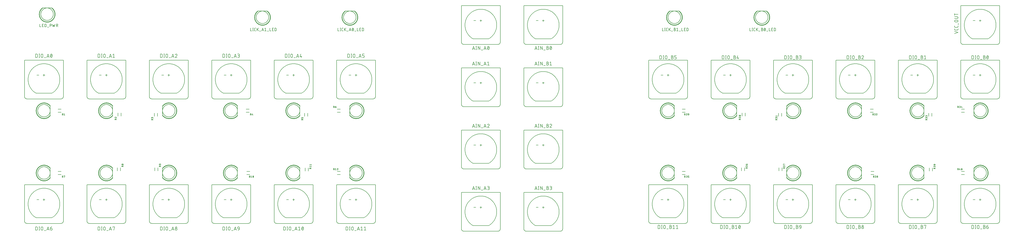
<source format=gbr>
G04 EAGLE Gerber X2 export*
%TF.Part,Single*%
%TF.FileFunction,Legend,Top,1*%
%TF.FilePolarity,Positive*%
%TF.GenerationSoftware,Autodesk,EAGLE,9.0.1*%
%TF.CreationDate,2018-06-01T15:48:08Z*%
G75*
%MOMM*%
%FSLAX34Y34*%
%LPD*%
%AMOC8*
5,1,8,0,0,1.08239X$1,22.5*%
G01*
%ADD10C,0.127000*%
%ADD11C,0.203200*%
%ADD12C,0.025400*%
%ADD13C,0.152400*%


D10*
X159000Y579000D02*
X160363Y579801D01*
X161705Y580635D01*
X163027Y581502D01*
X164328Y582401D01*
X165605Y583332D01*
X166860Y584293D01*
X168091Y585285D01*
X169297Y586307D01*
X170477Y587358D01*
X171632Y588438D01*
X172759Y589546D01*
X173859Y590681D01*
X174931Y591843D01*
X175975Y593030D01*
X176989Y594243D01*
X177972Y595480D01*
X178926Y596741D01*
X179848Y598025D01*
X180738Y599331D01*
X181596Y600659D01*
X182421Y602007D01*
X183213Y603375D01*
X183971Y604762D01*
X184695Y606168D01*
X185384Y607590D01*
X186038Y609029D01*
X186657Y610484D01*
X187240Y611953D01*
X187787Y613436D01*
X188297Y614933D01*
X188770Y616441D01*
X189206Y617960D01*
X189605Y619490D01*
X189967Y621029D01*
X190290Y622576D01*
X190576Y624131D01*
X190823Y625692D01*
X191032Y627259D01*
X191202Y628830D01*
X191334Y630405D01*
X191427Y631983D01*
X191482Y633563D01*
X191498Y635144D01*
X191475Y636724D01*
X191413Y638304D01*
X191313Y639881D01*
X191174Y641456D01*
X190997Y643027D01*
X190781Y644593D01*
X190526Y646153D01*
X190234Y647706D01*
X189904Y649252D01*
X189535Y650789D01*
X189130Y652317D01*
X188687Y653835D01*
X188207Y655341D01*
X187690Y656834D01*
X187136Y658315D01*
X186547Y659782D01*
X185922Y661234D01*
X185261Y662670D01*
X184566Y664089D01*
X183835Y665491D01*
X183071Y666875D01*
X182273Y668240D01*
X181442Y669584D01*
X180578Y670908D01*
X179682Y672210D01*
X178754Y673490D01*
X177796Y674747D01*
X176806Y675980D01*
X175787Y677188D01*
X174739Y678371D01*
X173661Y679528D01*
X172556Y680658D01*
X171423Y681761D01*
X170264Y682835D01*
X169079Y683881D01*
X167868Y684898D01*
X166633Y685884D01*
X165374Y686840D01*
X164093Y687765D01*
X162788Y688658D01*
X161463Y689519D01*
X160116Y690347D01*
X158750Y691142D01*
X157364Y691903D01*
X155961Y692630D01*
X154540Y693323D01*
X153102Y693980D01*
X151649Y694602D01*
X150181Y695188D01*
X148699Y695738D01*
X147204Y696252D01*
X145697Y696729D01*
X144179Y697168D01*
X142650Y697571D01*
X141112Y697935D01*
X139565Y698262D01*
X138011Y698551D01*
X136450Y698802D01*
X134884Y699014D01*
X133313Y699188D01*
X131738Y699324D01*
X130160Y699421D01*
X128581Y699479D01*
X127000Y699498D01*
X125419Y699479D01*
X123840Y699421D01*
X122262Y699324D01*
X120687Y699188D01*
X119116Y699014D01*
X117550Y698802D01*
X115989Y698551D01*
X114435Y698262D01*
X112888Y697935D01*
X111350Y697571D01*
X109821Y697168D01*
X108303Y696729D01*
X106796Y696252D01*
X105301Y695738D01*
X103819Y695188D01*
X102351Y694602D01*
X100898Y693980D01*
X99460Y693323D01*
X98039Y692630D01*
X96636Y691903D01*
X95250Y691142D01*
X93884Y690347D01*
X92537Y689519D01*
X91212Y688658D01*
X89907Y687765D01*
X88626Y686840D01*
X87367Y685884D01*
X86132Y684898D01*
X84921Y683881D01*
X83736Y682835D01*
X82577Y681761D01*
X81444Y680658D01*
X80339Y679528D01*
X79261Y678371D01*
X78213Y677188D01*
X77194Y675980D01*
X76204Y674747D01*
X75246Y673490D01*
X74318Y672210D01*
X73422Y670908D01*
X72558Y669584D01*
X71727Y668240D01*
X70929Y666875D01*
X70165Y665491D01*
X69434Y664089D01*
X68739Y662670D01*
X68078Y661234D01*
X67453Y659782D01*
X66864Y658315D01*
X66310Y656834D01*
X65793Y655341D01*
X65313Y653835D01*
X64870Y652317D01*
X64465Y650789D01*
X64096Y649252D01*
X63766Y647706D01*
X63474Y646153D01*
X63219Y644593D01*
X63003Y643027D01*
X62826Y641456D01*
X62687Y639881D01*
X62587Y638304D01*
X62525Y636724D01*
X62502Y635144D01*
X62518Y633563D01*
X62573Y631983D01*
X62666Y630405D01*
X62798Y628830D01*
X62968Y627259D01*
X63177Y625692D01*
X63424Y624131D01*
X63710Y622576D01*
X64033Y621029D01*
X64395Y619490D01*
X64794Y617960D01*
X65230Y616441D01*
X65703Y614933D01*
X66213Y613436D01*
X66760Y611953D01*
X67343Y610484D01*
X67962Y609029D01*
X68616Y607590D01*
X69305Y606168D01*
X70029Y604762D01*
X70787Y603375D01*
X71579Y602007D01*
X72404Y600659D01*
X73262Y599331D01*
X74152Y598025D01*
X75074Y596741D01*
X76028Y595480D01*
X77011Y594243D01*
X78025Y593030D01*
X79069Y591843D01*
X80141Y590681D01*
X81241Y589546D01*
X82368Y588438D01*
X83523Y587358D01*
X84703Y586307D01*
X85909Y585285D01*
X87140Y584293D01*
X88395Y583332D01*
X89672Y582401D01*
X90973Y581502D01*
X92295Y580635D01*
X93637Y579801D01*
X95000Y579000D01*
X159000Y579000D01*
X131000Y653000D02*
X123000Y653000D01*
X127000Y649000D02*
X127000Y657000D01*
X106200Y653000D02*
X98200Y653000D01*
X48000Y714000D02*
X48000Y566000D01*
X48003Y565758D01*
X48012Y565517D01*
X48026Y565276D01*
X48047Y565035D01*
X48073Y564795D01*
X48105Y564555D01*
X48143Y564316D01*
X48186Y564079D01*
X48236Y563842D01*
X48291Y563607D01*
X48351Y563373D01*
X48418Y563141D01*
X48489Y562910D01*
X48567Y562681D01*
X48650Y562454D01*
X48738Y562229D01*
X48832Y562006D01*
X48931Y561786D01*
X49036Y561568D01*
X49145Y561353D01*
X49260Y561140D01*
X49380Y560930D01*
X49505Y560724D01*
X49635Y560520D01*
X49770Y560319D01*
X49910Y560122D01*
X50054Y559928D01*
X50203Y559738D01*
X50357Y559552D01*
X50515Y559369D01*
X50677Y559190D01*
X50844Y559015D01*
X51015Y558844D01*
X51190Y558677D01*
X51369Y558515D01*
X51552Y558357D01*
X51738Y558203D01*
X51928Y558054D01*
X52122Y557910D01*
X52319Y557770D01*
X52520Y557635D01*
X52724Y557505D01*
X52930Y557380D01*
X53140Y557260D01*
X53353Y557145D01*
X53568Y557036D01*
X53786Y556931D01*
X54006Y556832D01*
X54229Y556738D01*
X54454Y556650D01*
X54681Y556567D01*
X54910Y556489D01*
X55141Y556418D01*
X55373Y556351D01*
X55607Y556291D01*
X55842Y556236D01*
X56079Y556186D01*
X56316Y556143D01*
X56555Y556105D01*
X56795Y556073D01*
X57035Y556047D01*
X57276Y556026D01*
X57517Y556012D01*
X57758Y556003D01*
X58000Y556000D01*
X196000Y556000D01*
X196242Y556003D01*
X196483Y556012D01*
X196724Y556026D01*
X196965Y556047D01*
X197205Y556073D01*
X197445Y556105D01*
X197684Y556143D01*
X197921Y556186D01*
X198158Y556236D01*
X198393Y556291D01*
X198627Y556351D01*
X198859Y556418D01*
X199090Y556489D01*
X199319Y556567D01*
X199546Y556650D01*
X199771Y556738D01*
X199994Y556832D01*
X200214Y556931D01*
X200432Y557036D01*
X200647Y557145D01*
X200860Y557260D01*
X201070Y557380D01*
X201276Y557505D01*
X201480Y557635D01*
X201681Y557770D01*
X201878Y557910D01*
X202072Y558054D01*
X202262Y558203D01*
X202448Y558357D01*
X202631Y558515D01*
X202810Y558677D01*
X202985Y558844D01*
X203156Y559015D01*
X203323Y559190D01*
X203485Y559369D01*
X203643Y559552D01*
X203797Y559738D01*
X203946Y559928D01*
X204090Y560122D01*
X204230Y560319D01*
X204365Y560520D01*
X204495Y560724D01*
X204620Y560930D01*
X204740Y561140D01*
X204855Y561353D01*
X204964Y561568D01*
X205069Y561786D01*
X205168Y562006D01*
X205262Y562229D01*
X205350Y562454D01*
X205433Y562681D01*
X205511Y562910D01*
X205582Y563141D01*
X205649Y563373D01*
X205709Y563607D01*
X205764Y563842D01*
X205814Y564079D01*
X205857Y564316D01*
X205895Y564555D01*
X205927Y564795D01*
X205953Y565035D01*
X205974Y565276D01*
X205988Y565517D01*
X205997Y565758D01*
X206000Y566000D01*
X206000Y714000D01*
X48000Y714000D01*
X93261Y725285D02*
X93261Y739015D01*
X97075Y739015D01*
X97197Y739013D01*
X97319Y739007D01*
X97441Y738997D01*
X97563Y738984D01*
X97684Y738966D01*
X97804Y738945D01*
X97924Y738919D01*
X98042Y738890D01*
X98160Y738857D01*
X98277Y738821D01*
X98392Y738780D01*
X98506Y738736D01*
X98619Y738689D01*
X98730Y738637D01*
X98839Y738582D01*
X98947Y738524D01*
X99052Y738463D01*
X99156Y738397D01*
X99257Y738329D01*
X99356Y738258D01*
X99453Y738183D01*
X99547Y738105D01*
X99639Y738024D01*
X99728Y737941D01*
X99815Y737854D01*
X99898Y737765D01*
X99979Y737673D01*
X100057Y737579D01*
X100132Y737482D01*
X100203Y737383D01*
X100271Y737282D01*
X100337Y737178D01*
X100398Y737073D01*
X100456Y736965D01*
X100511Y736856D01*
X100563Y736745D01*
X100610Y736632D01*
X100654Y736518D01*
X100695Y736403D01*
X100731Y736286D01*
X100764Y736168D01*
X100793Y736050D01*
X100819Y735930D01*
X100840Y735810D01*
X100858Y735689D01*
X100871Y735567D01*
X100881Y735445D01*
X100887Y735323D01*
X100889Y735201D01*
X100889Y729099D01*
X100887Y728977D01*
X100881Y728855D01*
X100871Y728733D01*
X100858Y728611D01*
X100840Y728490D01*
X100819Y728370D01*
X100793Y728250D01*
X100764Y728132D01*
X100731Y728014D01*
X100695Y727897D01*
X100654Y727782D01*
X100610Y727668D01*
X100563Y727555D01*
X100511Y727444D01*
X100456Y727335D01*
X100398Y727227D01*
X100337Y727122D01*
X100271Y727018D01*
X100203Y726917D01*
X100132Y726818D01*
X100057Y726721D01*
X99979Y726627D01*
X99898Y726535D01*
X99815Y726446D01*
X99728Y726359D01*
X99639Y726276D01*
X99547Y726195D01*
X99453Y726117D01*
X99356Y726042D01*
X99257Y725971D01*
X99156Y725903D01*
X99052Y725837D01*
X98947Y725776D01*
X98839Y725718D01*
X98730Y725663D01*
X98619Y725611D01*
X98506Y725564D01*
X98392Y725520D01*
X98277Y725479D01*
X98160Y725443D01*
X98042Y725410D01*
X97924Y725381D01*
X97804Y725355D01*
X97684Y725334D01*
X97563Y725316D01*
X97441Y725303D01*
X97319Y725293D01*
X97197Y725287D01*
X97075Y725285D01*
X93261Y725285D01*
X108325Y725285D02*
X108325Y739015D01*
X106799Y725285D02*
X109851Y725285D01*
X109851Y739015D02*
X106799Y739015D01*
X115311Y735201D02*
X115311Y729099D01*
X115311Y735201D02*
X115313Y735323D01*
X115319Y735445D01*
X115329Y735567D01*
X115342Y735689D01*
X115360Y735810D01*
X115381Y735930D01*
X115407Y736050D01*
X115436Y736168D01*
X115469Y736286D01*
X115505Y736403D01*
X115546Y736518D01*
X115590Y736632D01*
X115637Y736745D01*
X115689Y736856D01*
X115744Y736965D01*
X115802Y737073D01*
X115863Y737178D01*
X115929Y737282D01*
X115997Y737383D01*
X116068Y737482D01*
X116143Y737579D01*
X116221Y737673D01*
X116302Y737765D01*
X116385Y737854D01*
X116472Y737941D01*
X116561Y738024D01*
X116653Y738105D01*
X116747Y738183D01*
X116844Y738258D01*
X116943Y738329D01*
X117044Y738397D01*
X117148Y738463D01*
X117253Y738524D01*
X117361Y738582D01*
X117470Y738637D01*
X117581Y738689D01*
X117694Y738736D01*
X117808Y738780D01*
X117923Y738821D01*
X118040Y738857D01*
X118158Y738890D01*
X118276Y738919D01*
X118396Y738945D01*
X118516Y738966D01*
X118637Y738984D01*
X118759Y738997D01*
X118881Y739007D01*
X119003Y739013D01*
X119125Y739015D01*
X119247Y739013D01*
X119369Y739007D01*
X119491Y738997D01*
X119613Y738984D01*
X119734Y738966D01*
X119854Y738945D01*
X119974Y738919D01*
X120092Y738890D01*
X120210Y738857D01*
X120327Y738821D01*
X120442Y738780D01*
X120556Y738736D01*
X120669Y738689D01*
X120780Y738637D01*
X120889Y738582D01*
X120997Y738524D01*
X121102Y738463D01*
X121206Y738397D01*
X121307Y738329D01*
X121406Y738258D01*
X121503Y738183D01*
X121597Y738105D01*
X121689Y738024D01*
X121778Y737941D01*
X121865Y737854D01*
X121948Y737765D01*
X122029Y737673D01*
X122107Y737579D01*
X122182Y737482D01*
X122253Y737383D01*
X122321Y737282D01*
X122387Y737178D01*
X122448Y737073D01*
X122506Y736965D01*
X122561Y736856D01*
X122613Y736745D01*
X122660Y736632D01*
X122704Y736518D01*
X122745Y736403D01*
X122781Y736286D01*
X122814Y736168D01*
X122843Y736050D01*
X122869Y735930D01*
X122890Y735810D01*
X122908Y735689D01*
X122921Y735567D01*
X122931Y735445D01*
X122937Y735323D01*
X122939Y735201D01*
X122939Y729099D01*
X122937Y728977D01*
X122931Y728855D01*
X122921Y728733D01*
X122908Y728611D01*
X122890Y728490D01*
X122869Y728370D01*
X122843Y728250D01*
X122814Y728132D01*
X122781Y728014D01*
X122745Y727897D01*
X122704Y727782D01*
X122660Y727668D01*
X122613Y727555D01*
X122561Y727444D01*
X122506Y727335D01*
X122448Y727227D01*
X122387Y727122D01*
X122321Y727018D01*
X122253Y726917D01*
X122182Y726818D01*
X122107Y726721D01*
X122029Y726627D01*
X121948Y726535D01*
X121865Y726446D01*
X121778Y726359D01*
X121689Y726276D01*
X121597Y726195D01*
X121503Y726117D01*
X121406Y726042D01*
X121307Y725971D01*
X121206Y725903D01*
X121102Y725837D01*
X120997Y725776D01*
X120889Y725718D01*
X120780Y725663D01*
X120669Y725611D01*
X120556Y725564D01*
X120442Y725520D01*
X120327Y725479D01*
X120210Y725443D01*
X120092Y725410D01*
X119974Y725381D01*
X119854Y725355D01*
X119734Y725334D01*
X119613Y725316D01*
X119491Y725303D01*
X119369Y725293D01*
X119247Y725287D01*
X119125Y725285D01*
X119003Y725287D01*
X118881Y725293D01*
X118759Y725303D01*
X118637Y725316D01*
X118516Y725334D01*
X118396Y725355D01*
X118276Y725381D01*
X118158Y725410D01*
X118040Y725443D01*
X117923Y725479D01*
X117808Y725520D01*
X117694Y725564D01*
X117581Y725611D01*
X117470Y725663D01*
X117361Y725718D01*
X117253Y725776D01*
X117148Y725837D01*
X117044Y725903D01*
X116943Y725971D01*
X116844Y726042D01*
X116747Y726117D01*
X116653Y726195D01*
X116561Y726276D01*
X116472Y726359D01*
X116385Y726446D01*
X116302Y726535D01*
X116221Y726627D01*
X116143Y726721D01*
X116068Y726818D01*
X115997Y726917D01*
X115929Y727018D01*
X115863Y727122D01*
X115802Y727227D01*
X115744Y727335D01*
X115689Y727444D01*
X115637Y727555D01*
X115590Y727668D01*
X115546Y727782D01*
X115505Y727897D01*
X115469Y728014D01*
X115436Y728132D01*
X115407Y728250D01*
X115381Y728370D01*
X115360Y728490D01*
X115342Y728611D01*
X115329Y728733D01*
X115319Y728855D01*
X115313Y728977D01*
X115311Y729099D01*
X128224Y723759D02*
X134326Y723759D01*
X138848Y725285D02*
X143425Y739015D01*
X148002Y725285D01*
X146857Y728718D02*
X139992Y728718D01*
X153112Y732150D02*
X153115Y732420D01*
X153125Y732690D01*
X153141Y732960D01*
X153164Y733229D01*
X153193Y733497D01*
X153228Y733765D01*
X153270Y734032D01*
X153318Y734298D01*
X153372Y734562D01*
X153433Y734825D01*
X153500Y735087D01*
X153573Y735347D01*
X153653Y735605D01*
X153738Y735861D01*
X153830Y736116D01*
X153927Y736367D01*
X154031Y736617D01*
X154141Y736864D01*
X154256Y737108D01*
X154292Y737208D01*
X154332Y737306D01*
X154375Y737403D01*
X154423Y737498D01*
X154474Y737591D01*
X154528Y737682D01*
X154585Y737771D01*
X154646Y737858D01*
X154711Y737942D01*
X154778Y738024D01*
X154848Y738104D01*
X154922Y738180D01*
X154998Y738254D01*
X155077Y738325D01*
X155158Y738393D01*
X155242Y738458D01*
X155328Y738520D01*
X155417Y738578D01*
X155507Y738633D01*
X155600Y738685D01*
X155695Y738733D01*
X155791Y738777D01*
X155889Y738818D01*
X155988Y738855D01*
X156089Y738888D01*
X156191Y738918D01*
X156294Y738944D01*
X156398Y738965D01*
X156502Y738983D01*
X156607Y738997D01*
X156713Y739007D01*
X156819Y739013D01*
X156925Y739015D01*
X157031Y739013D01*
X157137Y739007D01*
X157243Y738997D01*
X157348Y738983D01*
X157452Y738965D01*
X157556Y738944D01*
X157659Y738918D01*
X157761Y738888D01*
X157862Y738855D01*
X157961Y738818D01*
X158059Y738777D01*
X158155Y738733D01*
X158250Y738685D01*
X158343Y738633D01*
X158433Y738578D01*
X158522Y738520D01*
X158608Y738458D01*
X158692Y738393D01*
X158774Y738325D01*
X158852Y738254D01*
X158928Y738180D01*
X159002Y738104D01*
X159072Y738024D01*
X159139Y737942D01*
X159204Y737858D01*
X159265Y737771D01*
X159322Y737682D01*
X159376Y737591D01*
X159427Y737498D01*
X159475Y737403D01*
X159518Y737306D01*
X159558Y737208D01*
X159594Y737108D01*
X159709Y736864D01*
X159819Y736617D01*
X159923Y736367D01*
X160020Y736116D01*
X160112Y735861D01*
X160197Y735605D01*
X160277Y735347D01*
X160350Y735087D01*
X160417Y734825D01*
X160478Y734562D01*
X160532Y734298D01*
X160580Y734032D01*
X160622Y733765D01*
X160657Y733497D01*
X160686Y733229D01*
X160709Y732960D01*
X160725Y732690D01*
X160735Y732420D01*
X160738Y732150D01*
X153111Y732150D02*
X153114Y731880D01*
X153124Y731610D01*
X153140Y731340D01*
X153163Y731071D01*
X153192Y730803D01*
X153227Y730535D01*
X153269Y730268D01*
X153317Y730002D01*
X153371Y729738D01*
X153432Y729474D01*
X153499Y729213D01*
X153572Y728953D01*
X153652Y728694D01*
X153737Y728438D01*
X153829Y728184D01*
X153926Y727932D01*
X154030Y727683D01*
X154140Y727436D01*
X154255Y727192D01*
X154256Y727192D02*
X154292Y727092D01*
X154332Y726994D01*
X154376Y726897D01*
X154423Y726802D01*
X154474Y726709D01*
X154528Y726618D01*
X154586Y726529D01*
X154646Y726442D01*
X154711Y726358D01*
X154778Y726276D01*
X154848Y726196D01*
X154922Y726120D01*
X154998Y726046D01*
X155077Y725975D01*
X155158Y725907D01*
X155242Y725842D01*
X155328Y725780D01*
X155417Y725722D01*
X155507Y725667D01*
X155600Y725615D01*
X155695Y725567D01*
X155791Y725523D01*
X155889Y725482D01*
X155988Y725445D01*
X156089Y725412D01*
X156191Y725382D01*
X156294Y725356D01*
X156398Y725335D01*
X156502Y725317D01*
X156607Y725303D01*
X156713Y725293D01*
X156819Y725287D01*
X156925Y725285D01*
X159595Y727192D02*
X159710Y727436D01*
X159820Y727683D01*
X159924Y727932D01*
X160021Y728184D01*
X160113Y728438D01*
X160198Y728694D01*
X160278Y728953D01*
X160351Y729213D01*
X160418Y729474D01*
X160479Y729738D01*
X160533Y730002D01*
X160581Y730268D01*
X160623Y730535D01*
X160658Y730803D01*
X160687Y731071D01*
X160710Y731340D01*
X160726Y731610D01*
X160736Y731880D01*
X160739Y732150D01*
X159594Y727192D02*
X159558Y727092D01*
X159518Y726994D01*
X159475Y726897D01*
X159427Y726802D01*
X159376Y726709D01*
X159322Y726618D01*
X159265Y726529D01*
X159204Y726442D01*
X159139Y726358D01*
X159072Y726276D01*
X159002Y726196D01*
X158928Y726120D01*
X158852Y726046D01*
X158774Y725975D01*
X158692Y725907D01*
X158608Y725842D01*
X158522Y725780D01*
X158433Y725722D01*
X158343Y725667D01*
X158250Y725615D01*
X158155Y725567D01*
X158059Y725523D01*
X157961Y725482D01*
X157862Y725445D01*
X157761Y725412D01*
X157659Y725382D01*
X157556Y725356D01*
X157452Y725335D01*
X157348Y725317D01*
X157243Y725303D01*
X157137Y725293D01*
X157031Y725287D01*
X156925Y725285D01*
X153874Y728336D02*
X159976Y735964D01*
X349000Y579000D02*
X347637Y579801D01*
X346295Y580635D01*
X344973Y581502D01*
X343672Y582401D01*
X342395Y583332D01*
X341140Y584293D01*
X339909Y585285D01*
X338703Y586307D01*
X337523Y587358D01*
X336368Y588438D01*
X335241Y589546D01*
X334141Y590681D01*
X333069Y591843D01*
X332025Y593030D01*
X331011Y594243D01*
X330028Y595480D01*
X329074Y596741D01*
X328152Y598025D01*
X327262Y599331D01*
X326404Y600659D01*
X325579Y602007D01*
X324787Y603375D01*
X324029Y604762D01*
X323305Y606168D01*
X322616Y607590D01*
X321962Y609029D01*
X321343Y610484D01*
X320760Y611953D01*
X320213Y613436D01*
X319703Y614933D01*
X319230Y616441D01*
X318794Y617960D01*
X318395Y619490D01*
X318033Y621029D01*
X317710Y622576D01*
X317424Y624131D01*
X317177Y625692D01*
X316968Y627259D01*
X316798Y628830D01*
X316666Y630405D01*
X316573Y631983D01*
X316518Y633563D01*
X316502Y635144D01*
X316525Y636724D01*
X316587Y638304D01*
X316687Y639881D01*
X316826Y641456D01*
X317003Y643027D01*
X317219Y644593D01*
X317474Y646153D01*
X317766Y647706D01*
X318096Y649252D01*
X318465Y650789D01*
X318870Y652317D01*
X319313Y653835D01*
X319793Y655341D01*
X320310Y656834D01*
X320864Y658315D01*
X321453Y659782D01*
X322078Y661234D01*
X322739Y662670D01*
X323434Y664089D01*
X324165Y665491D01*
X324929Y666875D01*
X325727Y668240D01*
X326558Y669584D01*
X327422Y670908D01*
X328318Y672210D01*
X329246Y673490D01*
X330204Y674747D01*
X331194Y675980D01*
X332213Y677188D01*
X333261Y678371D01*
X334339Y679528D01*
X335444Y680658D01*
X336577Y681761D01*
X337736Y682835D01*
X338921Y683881D01*
X340132Y684898D01*
X341367Y685884D01*
X342626Y686840D01*
X343907Y687765D01*
X345212Y688658D01*
X346537Y689519D01*
X347884Y690347D01*
X349250Y691142D01*
X350636Y691903D01*
X352039Y692630D01*
X353460Y693323D01*
X354898Y693980D01*
X356351Y694602D01*
X357819Y695188D01*
X359301Y695738D01*
X360796Y696252D01*
X362303Y696729D01*
X363821Y697168D01*
X365350Y697571D01*
X366888Y697935D01*
X368435Y698262D01*
X369989Y698551D01*
X371550Y698802D01*
X373116Y699014D01*
X374687Y699188D01*
X376262Y699324D01*
X377840Y699421D01*
X379419Y699479D01*
X381000Y699498D01*
X382581Y699479D01*
X384160Y699421D01*
X385738Y699324D01*
X387313Y699188D01*
X388884Y699014D01*
X390450Y698802D01*
X392011Y698551D01*
X393565Y698262D01*
X395112Y697935D01*
X396650Y697571D01*
X398179Y697168D01*
X399697Y696729D01*
X401204Y696252D01*
X402699Y695738D01*
X404181Y695188D01*
X405649Y694602D01*
X407102Y693980D01*
X408540Y693323D01*
X409961Y692630D01*
X411364Y691903D01*
X412750Y691142D01*
X414116Y690347D01*
X415463Y689519D01*
X416788Y688658D01*
X418093Y687765D01*
X419374Y686840D01*
X420633Y685884D01*
X421868Y684898D01*
X423079Y683881D01*
X424264Y682835D01*
X425423Y681761D01*
X426556Y680658D01*
X427661Y679528D01*
X428739Y678371D01*
X429787Y677188D01*
X430806Y675980D01*
X431796Y674747D01*
X432754Y673490D01*
X433682Y672210D01*
X434578Y670908D01*
X435442Y669584D01*
X436273Y668240D01*
X437071Y666875D01*
X437835Y665491D01*
X438566Y664089D01*
X439261Y662670D01*
X439922Y661234D01*
X440547Y659782D01*
X441136Y658315D01*
X441690Y656834D01*
X442207Y655341D01*
X442687Y653835D01*
X443130Y652317D01*
X443535Y650789D01*
X443904Y649252D01*
X444234Y647706D01*
X444526Y646153D01*
X444781Y644593D01*
X444997Y643027D01*
X445174Y641456D01*
X445313Y639881D01*
X445413Y638304D01*
X445475Y636724D01*
X445498Y635144D01*
X445482Y633563D01*
X445427Y631983D01*
X445334Y630405D01*
X445202Y628830D01*
X445032Y627259D01*
X444823Y625692D01*
X444576Y624131D01*
X444290Y622576D01*
X443967Y621029D01*
X443605Y619490D01*
X443206Y617960D01*
X442770Y616441D01*
X442297Y614933D01*
X441787Y613436D01*
X441240Y611953D01*
X440657Y610484D01*
X440038Y609029D01*
X439384Y607590D01*
X438695Y606168D01*
X437971Y604762D01*
X437213Y603375D01*
X436421Y602007D01*
X435596Y600659D01*
X434738Y599331D01*
X433848Y598025D01*
X432926Y596741D01*
X431972Y595480D01*
X430989Y594243D01*
X429975Y593030D01*
X428931Y591843D01*
X427859Y590681D01*
X426759Y589546D01*
X425632Y588438D01*
X424477Y587358D01*
X423297Y586307D01*
X422091Y585285D01*
X420860Y584293D01*
X419605Y583332D01*
X418328Y582401D01*
X417027Y581502D01*
X415705Y580635D01*
X414363Y579801D01*
X413000Y579000D01*
X349000Y579000D01*
X377000Y653000D02*
X385000Y653000D01*
X381000Y649000D02*
X381000Y657000D01*
X360200Y653000D02*
X352200Y653000D01*
X302000Y714000D02*
X302000Y566000D01*
X302003Y565758D01*
X302012Y565517D01*
X302026Y565276D01*
X302047Y565035D01*
X302073Y564795D01*
X302105Y564555D01*
X302143Y564316D01*
X302186Y564079D01*
X302236Y563842D01*
X302291Y563607D01*
X302351Y563373D01*
X302418Y563141D01*
X302489Y562910D01*
X302567Y562681D01*
X302650Y562454D01*
X302738Y562229D01*
X302832Y562006D01*
X302931Y561786D01*
X303036Y561568D01*
X303145Y561353D01*
X303260Y561140D01*
X303380Y560930D01*
X303505Y560724D01*
X303635Y560520D01*
X303770Y560319D01*
X303910Y560122D01*
X304054Y559928D01*
X304203Y559738D01*
X304357Y559552D01*
X304515Y559369D01*
X304677Y559190D01*
X304844Y559015D01*
X305015Y558844D01*
X305190Y558677D01*
X305369Y558515D01*
X305552Y558357D01*
X305738Y558203D01*
X305928Y558054D01*
X306122Y557910D01*
X306319Y557770D01*
X306520Y557635D01*
X306724Y557505D01*
X306930Y557380D01*
X307140Y557260D01*
X307353Y557145D01*
X307568Y557036D01*
X307786Y556931D01*
X308006Y556832D01*
X308229Y556738D01*
X308454Y556650D01*
X308681Y556567D01*
X308910Y556489D01*
X309141Y556418D01*
X309373Y556351D01*
X309607Y556291D01*
X309842Y556236D01*
X310079Y556186D01*
X310316Y556143D01*
X310555Y556105D01*
X310795Y556073D01*
X311035Y556047D01*
X311276Y556026D01*
X311517Y556012D01*
X311758Y556003D01*
X312000Y556000D01*
X450000Y556000D01*
X450242Y556003D01*
X450483Y556012D01*
X450724Y556026D01*
X450965Y556047D01*
X451205Y556073D01*
X451445Y556105D01*
X451684Y556143D01*
X451921Y556186D01*
X452158Y556236D01*
X452393Y556291D01*
X452627Y556351D01*
X452859Y556418D01*
X453090Y556489D01*
X453319Y556567D01*
X453546Y556650D01*
X453771Y556738D01*
X453994Y556832D01*
X454214Y556931D01*
X454432Y557036D01*
X454647Y557145D01*
X454860Y557260D01*
X455070Y557380D01*
X455276Y557505D01*
X455480Y557635D01*
X455681Y557770D01*
X455878Y557910D01*
X456072Y558054D01*
X456262Y558203D01*
X456448Y558357D01*
X456631Y558515D01*
X456810Y558677D01*
X456985Y558844D01*
X457156Y559015D01*
X457323Y559190D01*
X457485Y559369D01*
X457643Y559552D01*
X457797Y559738D01*
X457946Y559928D01*
X458090Y560122D01*
X458230Y560319D01*
X458365Y560520D01*
X458495Y560724D01*
X458620Y560930D01*
X458740Y561140D01*
X458855Y561353D01*
X458964Y561568D01*
X459069Y561786D01*
X459168Y562006D01*
X459262Y562229D01*
X459350Y562454D01*
X459433Y562681D01*
X459511Y562910D01*
X459582Y563141D01*
X459649Y563373D01*
X459709Y563607D01*
X459764Y563842D01*
X459814Y564079D01*
X459857Y564316D01*
X459895Y564555D01*
X459927Y564795D01*
X459953Y565035D01*
X459974Y565276D01*
X459988Y565517D01*
X459997Y565758D01*
X460000Y566000D01*
X460000Y714000D01*
X302000Y714000D01*
X347261Y725285D02*
X347261Y739015D01*
X351075Y739015D01*
X351197Y739013D01*
X351319Y739007D01*
X351441Y738997D01*
X351563Y738984D01*
X351684Y738966D01*
X351804Y738945D01*
X351924Y738919D01*
X352042Y738890D01*
X352160Y738857D01*
X352277Y738821D01*
X352392Y738780D01*
X352506Y738736D01*
X352619Y738689D01*
X352730Y738637D01*
X352839Y738582D01*
X352947Y738524D01*
X353052Y738463D01*
X353156Y738397D01*
X353257Y738329D01*
X353356Y738258D01*
X353453Y738183D01*
X353547Y738105D01*
X353639Y738024D01*
X353728Y737941D01*
X353815Y737854D01*
X353898Y737765D01*
X353979Y737673D01*
X354057Y737579D01*
X354132Y737482D01*
X354203Y737383D01*
X354271Y737282D01*
X354337Y737178D01*
X354398Y737073D01*
X354456Y736965D01*
X354511Y736856D01*
X354563Y736745D01*
X354610Y736632D01*
X354654Y736518D01*
X354695Y736403D01*
X354731Y736286D01*
X354764Y736168D01*
X354793Y736050D01*
X354819Y735930D01*
X354840Y735810D01*
X354858Y735689D01*
X354871Y735567D01*
X354881Y735445D01*
X354887Y735323D01*
X354889Y735201D01*
X354889Y729099D01*
X354887Y728977D01*
X354881Y728855D01*
X354871Y728733D01*
X354858Y728611D01*
X354840Y728490D01*
X354819Y728370D01*
X354793Y728250D01*
X354764Y728132D01*
X354731Y728014D01*
X354695Y727897D01*
X354654Y727782D01*
X354610Y727668D01*
X354563Y727555D01*
X354511Y727444D01*
X354456Y727335D01*
X354398Y727227D01*
X354337Y727122D01*
X354271Y727018D01*
X354203Y726917D01*
X354132Y726818D01*
X354057Y726721D01*
X353979Y726627D01*
X353898Y726535D01*
X353815Y726446D01*
X353728Y726359D01*
X353639Y726276D01*
X353547Y726195D01*
X353453Y726117D01*
X353356Y726042D01*
X353257Y725971D01*
X353156Y725903D01*
X353052Y725837D01*
X352947Y725776D01*
X352839Y725718D01*
X352730Y725663D01*
X352619Y725611D01*
X352506Y725564D01*
X352392Y725520D01*
X352277Y725479D01*
X352160Y725443D01*
X352042Y725410D01*
X351924Y725381D01*
X351804Y725355D01*
X351684Y725334D01*
X351563Y725316D01*
X351441Y725303D01*
X351319Y725293D01*
X351197Y725287D01*
X351075Y725285D01*
X347261Y725285D01*
X362325Y725285D02*
X362325Y739015D01*
X360799Y725285D02*
X363851Y725285D01*
X363851Y739015D02*
X360799Y739015D01*
X369311Y735201D02*
X369311Y729099D01*
X369311Y735201D02*
X369313Y735323D01*
X369319Y735445D01*
X369329Y735567D01*
X369342Y735689D01*
X369360Y735810D01*
X369381Y735930D01*
X369407Y736050D01*
X369436Y736168D01*
X369469Y736286D01*
X369505Y736403D01*
X369546Y736518D01*
X369590Y736632D01*
X369637Y736745D01*
X369689Y736856D01*
X369744Y736965D01*
X369802Y737073D01*
X369863Y737178D01*
X369929Y737282D01*
X369997Y737383D01*
X370068Y737482D01*
X370143Y737579D01*
X370221Y737673D01*
X370302Y737765D01*
X370385Y737854D01*
X370472Y737941D01*
X370561Y738024D01*
X370653Y738105D01*
X370747Y738183D01*
X370844Y738258D01*
X370943Y738329D01*
X371044Y738397D01*
X371148Y738463D01*
X371253Y738524D01*
X371361Y738582D01*
X371470Y738637D01*
X371581Y738689D01*
X371694Y738736D01*
X371808Y738780D01*
X371923Y738821D01*
X372040Y738857D01*
X372158Y738890D01*
X372276Y738919D01*
X372396Y738945D01*
X372516Y738966D01*
X372637Y738984D01*
X372759Y738997D01*
X372881Y739007D01*
X373003Y739013D01*
X373125Y739015D01*
X373247Y739013D01*
X373369Y739007D01*
X373491Y738997D01*
X373613Y738984D01*
X373734Y738966D01*
X373854Y738945D01*
X373974Y738919D01*
X374092Y738890D01*
X374210Y738857D01*
X374327Y738821D01*
X374442Y738780D01*
X374556Y738736D01*
X374669Y738689D01*
X374780Y738637D01*
X374889Y738582D01*
X374997Y738524D01*
X375102Y738463D01*
X375206Y738397D01*
X375307Y738329D01*
X375406Y738258D01*
X375503Y738183D01*
X375597Y738105D01*
X375689Y738024D01*
X375778Y737941D01*
X375865Y737854D01*
X375948Y737765D01*
X376029Y737673D01*
X376107Y737579D01*
X376182Y737482D01*
X376253Y737383D01*
X376321Y737282D01*
X376387Y737178D01*
X376448Y737073D01*
X376506Y736965D01*
X376561Y736856D01*
X376613Y736745D01*
X376660Y736632D01*
X376704Y736518D01*
X376745Y736403D01*
X376781Y736286D01*
X376814Y736168D01*
X376843Y736050D01*
X376869Y735930D01*
X376890Y735810D01*
X376908Y735689D01*
X376921Y735567D01*
X376931Y735445D01*
X376937Y735323D01*
X376939Y735201D01*
X376939Y729099D01*
X376937Y728977D01*
X376931Y728855D01*
X376921Y728733D01*
X376908Y728611D01*
X376890Y728490D01*
X376869Y728370D01*
X376843Y728250D01*
X376814Y728132D01*
X376781Y728014D01*
X376745Y727897D01*
X376704Y727782D01*
X376660Y727668D01*
X376613Y727555D01*
X376561Y727444D01*
X376506Y727335D01*
X376448Y727227D01*
X376387Y727122D01*
X376321Y727018D01*
X376253Y726917D01*
X376182Y726818D01*
X376107Y726721D01*
X376029Y726627D01*
X375948Y726535D01*
X375865Y726446D01*
X375778Y726359D01*
X375689Y726276D01*
X375597Y726195D01*
X375503Y726117D01*
X375406Y726042D01*
X375307Y725971D01*
X375206Y725903D01*
X375102Y725837D01*
X374997Y725776D01*
X374889Y725718D01*
X374780Y725663D01*
X374669Y725611D01*
X374556Y725564D01*
X374442Y725520D01*
X374327Y725479D01*
X374210Y725443D01*
X374092Y725410D01*
X373974Y725381D01*
X373854Y725355D01*
X373734Y725334D01*
X373613Y725316D01*
X373491Y725303D01*
X373369Y725293D01*
X373247Y725287D01*
X373125Y725285D01*
X373003Y725287D01*
X372881Y725293D01*
X372759Y725303D01*
X372637Y725316D01*
X372516Y725334D01*
X372396Y725355D01*
X372276Y725381D01*
X372158Y725410D01*
X372040Y725443D01*
X371923Y725479D01*
X371808Y725520D01*
X371694Y725564D01*
X371581Y725611D01*
X371470Y725663D01*
X371361Y725718D01*
X371253Y725776D01*
X371148Y725837D01*
X371044Y725903D01*
X370943Y725971D01*
X370844Y726042D01*
X370747Y726117D01*
X370653Y726195D01*
X370561Y726276D01*
X370472Y726359D01*
X370385Y726446D01*
X370302Y726535D01*
X370221Y726627D01*
X370143Y726721D01*
X370068Y726818D01*
X369997Y726917D01*
X369929Y727018D01*
X369863Y727122D01*
X369802Y727227D01*
X369744Y727335D01*
X369689Y727444D01*
X369637Y727555D01*
X369590Y727668D01*
X369546Y727782D01*
X369505Y727897D01*
X369469Y728014D01*
X369436Y728132D01*
X369407Y728250D01*
X369381Y728370D01*
X369360Y728490D01*
X369342Y728611D01*
X369329Y728733D01*
X369319Y728855D01*
X369313Y728977D01*
X369311Y729099D01*
X382224Y723759D02*
X388326Y723759D01*
X392848Y725285D02*
X397425Y739015D01*
X402002Y725285D01*
X400857Y728718D02*
X393992Y728718D01*
X407111Y735964D02*
X410925Y739015D01*
X410925Y725285D01*
X407111Y725285D02*
X414739Y725285D01*
X603000Y579000D02*
X601637Y579801D01*
X600295Y580635D01*
X598973Y581502D01*
X597672Y582401D01*
X596395Y583332D01*
X595140Y584293D01*
X593909Y585285D01*
X592703Y586307D01*
X591523Y587358D01*
X590368Y588438D01*
X589241Y589546D01*
X588141Y590681D01*
X587069Y591843D01*
X586025Y593030D01*
X585011Y594243D01*
X584028Y595480D01*
X583074Y596741D01*
X582152Y598025D01*
X581262Y599331D01*
X580404Y600659D01*
X579579Y602007D01*
X578787Y603375D01*
X578029Y604762D01*
X577305Y606168D01*
X576616Y607590D01*
X575962Y609029D01*
X575343Y610484D01*
X574760Y611953D01*
X574213Y613436D01*
X573703Y614933D01*
X573230Y616441D01*
X572794Y617960D01*
X572395Y619490D01*
X572033Y621029D01*
X571710Y622576D01*
X571424Y624131D01*
X571177Y625692D01*
X570968Y627259D01*
X570798Y628830D01*
X570666Y630405D01*
X570573Y631983D01*
X570518Y633563D01*
X570502Y635144D01*
X570525Y636724D01*
X570587Y638304D01*
X570687Y639881D01*
X570826Y641456D01*
X571003Y643027D01*
X571219Y644593D01*
X571474Y646153D01*
X571766Y647706D01*
X572096Y649252D01*
X572465Y650789D01*
X572870Y652317D01*
X573313Y653835D01*
X573793Y655341D01*
X574310Y656834D01*
X574864Y658315D01*
X575453Y659782D01*
X576078Y661234D01*
X576739Y662670D01*
X577434Y664089D01*
X578165Y665491D01*
X578929Y666875D01*
X579727Y668240D01*
X580558Y669584D01*
X581422Y670908D01*
X582318Y672210D01*
X583246Y673490D01*
X584204Y674747D01*
X585194Y675980D01*
X586213Y677188D01*
X587261Y678371D01*
X588339Y679528D01*
X589444Y680658D01*
X590577Y681761D01*
X591736Y682835D01*
X592921Y683881D01*
X594132Y684898D01*
X595367Y685884D01*
X596626Y686840D01*
X597907Y687765D01*
X599212Y688658D01*
X600537Y689519D01*
X601884Y690347D01*
X603250Y691142D01*
X604636Y691903D01*
X606039Y692630D01*
X607460Y693323D01*
X608898Y693980D01*
X610351Y694602D01*
X611819Y695188D01*
X613301Y695738D01*
X614796Y696252D01*
X616303Y696729D01*
X617821Y697168D01*
X619350Y697571D01*
X620888Y697935D01*
X622435Y698262D01*
X623989Y698551D01*
X625550Y698802D01*
X627116Y699014D01*
X628687Y699188D01*
X630262Y699324D01*
X631840Y699421D01*
X633419Y699479D01*
X635000Y699498D01*
X636581Y699479D01*
X638160Y699421D01*
X639738Y699324D01*
X641313Y699188D01*
X642884Y699014D01*
X644450Y698802D01*
X646011Y698551D01*
X647565Y698262D01*
X649112Y697935D01*
X650650Y697571D01*
X652179Y697168D01*
X653697Y696729D01*
X655204Y696252D01*
X656699Y695738D01*
X658181Y695188D01*
X659649Y694602D01*
X661102Y693980D01*
X662540Y693323D01*
X663961Y692630D01*
X665364Y691903D01*
X666750Y691142D01*
X668116Y690347D01*
X669463Y689519D01*
X670788Y688658D01*
X672093Y687765D01*
X673374Y686840D01*
X674633Y685884D01*
X675868Y684898D01*
X677079Y683881D01*
X678264Y682835D01*
X679423Y681761D01*
X680556Y680658D01*
X681661Y679528D01*
X682739Y678371D01*
X683787Y677188D01*
X684806Y675980D01*
X685796Y674747D01*
X686754Y673490D01*
X687682Y672210D01*
X688578Y670908D01*
X689442Y669584D01*
X690273Y668240D01*
X691071Y666875D01*
X691835Y665491D01*
X692566Y664089D01*
X693261Y662670D01*
X693922Y661234D01*
X694547Y659782D01*
X695136Y658315D01*
X695690Y656834D01*
X696207Y655341D01*
X696687Y653835D01*
X697130Y652317D01*
X697535Y650789D01*
X697904Y649252D01*
X698234Y647706D01*
X698526Y646153D01*
X698781Y644593D01*
X698997Y643027D01*
X699174Y641456D01*
X699313Y639881D01*
X699413Y638304D01*
X699475Y636724D01*
X699498Y635144D01*
X699482Y633563D01*
X699427Y631983D01*
X699334Y630405D01*
X699202Y628830D01*
X699032Y627259D01*
X698823Y625692D01*
X698576Y624131D01*
X698290Y622576D01*
X697967Y621029D01*
X697605Y619490D01*
X697206Y617960D01*
X696770Y616441D01*
X696297Y614933D01*
X695787Y613436D01*
X695240Y611953D01*
X694657Y610484D01*
X694038Y609029D01*
X693384Y607590D01*
X692695Y606168D01*
X691971Y604762D01*
X691213Y603375D01*
X690421Y602007D01*
X689596Y600659D01*
X688738Y599331D01*
X687848Y598025D01*
X686926Y596741D01*
X685972Y595480D01*
X684989Y594243D01*
X683975Y593030D01*
X682931Y591843D01*
X681859Y590681D01*
X680759Y589546D01*
X679632Y588438D01*
X678477Y587358D01*
X677297Y586307D01*
X676091Y585285D01*
X674860Y584293D01*
X673605Y583332D01*
X672328Y582401D01*
X671027Y581502D01*
X669705Y580635D01*
X668363Y579801D01*
X667000Y579000D01*
X603000Y579000D01*
X631000Y653000D02*
X639000Y653000D01*
X635000Y649000D02*
X635000Y657000D01*
X614200Y653000D02*
X606200Y653000D01*
X556000Y714000D02*
X556000Y566000D01*
X556003Y565758D01*
X556012Y565517D01*
X556026Y565276D01*
X556047Y565035D01*
X556073Y564795D01*
X556105Y564555D01*
X556143Y564316D01*
X556186Y564079D01*
X556236Y563842D01*
X556291Y563607D01*
X556351Y563373D01*
X556418Y563141D01*
X556489Y562910D01*
X556567Y562681D01*
X556650Y562454D01*
X556738Y562229D01*
X556832Y562006D01*
X556931Y561786D01*
X557036Y561568D01*
X557145Y561353D01*
X557260Y561140D01*
X557380Y560930D01*
X557505Y560724D01*
X557635Y560520D01*
X557770Y560319D01*
X557910Y560122D01*
X558054Y559928D01*
X558203Y559738D01*
X558357Y559552D01*
X558515Y559369D01*
X558677Y559190D01*
X558844Y559015D01*
X559015Y558844D01*
X559190Y558677D01*
X559369Y558515D01*
X559552Y558357D01*
X559738Y558203D01*
X559928Y558054D01*
X560122Y557910D01*
X560319Y557770D01*
X560520Y557635D01*
X560724Y557505D01*
X560930Y557380D01*
X561140Y557260D01*
X561353Y557145D01*
X561568Y557036D01*
X561786Y556931D01*
X562006Y556832D01*
X562229Y556738D01*
X562454Y556650D01*
X562681Y556567D01*
X562910Y556489D01*
X563141Y556418D01*
X563373Y556351D01*
X563607Y556291D01*
X563842Y556236D01*
X564079Y556186D01*
X564316Y556143D01*
X564555Y556105D01*
X564795Y556073D01*
X565035Y556047D01*
X565276Y556026D01*
X565517Y556012D01*
X565758Y556003D01*
X566000Y556000D01*
X704000Y556000D01*
X704242Y556003D01*
X704483Y556012D01*
X704724Y556026D01*
X704965Y556047D01*
X705205Y556073D01*
X705445Y556105D01*
X705684Y556143D01*
X705921Y556186D01*
X706158Y556236D01*
X706393Y556291D01*
X706627Y556351D01*
X706859Y556418D01*
X707090Y556489D01*
X707319Y556567D01*
X707546Y556650D01*
X707771Y556738D01*
X707994Y556832D01*
X708214Y556931D01*
X708432Y557036D01*
X708647Y557145D01*
X708860Y557260D01*
X709070Y557380D01*
X709276Y557505D01*
X709480Y557635D01*
X709681Y557770D01*
X709878Y557910D01*
X710072Y558054D01*
X710262Y558203D01*
X710448Y558357D01*
X710631Y558515D01*
X710810Y558677D01*
X710985Y558844D01*
X711156Y559015D01*
X711323Y559190D01*
X711485Y559369D01*
X711643Y559552D01*
X711797Y559738D01*
X711946Y559928D01*
X712090Y560122D01*
X712230Y560319D01*
X712365Y560520D01*
X712495Y560724D01*
X712620Y560930D01*
X712740Y561140D01*
X712855Y561353D01*
X712964Y561568D01*
X713069Y561786D01*
X713168Y562006D01*
X713262Y562229D01*
X713350Y562454D01*
X713433Y562681D01*
X713511Y562910D01*
X713582Y563141D01*
X713649Y563373D01*
X713709Y563607D01*
X713764Y563842D01*
X713814Y564079D01*
X713857Y564316D01*
X713895Y564555D01*
X713927Y564795D01*
X713953Y565035D01*
X713974Y565276D01*
X713988Y565517D01*
X713997Y565758D01*
X714000Y566000D01*
X714000Y714000D01*
X556000Y714000D01*
X601261Y725285D02*
X601261Y739015D01*
X605075Y739015D01*
X605197Y739013D01*
X605319Y739007D01*
X605441Y738997D01*
X605563Y738984D01*
X605684Y738966D01*
X605804Y738945D01*
X605924Y738919D01*
X606042Y738890D01*
X606160Y738857D01*
X606277Y738821D01*
X606392Y738780D01*
X606506Y738736D01*
X606619Y738689D01*
X606730Y738637D01*
X606839Y738582D01*
X606947Y738524D01*
X607052Y738463D01*
X607156Y738397D01*
X607257Y738329D01*
X607356Y738258D01*
X607453Y738183D01*
X607547Y738105D01*
X607639Y738024D01*
X607728Y737941D01*
X607815Y737854D01*
X607898Y737765D01*
X607979Y737673D01*
X608057Y737579D01*
X608132Y737482D01*
X608203Y737383D01*
X608271Y737282D01*
X608337Y737178D01*
X608398Y737073D01*
X608456Y736965D01*
X608511Y736856D01*
X608563Y736745D01*
X608610Y736632D01*
X608654Y736518D01*
X608695Y736403D01*
X608731Y736286D01*
X608764Y736168D01*
X608793Y736050D01*
X608819Y735930D01*
X608840Y735810D01*
X608858Y735689D01*
X608871Y735567D01*
X608881Y735445D01*
X608887Y735323D01*
X608889Y735201D01*
X608889Y729099D01*
X608887Y728977D01*
X608881Y728855D01*
X608871Y728733D01*
X608858Y728611D01*
X608840Y728490D01*
X608819Y728370D01*
X608793Y728250D01*
X608764Y728132D01*
X608731Y728014D01*
X608695Y727897D01*
X608654Y727782D01*
X608610Y727668D01*
X608563Y727555D01*
X608511Y727444D01*
X608456Y727335D01*
X608398Y727227D01*
X608337Y727122D01*
X608271Y727018D01*
X608203Y726917D01*
X608132Y726818D01*
X608057Y726721D01*
X607979Y726627D01*
X607898Y726535D01*
X607815Y726446D01*
X607728Y726359D01*
X607639Y726276D01*
X607547Y726195D01*
X607453Y726117D01*
X607356Y726042D01*
X607257Y725971D01*
X607156Y725903D01*
X607052Y725837D01*
X606947Y725776D01*
X606839Y725718D01*
X606730Y725663D01*
X606619Y725611D01*
X606506Y725564D01*
X606392Y725520D01*
X606277Y725479D01*
X606160Y725443D01*
X606042Y725410D01*
X605924Y725381D01*
X605804Y725355D01*
X605684Y725334D01*
X605563Y725316D01*
X605441Y725303D01*
X605319Y725293D01*
X605197Y725287D01*
X605075Y725285D01*
X601261Y725285D01*
X616325Y725285D02*
X616325Y739015D01*
X614799Y725285D02*
X617851Y725285D01*
X617851Y739015D02*
X614799Y739015D01*
X623311Y735201D02*
X623311Y729099D01*
X623311Y735201D02*
X623313Y735323D01*
X623319Y735445D01*
X623329Y735567D01*
X623342Y735689D01*
X623360Y735810D01*
X623381Y735930D01*
X623407Y736050D01*
X623436Y736168D01*
X623469Y736286D01*
X623505Y736403D01*
X623546Y736518D01*
X623590Y736632D01*
X623637Y736745D01*
X623689Y736856D01*
X623744Y736965D01*
X623802Y737073D01*
X623863Y737178D01*
X623929Y737282D01*
X623997Y737383D01*
X624068Y737482D01*
X624143Y737579D01*
X624221Y737673D01*
X624302Y737765D01*
X624385Y737854D01*
X624472Y737941D01*
X624561Y738024D01*
X624653Y738105D01*
X624747Y738183D01*
X624844Y738258D01*
X624943Y738329D01*
X625044Y738397D01*
X625148Y738463D01*
X625253Y738524D01*
X625361Y738582D01*
X625470Y738637D01*
X625581Y738689D01*
X625694Y738736D01*
X625808Y738780D01*
X625923Y738821D01*
X626040Y738857D01*
X626158Y738890D01*
X626276Y738919D01*
X626396Y738945D01*
X626516Y738966D01*
X626637Y738984D01*
X626759Y738997D01*
X626881Y739007D01*
X627003Y739013D01*
X627125Y739015D01*
X627247Y739013D01*
X627369Y739007D01*
X627491Y738997D01*
X627613Y738984D01*
X627734Y738966D01*
X627854Y738945D01*
X627974Y738919D01*
X628092Y738890D01*
X628210Y738857D01*
X628327Y738821D01*
X628442Y738780D01*
X628556Y738736D01*
X628669Y738689D01*
X628780Y738637D01*
X628889Y738582D01*
X628997Y738524D01*
X629102Y738463D01*
X629206Y738397D01*
X629307Y738329D01*
X629406Y738258D01*
X629503Y738183D01*
X629597Y738105D01*
X629689Y738024D01*
X629778Y737941D01*
X629865Y737854D01*
X629948Y737765D01*
X630029Y737673D01*
X630107Y737579D01*
X630182Y737482D01*
X630253Y737383D01*
X630321Y737282D01*
X630387Y737178D01*
X630448Y737073D01*
X630506Y736965D01*
X630561Y736856D01*
X630613Y736745D01*
X630660Y736632D01*
X630704Y736518D01*
X630745Y736403D01*
X630781Y736286D01*
X630814Y736168D01*
X630843Y736050D01*
X630869Y735930D01*
X630890Y735810D01*
X630908Y735689D01*
X630921Y735567D01*
X630931Y735445D01*
X630937Y735323D01*
X630939Y735201D01*
X630939Y729099D01*
X630937Y728977D01*
X630931Y728855D01*
X630921Y728733D01*
X630908Y728611D01*
X630890Y728490D01*
X630869Y728370D01*
X630843Y728250D01*
X630814Y728132D01*
X630781Y728014D01*
X630745Y727897D01*
X630704Y727782D01*
X630660Y727668D01*
X630613Y727555D01*
X630561Y727444D01*
X630506Y727335D01*
X630448Y727227D01*
X630387Y727122D01*
X630321Y727018D01*
X630253Y726917D01*
X630182Y726818D01*
X630107Y726721D01*
X630029Y726627D01*
X629948Y726535D01*
X629865Y726446D01*
X629778Y726359D01*
X629689Y726276D01*
X629597Y726195D01*
X629503Y726117D01*
X629406Y726042D01*
X629307Y725971D01*
X629206Y725903D01*
X629102Y725837D01*
X628997Y725776D01*
X628889Y725718D01*
X628780Y725663D01*
X628669Y725611D01*
X628556Y725564D01*
X628442Y725520D01*
X628327Y725479D01*
X628210Y725443D01*
X628092Y725410D01*
X627974Y725381D01*
X627854Y725355D01*
X627734Y725334D01*
X627613Y725316D01*
X627491Y725303D01*
X627369Y725293D01*
X627247Y725287D01*
X627125Y725285D01*
X627003Y725287D01*
X626881Y725293D01*
X626759Y725303D01*
X626637Y725316D01*
X626516Y725334D01*
X626396Y725355D01*
X626276Y725381D01*
X626158Y725410D01*
X626040Y725443D01*
X625923Y725479D01*
X625808Y725520D01*
X625694Y725564D01*
X625581Y725611D01*
X625470Y725663D01*
X625361Y725718D01*
X625253Y725776D01*
X625148Y725837D01*
X625044Y725903D01*
X624943Y725971D01*
X624844Y726042D01*
X624747Y726117D01*
X624653Y726195D01*
X624561Y726276D01*
X624472Y726359D01*
X624385Y726446D01*
X624302Y726535D01*
X624221Y726627D01*
X624143Y726721D01*
X624068Y726818D01*
X623997Y726917D01*
X623929Y727018D01*
X623863Y727122D01*
X623802Y727227D01*
X623744Y727335D01*
X623689Y727444D01*
X623637Y727555D01*
X623590Y727668D01*
X623546Y727782D01*
X623505Y727897D01*
X623469Y728014D01*
X623436Y728132D01*
X623407Y728250D01*
X623381Y728370D01*
X623360Y728490D01*
X623342Y728611D01*
X623329Y728733D01*
X623319Y728855D01*
X623313Y728977D01*
X623311Y729099D01*
X636224Y723759D02*
X642326Y723759D01*
X646848Y725285D02*
X651425Y739015D01*
X656002Y725285D01*
X654857Y728718D02*
X647992Y728718D01*
X665306Y739016D02*
X665421Y739014D01*
X665535Y739008D01*
X665650Y738999D01*
X665764Y738985D01*
X665877Y738968D01*
X665990Y738947D01*
X666102Y738922D01*
X666213Y738894D01*
X666323Y738862D01*
X666432Y738826D01*
X666540Y738787D01*
X666646Y738744D01*
X666751Y738697D01*
X666854Y738647D01*
X666956Y738594D01*
X667056Y738537D01*
X667153Y738477D01*
X667249Y738413D01*
X667342Y738347D01*
X667434Y738277D01*
X667522Y738205D01*
X667609Y738129D01*
X667693Y738051D01*
X667774Y737970D01*
X667852Y737886D01*
X667928Y737799D01*
X668000Y737711D01*
X668070Y737619D01*
X668136Y737526D01*
X668200Y737430D01*
X668260Y737333D01*
X668317Y737233D01*
X668370Y737131D01*
X668420Y737028D01*
X668467Y736923D01*
X668510Y736817D01*
X668549Y736709D01*
X668585Y736600D01*
X668617Y736490D01*
X668645Y736379D01*
X668670Y736267D01*
X668691Y736154D01*
X668708Y736041D01*
X668722Y735927D01*
X668731Y735812D01*
X668737Y735698D01*
X668739Y735583D01*
X665306Y739015D02*
X665174Y739013D01*
X665042Y739007D01*
X664910Y738997D01*
X664779Y738983D01*
X664648Y738966D01*
X664518Y738944D01*
X664388Y738918D01*
X664260Y738889D01*
X664132Y738856D01*
X664005Y738819D01*
X663880Y738778D01*
X663755Y738733D01*
X663632Y738685D01*
X663511Y738633D01*
X663391Y738578D01*
X663273Y738519D01*
X663157Y738456D01*
X663043Y738390D01*
X662930Y738320D01*
X662820Y738248D01*
X662712Y738172D01*
X662607Y738092D01*
X662503Y738010D01*
X662403Y737924D01*
X662305Y737836D01*
X662209Y737745D01*
X662117Y737651D01*
X662027Y737554D01*
X661940Y737454D01*
X661856Y737352D01*
X661776Y737248D01*
X661698Y737141D01*
X661624Y737032D01*
X661553Y736920D01*
X661485Y736807D01*
X661421Y736692D01*
X661360Y736574D01*
X661303Y736455D01*
X661249Y736335D01*
X661199Y736212D01*
X661153Y736089D01*
X661111Y735964D01*
X667595Y732913D02*
X667680Y732997D01*
X667762Y733083D01*
X667842Y733172D01*
X667918Y733264D01*
X667992Y733358D01*
X668063Y733454D01*
X668130Y733553D01*
X668194Y733654D01*
X668255Y733757D01*
X668312Y733861D01*
X668366Y733968D01*
X668417Y734076D01*
X668464Y734186D01*
X668507Y734297D01*
X668547Y734410D01*
X668583Y734523D01*
X668616Y734638D01*
X668645Y734754D01*
X668670Y734871D01*
X668691Y734988D01*
X668708Y735107D01*
X668722Y735225D01*
X668731Y735344D01*
X668737Y735464D01*
X668739Y735583D01*
X667595Y732913D02*
X661111Y725285D01*
X668739Y725285D01*
X857000Y579000D02*
X855637Y579801D01*
X854295Y580635D01*
X852973Y581502D01*
X851672Y582401D01*
X850395Y583332D01*
X849140Y584293D01*
X847909Y585285D01*
X846703Y586307D01*
X845523Y587358D01*
X844368Y588438D01*
X843241Y589546D01*
X842141Y590681D01*
X841069Y591843D01*
X840025Y593030D01*
X839011Y594243D01*
X838028Y595480D01*
X837074Y596741D01*
X836152Y598025D01*
X835262Y599331D01*
X834404Y600659D01*
X833579Y602007D01*
X832787Y603375D01*
X832029Y604762D01*
X831305Y606168D01*
X830616Y607590D01*
X829962Y609029D01*
X829343Y610484D01*
X828760Y611953D01*
X828213Y613436D01*
X827703Y614933D01*
X827230Y616441D01*
X826794Y617960D01*
X826395Y619490D01*
X826033Y621029D01*
X825710Y622576D01*
X825424Y624131D01*
X825177Y625692D01*
X824968Y627259D01*
X824798Y628830D01*
X824666Y630405D01*
X824573Y631983D01*
X824518Y633563D01*
X824502Y635144D01*
X824525Y636724D01*
X824587Y638304D01*
X824687Y639881D01*
X824826Y641456D01*
X825003Y643027D01*
X825219Y644593D01*
X825474Y646153D01*
X825766Y647706D01*
X826096Y649252D01*
X826465Y650789D01*
X826870Y652317D01*
X827313Y653835D01*
X827793Y655341D01*
X828310Y656834D01*
X828864Y658315D01*
X829453Y659782D01*
X830078Y661234D01*
X830739Y662670D01*
X831434Y664089D01*
X832165Y665491D01*
X832929Y666875D01*
X833727Y668240D01*
X834558Y669584D01*
X835422Y670908D01*
X836318Y672210D01*
X837246Y673490D01*
X838204Y674747D01*
X839194Y675980D01*
X840213Y677188D01*
X841261Y678371D01*
X842339Y679528D01*
X843444Y680658D01*
X844577Y681761D01*
X845736Y682835D01*
X846921Y683881D01*
X848132Y684898D01*
X849367Y685884D01*
X850626Y686840D01*
X851907Y687765D01*
X853212Y688658D01*
X854537Y689519D01*
X855884Y690347D01*
X857250Y691142D01*
X858636Y691903D01*
X860039Y692630D01*
X861460Y693323D01*
X862898Y693980D01*
X864351Y694602D01*
X865819Y695188D01*
X867301Y695738D01*
X868796Y696252D01*
X870303Y696729D01*
X871821Y697168D01*
X873350Y697571D01*
X874888Y697935D01*
X876435Y698262D01*
X877989Y698551D01*
X879550Y698802D01*
X881116Y699014D01*
X882687Y699188D01*
X884262Y699324D01*
X885840Y699421D01*
X887419Y699479D01*
X889000Y699498D01*
X890581Y699479D01*
X892160Y699421D01*
X893738Y699324D01*
X895313Y699188D01*
X896884Y699014D01*
X898450Y698802D01*
X900011Y698551D01*
X901565Y698262D01*
X903112Y697935D01*
X904650Y697571D01*
X906179Y697168D01*
X907697Y696729D01*
X909204Y696252D01*
X910699Y695738D01*
X912181Y695188D01*
X913649Y694602D01*
X915102Y693980D01*
X916540Y693323D01*
X917961Y692630D01*
X919364Y691903D01*
X920750Y691142D01*
X922116Y690347D01*
X923463Y689519D01*
X924788Y688658D01*
X926093Y687765D01*
X927374Y686840D01*
X928633Y685884D01*
X929868Y684898D01*
X931079Y683881D01*
X932264Y682835D01*
X933423Y681761D01*
X934556Y680658D01*
X935661Y679528D01*
X936739Y678371D01*
X937787Y677188D01*
X938806Y675980D01*
X939796Y674747D01*
X940754Y673490D01*
X941682Y672210D01*
X942578Y670908D01*
X943442Y669584D01*
X944273Y668240D01*
X945071Y666875D01*
X945835Y665491D01*
X946566Y664089D01*
X947261Y662670D01*
X947922Y661234D01*
X948547Y659782D01*
X949136Y658315D01*
X949690Y656834D01*
X950207Y655341D01*
X950687Y653835D01*
X951130Y652317D01*
X951535Y650789D01*
X951904Y649252D01*
X952234Y647706D01*
X952526Y646153D01*
X952781Y644593D01*
X952997Y643027D01*
X953174Y641456D01*
X953313Y639881D01*
X953413Y638304D01*
X953475Y636724D01*
X953498Y635144D01*
X953482Y633563D01*
X953427Y631983D01*
X953334Y630405D01*
X953202Y628830D01*
X953032Y627259D01*
X952823Y625692D01*
X952576Y624131D01*
X952290Y622576D01*
X951967Y621029D01*
X951605Y619490D01*
X951206Y617960D01*
X950770Y616441D01*
X950297Y614933D01*
X949787Y613436D01*
X949240Y611953D01*
X948657Y610484D01*
X948038Y609029D01*
X947384Y607590D01*
X946695Y606168D01*
X945971Y604762D01*
X945213Y603375D01*
X944421Y602007D01*
X943596Y600659D01*
X942738Y599331D01*
X941848Y598025D01*
X940926Y596741D01*
X939972Y595480D01*
X938989Y594243D01*
X937975Y593030D01*
X936931Y591843D01*
X935859Y590681D01*
X934759Y589546D01*
X933632Y588438D01*
X932477Y587358D01*
X931297Y586307D01*
X930091Y585285D01*
X928860Y584293D01*
X927605Y583332D01*
X926328Y582401D01*
X925027Y581502D01*
X923705Y580635D01*
X922363Y579801D01*
X921000Y579000D01*
X857000Y579000D01*
X885000Y653000D02*
X893000Y653000D01*
X889000Y649000D02*
X889000Y657000D01*
X868200Y653000D02*
X860200Y653000D01*
X810000Y714000D02*
X810000Y566000D01*
X810003Y565758D01*
X810012Y565517D01*
X810026Y565276D01*
X810047Y565035D01*
X810073Y564795D01*
X810105Y564555D01*
X810143Y564316D01*
X810186Y564079D01*
X810236Y563842D01*
X810291Y563607D01*
X810351Y563373D01*
X810418Y563141D01*
X810489Y562910D01*
X810567Y562681D01*
X810650Y562454D01*
X810738Y562229D01*
X810832Y562006D01*
X810931Y561786D01*
X811036Y561568D01*
X811145Y561353D01*
X811260Y561140D01*
X811380Y560930D01*
X811505Y560724D01*
X811635Y560520D01*
X811770Y560319D01*
X811910Y560122D01*
X812054Y559928D01*
X812203Y559738D01*
X812357Y559552D01*
X812515Y559369D01*
X812677Y559190D01*
X812844Y559015D01*
X813015Y558844D01*
X813190Y558677D01*
X813369Y558515D01*
X813552Y558357D01*
X813738Y558203D01*
X813928Y558054D01*
X814122Y557910D01*
X814319Y557770D01*
X814520Y557635D01*
X814724Y557505D01*
X814930Y557380D01*
X815140Y557260D01*
X815353Y557145D01*
X815568Y557036D01*
X815786Y556931D01*
X816006Y556832D01*
X816229Y556738D01*
X816454Y556650D01*
X816681Y556567D01*
X816910Y556489D01*
X817141Y556418D01*
X817373Y556351D01*
X817607Y556291D01*
X817842Y556236D01*
X818079Y556186D01*
X818316Y556143D01*
X818555Y556105D01*
X818795Y556073D01*
X819035Y556047D01*
X819276Y556026D01*
X819517Y556012D01*
X819758Y556003D01*
X820000Y556000D01*
X958000Y556000D01*
X958242Y556003D01*
X958483Y556012D01*
X958724Y556026D01*
X958965Y556047D01*
X959205Y556073D01*
X959445Y556105D01*
X959684Y556143D01*
X959921Y556186D01*
X960158Y556236D01*
X960393Y556291D01*
X960627Y556351D01*
X960859Y556418D01*
X961090Y556489D01*
X961319Y556567D01*
X961546Y556650D01*
X961771Y556738D01*
X961994Y556832D01*
X962214Y556931D01*
X962432Y557036D01*
X962647Y557145D01*
X962860Y557260D01*
X963070Y557380D01*
X963276Y557505D01*
X963480Y557635D01*
X963681Y557770D01*
X963878Y557910D01*
X964072Y558054D01*
X964262Y558203D01*
X964448Y558357D01*
X964631Y558515D01*
X964810Y558677D01*
X964985Y558844D01*
X965156Y559015D01*
X965323Y559190D01*
X965485Y559369D01*
X965643Y559552D01*
X965797Y559738D01*
X965946Y559928D01*
X966090Y560122D01*
X966230Y560319D01*
X966365Y560520D01*
X966495Y560724D01*
X966620Y560930D01*
X966740Y561140D01*
X966855Y561353D01*
X966964Y561568D01*
X967069Y561786D01*
X967168Y562006D01*
X967262Y562229D01*
X967350Y562454D01*
X967433Y562681D01*
X967511Y562910D01*
X967582Y563141D01*
X967649Y563373D01*
X967709Y563607D01*
X967764Y563842D01*
X967814Y564079D01*
X967857Y564316D01*
X967895Y564555D01*
X967927Y564795D01*
X967953Y565035D01*
X967974Y565276D01*
X967988Y565517D01*
X967997Y565758D01*
X968000Y566000D01*
X968000Y714000D01*
X810000Y714000D01*
X855261Y725285D02*
X855261Y739015D01*
X859075Y739015D01*
X859197Y739013D01*
X859319Y739007D01*
X859441Y738997D01*
X859563Y738984D01*
X859684Y738966D01*
X859804Y738945D01*
X859924Y738919D01*
X860042Y738890D01*
X860160Y738857D01*
X860277Y738821D01*
X860392Y738780D01*
X860506Y738736D01*
X860619Y738689D01*
X860730Y738637D01*
X860839Y738582D01*
X860947Y738524D01*
X861052Y738463D01*
X861156Y738397D01*
X861257Y738329D01*
X861356Y738258D01*
X861453Y738183D01*
X861547Y738105D01*
X861639Y738024D01*
X861728Y737941D01*
X861815Y737854D01*
X861898Y737765D01*
X861979Y737673D01*
X862057Y737579D01*
X862132Y737482D01*
X862203Y737383D01*
X862271Y737282D01*
X862337Y737178D01*
X862398Y737073D01*
X862456Y736965D01*
X862511Y736856D01*
X862563Y736745D01*
X862610Y736632D01*
X862654Y736518D01*
X862695Y736403D01*
X862731Y736286D01*
X862764Y736168D01*
X862793Y736050D01*
X862819Y735930D01*
X862840Y735810D01*
X862858Y735689D01*
X862871Y735567D01*
X862881Y735445D01*
X862887Y735323D01*
X862889Y735201D01*
X862889Y729099D01*
X862887Y728977D01*
X862881Y728855D01*
X862871Y728733D01*
X862858Y728611D01*
X862840Y728490D01*
X862819Y728370D01*
X862793Y728250D01*
X862764Y728132D01*
X862731Y728014D01*
X862695Y727897D01*
X862654Y727782D01*
X862610Y727668D01*
X862563Y727555D01*
X862511Y727444D01*
X862456Y727335D01*
X862398Y727227D01*
X862337Y727122D01*
X862271Y727018D01*
X862203Y726917D01*
X862132Y726818D01*
X862057Y726721D01*
X861979Y726627D01*
X861898Y726535D01*
X861815Y726446D01*
X861728Y726359D01*
X861639Y726276D01*
X861547Y726195D01*
X861453Y726117D01*
X861356Y726042D01*
X861257Y725971D01*
X861156Y725903D01*
X861052Y725837D01*
X860947Y725776D01*
X860839Y725718D01*
X860730Y725663D01*
X860619Y725611D01*
X860506Y725564D01*
X860392Y725520D01*
X860277Y725479D01*
X860160Y725443D01*
X860042Y725410D01*
X859924Y725381D01*
X859804Y725355D01*
X859684Y725334D01*
X859563Y725316D01*
X859441Y725303D01*
X859319Y725293D01*
X859197Y725287D01*
X859075Y725285D01*
X855261Y725285D01*
X870325Y725285D02*
X870325Y739015D01*
X868799Y725285D02*
X871851Y725285D01*
X871851Y739015D02*
X868799Y739015D01*
X877311Y735201D02*
X877311Y729099D01*
X877311Y735201D02*
X877313Y735323D01*
X877319Y735445D01*
X877329Y735567D01*
X877342Y735689D01*
X877360Y735810D01*
X877381Y735930D01*
X877407Y736050D01*
X877436Y736168D01*
X877469Y736286D01*
X877505Y736403D01*
X877546Y736518D01*
X877590Y736632D01*
X877637Y736745D01*
X877689Y736856D01*
X877744Y736965D01*
X877802Y737073D01*
X877863Y737178D01*
X877929Y737282D01*
X877997Y737383D01*
X878068Y737482D01*
X878143Y737579D01*
X878221Y737673D01*
X878302Y737765D01*
X878385Y737854D01*
X878472Y737941D01*
X878561Y738024D01*
X878653Y738105D01*
X878747Y738183D01*
X878844Y738258D01*
X878943Y738329D01*
X879044Y738397D01*
X879148Y738463D01*
X879253Y738524D01*
X879361Y738582D01*
X879470Y738637D01*
X879581Y738689D01*
X879694Y738736D01*
X879808Y738780D01*
X879923Y738821D01*
X880040Y738857D01*
X880158Y738890D01*
X880276Y738919D01*
X880396Y738945D01*
X880516Y738966D01*
X880637Y738984D01*
X880759Y738997D01*
X880881Y739007D01*
X881003Y739013D01*
X881125Y739015D01*
X881247Y739013D01*
X881369Y739007D01*
X881491Y738997D01*
X881613Y738984D01*
X881734Y738966D01*
X881854Y738945D01*
X881974Y738919D01*
X882092Y738890D01*
X882210Y738857D01*
X882327Y738821D01*
X882442Y738780D01*
X882556Y738736D01*
X882669Y738689D01*
X882780Y738637D01*
X882889Y738582D01*
X882997Y738524D01*
X883102Y738463D01*
X883206Y738397D01*
X883307Y738329D01*
X883406Y738258D01*
X883503Y738183D01*
X883597Y738105D01*
X883689Y738024D01*
X883778Y737941D01*
X883865Y737854D01*
X883948Y737765D01*
X884029Y737673D01*
X884107Y737579D01*
X884182Y737482D01*
X884253Y737383D01*
X884321Y737282D01*
X884387Y737178D01*
X884448Y737073D01*
X884506Y736965D01*
X884561Y736856D01*
X884613Y736745D01*
X884660Y736632D01*
X884704Y736518D01*
X884745Y736403D01*
X884781Y736286D01*
X884814Y736168D01*
X884843Y736050D01*
X884869Y735930D01*
X884890Y735810D01*
X884908Y735689D01*
X884921Y735567D01*
X884931Y735445D01*
X884937Y735323D01*
X884939Y735201D01*
X884939Y729099D01*
X884937Y728977D01*
X884931Y728855D01*
X884921Y728733D01*
X884908Y728611D01*
X884890Y728490D01*
X884869Y728370D01*
X884843Y728250D01*
X884814Y728132D01*
X884781Y728014D01*
X884745Y727897D01*
X884704Y727782D01*
X884660Y727668D01*
X884613Y727555D01*
X884561Y727444D01*
X884506Y727335D01*
X884448Y727227D01*
X884387Y727122D01*
X884321Y727018D01*
X884253Y726917D01*
X884182Y726818D01*
X884107Y726721D01*
X884029Y726627D01*
X883948Y726535D01*
X883865Y726446D01*
X883778Y726359D01*
X883689Y726276D01*
X883597Y726195D01*
X883503Y726117D01*
X883406Y726042D01*
X883307Y725971D01*
X883206Y725903D01*
X883102Y725837D01*
X882997Y725776D01*
X882889Y725718D01*
X882780Y725663D01*
X882669Y725611D01*
X882556Y725564D01*
X882442Y725520D01*
X882327Y725479D01*
X882210Y725443D01*
X882092Y725410D01*
X881974Y725381D01*
X881854Y725355D01*
X881734Y725334D01*
X881613Y725316D01*
X881491Y725303D01*
X881369Y725293D01*
X881247Y725287D01*
X881125Y725285D01*
X881003Y725287D01*
X880881Y725293D01*
X880759Y725303D01*
X880637Y725316D01*
X880516Y725334D01*
X880396Y725355D01*
X880276Y725381D01*
X880158Y725410D01*
X880040Y725443D01*
X879923Y725479D01*
X879808Y725520D01*
X879694Y725564D01*
X879581Y725611D01*
X879470Y725663D01*
X879361Y725718D01*
X879253Y725776D01*
X879148Y725837D01*
X879044Y725903D01*
X878943Y725971D01*
X878844Y726042D01*
X878747Y726117D01*
X878653Y726195D01*
X878561Y726276D01*
X878472Y726359D01*
X878385Y726446D01*
X878302Y726535D01*
X878221Y726627D01*
X878143Y726721D01*
X878068Y726818D01*
X877997Y726917D01*
X877929Y727018D01*
X877863Y727122D01*
X877802Y727227D01*
X877744Y727335D01*
X877689Y727444D01*
X877637Y727555D01*
X877590Y727668D01*
X877546Y727782D01*
X877505Y727897D01*
X877469Y728014D01*
X877436Y728132D01*
X877407Y728250D01*
X877381Y728370D01*
X877360Y728490D01*
X877342Y728611D01*
X877329Y728733D01*
X877319Y728855D01*
X877313Y728977D01*
X877311Y729099D01*
X890224Y723759D02*
X896326Y723759D01*
X900848Y725285D02*
X905425Y739015D01*
X910002Y725285D01*
X908857Y728718D02*
X901992Y728718D01*
X915111Y725285D02*
X918925Y725285D01*
X919047Y725287D01*
X919169Y725293D01*
X919291Y725303D01*
X919413Y725316D01*
X919534Y725334D01*
X919654Y725355D01*
X919774Y725381D01*
X919892Y725410D01*
X920010Y725443D01*
X920127Y725479D01*
X920242Y725520D01*
X920356Y725564D01*
X920469Y725611D01*
X920580Y725663D01*
X920689Y725718D01*
X920797Y725776D01*
X920902Y725837D01*
X921006Y725903D01*
X921107Y725971D01*
X921206Y726042D01*
X921303Y726117D01*
X921397Y726195D01*
X921489Y726276D01*
X921578Y726359D01*
X921665Y726446D01*
X921748Y726535D01*
X921829Y726627D01*
X921907Y726721D01*
X921982Y726818D01*
X922053Y726917D01*
X922121Y727018D01*
X922187Y727122D01*
X922248Y727227D01*
X922306Y727335D01*
X922361Y727444D01*
X922413Y727555D01*
X922460Y727668D01*
X922504Y727782D01*
X922545Y727897D01*
X922581Y728014D01*
X922614Y728132D01*
X922643Y728250D01*
X922669Y728370D01*
X922690Y728490D01*
X922708Y728611D01*
X922721Y728733D01*
X922731Y728855D01*
X922737Y728977D01*
X922739Y729099D01*
X922737Y729221D01*
X922731Y729343D01*
X922721Y729465D01*
X922708Y729587D01*
X922690Y729708D01*
X922669Y729828D01*
X922643Y729948D01*
X922614Y730066D01*
X922581Y730184D01*
X922545Y730301D01*
X922504Y730416D01*
X922460Y730530D01*
X922413Y730643D01*
X922361Y730754D01*
X922306Y730863D01*
X922248Y730971D01*
X922187Y731076D01*
X922121Y731180D01*
X922053Y731281D01*
X921982Y731380D01*
X921907Y731477D01*
X921829Y731571D01*
X921748Y731663D01*
X921665Y731752D01*
X921578Y731839D01*
X921489Y731922D01*
X921397Y732003D01*
X921303Y732081D01*
X921206Y732156D01*
X921107Y732227D01*
X921006Y732295D01*
X920902Y732361D01*
X920797Y732422D01*
X920689Y732480D01*
X920580Y732535D01*
X920469Y732587D01*
X920356Y732634D01*
X920242Y732678D01*
X920127Y732719D01*
X920010Y732755D01*
X919892Y732788D01*
X919774Y732817D01*
X919654Y732843D01*
X919534Y732864D01*
X919413Y732882D01*
X919291Y732895D01*
X919169Y732905D01*
X919047Y732911D01*
X918925Y732913D01*
X919688Y739015D02*
X915111Y739015D01*
X919688Y739015D02*
X919797Y739013D01*
X919906Y739007D01*
X920014Y738998D01*
X920122Y738984D01*
X920230Y738967D01*
X920337Y738945D01*
X920443Y738920D01*
X920548Y738891D01*
X920652Y738859D01*
X920754Y738823D01*
X920856Y738783D01*
X920955Y738739D01*
X921054Y738692D01*
X921150Y738642D01*
X921245Y738588D01*
X921337Y738531D01*
X921428Y738470D01*
X921516Y738406D01*
X921602Y738340D01*
X921686Y738270D01*
X921767Y738197D01*
X921845Y738121D01*
X921921Y738043D01*
X921994Y737962D01*
X922064Y737878D01*
X922130Y737792D01*
X922194Y737704D01*
X922255Y737613D01*
X922312Y737521D01*
X922366Y737426D01*
X922416Y737330D01*
X922463Y737231D01*
X922507Y737132D01*
X922547Y737030D01*
X922583Y736928D01*
X922615Y736824D01*
X922644Y736719D01*
X922669Y736613D01*
X922691Y736506D01*
X922708Y736398D01*
X922722Y736290D01*
X922731Y736182D01*
X922737Y736073D01*
X922739Y735964D01*
X922737Y735855D01*
X922731Y735746D01*
X922722Y735638D01*
X922708Y735530D01*
X922691Y735422D01*
X922669Y735315D01*
X922644Y735209D01*
X922615Y735104D01*
X922583Y735000D01*
X922547Y734898D01*
X922507Y734796D01*
X922463Y734697D01*
X922416Y734598D01*
X922366Y734502D01*
X922312Y734407D01*
X922255Y734315D01*
X922194Y734224D01*
X922130Y734136D01*
X922064Y734050D01*
X921994Y733966D01*
X921921Y733885D01*
X921845Y733807D01*
X921767Y733731D01*
X921686Y733658D01*
X921602Y733588D01*
X921516Y733522D01*
X921428Y733458D01*
X921337Y733397D01*
X921245Y733340D01*
X921150Y733286D01*
X921054Y733236D01*
X920955Y733189D01*
X920856Y733145D01*
X920754Y733105D01*
X920652Y733069D01*
X920548Y733037D01*
X920443Y733008D01*
X920337Y732983D01*
X920230Y732961D01*
X920122Y732944D01*
X920014Y732930D01*
X919906Y732921D01*
X919797Y732915D01*
X919688Y732913D01*
X916637Y732913D01*
X1111000Y579000D02*
X1109637Y579801D01*
X1108295Y580635D01*
X1106973Y581502D01*
X1105672Y582401D01*
X1104395Y583332D01*
X1103140Y584293D01*
X1101909Y585285D01*
X1100703Y586307D01*
X1099523Y587358D01*
X1098368Y588438D01*
X1097241Y589546D01*
X1096141Y590681D01*
X1095069Y591843D01*
X1094025Y593030D01*
X1093011Y594243D01*
X1092028Y595480D01*
X1091074Y596741D01*
X1090152Y598025D01*
X1089262Y599331D01*
X1088404Y600659D01*
X1087579Y602007D01*
X1086787Y603375D01*
X1086029Y604762D01*
X1085305Y606168D01*
X1084616Y607590D01*
X1083962Y609029D01*
X1083343Y610484D01*
X1082760Y611953D01*
X1082213Y613436D01*
X1081703Y614933D01*
X1081230Y616441D01*
X1080794Y617960D01*
X1080395Y619490D01*
X1080033Y621029D01*
X1079710Y622576D01*
X1079424Y624131D01*
X1079177Y625692D01*
X1078968Y627259D01*
X1078798Y628830D01*
X1078666Y630405D01*
X1078573Y631983D01*
X1078518Y633563D01*
X1078502Y635144D01*
X1078525Y636724D01*
X1078587Y638304D01*
X1078687Y639881D01*
X1078826Y641456D01*
X1079003Y643027D01*
X1079219Y644593D01*
X1079474Y646153D01*
X1079766Y647706D01*
X1080096Y649252D01*
X1080465Y650789D01*
X1080870Y652317D01*
X1081313Y653835D01*
X1081793Y655341D01*
X1082310Y656834D01*
X1082864Y658315D01*
X1083453Y659782D01*
X1084078Y661234D01*
X1084739Y662670D01*
X1085434Y664089D01*
X1086165Y665491D01*
X1086929Y666875D01*
X1087727Y668240D01*
X1088558Y669584D01*
X1089422Y670908D01*
X1090318Y672210D01*
X1091246Y673490D01*
X1092204Y674747D01*
X1093194Y675980D01*
X1094213Y677188D01*
X1095261Y678371D01*
X1096339Y679528D01*
X1097444Y680658D01*
X1098577Y681761D01*
X1099736Y682835D01*
X1100921Y683881D01*
X1102132Y684898D01*
X1103367Y685884D01*
X1104626Y686840D01*
X1105907Y687765D01*
X1107212Y688658D01*
X1108537Y689519D01*
X1109884Y690347D01*
X1111250Y691142D01*
X1112636Y691903D01*
X1114039Y692630D01*
X1115460Y693323D01*
X1116898Y693980D01*
X1118351Y694602D01*
X1119819Y695188D01*
X1121301Y695738D01*
X1122796Y696252D01*
X1124303Y696729D01*
X1125821Y697168D01*
X1127350Y697571D01*
X1128888Y697935D01*
X1130435Y698262D01*
X1131989Y698551D01*
X1133550Y698802D01*
X1135116Y699014D01*
X1136687Y699188D01*
X1138262Y699324D01*
X1139840Y699421D01*
X1141419Y699479D01*
X1143000Y699498D01*
X1144581Y699479D01*
X1146160Y699421D01*
X1147738Y699324D01*
X1149313Y699188D01*
X1150884Y699014D01*
X1152450Y698802D01*
X1154011Y698551D01*
X1155565Y698262D01*
X1157112Y697935D01*
X1158650Y697571D01*
X1160179Y697168D01*
X1161697Y696729D01*
X1163204Y696252D01*
X1164699Y695738D01*
X1166181Y695188D01*
X1167649Y694602D01*
X1169102Y693980D01*
X1170540Y693323D01*
X1171961Y692630D01*
X1173364Y691903D01*
X1174750Y691142D01*
X1176116Y690347D01*
X1177463Y689519D01*
X1178788Y688658D01*
X1180093Y687765D01*
X1181374Y686840D01*
X1182633Y685884D01*
X1183868Y684898D01*
X1185079Y683881D01*
X1186264Y682835D01*
X1187423Y681761D01*
X1188556Y680658D01*
X1189661Y679528D01*
X1190739Y678371D01*
X1191787Y677188D01*
X1192806Y675980D01*
X1193796Y674747D01*
X1194754Y673490D01*
X1195682Y672210D01*
X1196578Y670908D01*
X1197442Y669584D01*
X1198273Y668240D01*
X1199071Y666875D01*
X1199835Y665491D01*
X1200566Y664089D01*
X1201261Y662670D01*
X1201922Y661234D01*
X1202547Y659782D01*
X1203136Y658315D01*
X1203690Y656834D01*
X1204207Y655341D01*
X1204687Y653835D01*
X1205130Y652317D01*
X1205535Y650789D01*
X1205904Y649252D01*
X1206234Y647706D01*
X1206526Y646153D01*
X1206781Y644593D01*
X1206997Y643027D01*
X1207174Y641456D01*
X1207313Y639881D01*
X1207413Y638304D01*
X1207475Y636724D01*
X1207498Y635144D01*
X1207482Y633563D01*
X1207427Y631983D01*
X1207334Y630405D01*
X1207202Y628830D01*
X1207032Y627259D01*
X1206823Y625692D01*
X1206576Y624131D01*
X1206290Y622576D01*
X1205967Y621029D01*
X1205605Y619490D01*
X1205206Y617960D01*
X1204770Y616441D01*
X1204297Y614933D01*
X1203787Y613436D01*
X1203240Y611953D01*
X1202657Y610484D01*
X1202038Y609029D01*
X1201384Y607590D01*
X1200695Y606168D01*
X1199971Y604762D01*
X1199213Y603375D01*
X1198421Y602007D01*
X1197596Y600659D01*
X1196738Y599331D01*
X1195848Y598025D01*
X1194926Y596741D01*
X1193972Y595480D01*
X1192989Y594243D01*
X1191975Y593030D01*
X1190931Y591843D01*
X1189859Y590681D01*
X1188759Y589546D01*
X1187632Y588438D01*
X1186477Y587358D01*
X1185297Y586307D01*
X1184091Y585285D01*
X1182860Y584293D01*
X1181605Y583332D01*
X1180328Y582401D01*
X1179027Y581502D01*
X1177705Y580635D01*
X1176363Y579801D01*
X1175000Y579000D01*
X1111000Y579000D01*
X1139000Y653000D02*
X1147000Y653000D01*
X1143000Y649000D02*
X1143000Y657000D01*
X1122200Y653000D02*
X1114200Y653000D01*
X1064000Y714000D02*
X1064000Y566000D01*
X1064003Y565758D01*
X1064012Y565517D01*
X1064026Y565276D01*
X1064047Y565035D01*
X1064073Y564795D01*
X1064105Y564555D01*
X1064143Y564316D01*
X1064186Y564079D01*
X1064236Y563842D01*
X1064291Y563607D01*
X1064351Y563373D01*
X1064418Y563141D01*
X1064489Y562910D01*
X1064567Y562681D01*
X1064650Y562454D01*
X1064738Y562229D01*
X1064832Y562006D01*
X1064931Y561786D01*
X1065036Y561568D01*
X1065145Y561353D01*
X1065260Y561140D01*
X1065380Y560930D01*
X1065505Y560724D01*
X1065635Y560520D01*
X1065770Y560319D01*
X1065910Y560122D01*
X1066054Y559928D01*
X1066203Y559738D01*
X1066357Y559552D01*
X1066515Y559369D01*
X1066677Y559190D01*
X1066844Y559015D01*
X1067015Y558844D01*
X1067190Y558677D01*
X1067369Y558515D01*
X1067552Y558357D01*
X1067738Y558203D01*
X1067928Y558054D01*
X1068122Y557910D01*
X1068319Y557770D01*
X1068520Y557635D01*
X1068724Y557505D01*
X1068930Y557380D01*
X1069140Y557260D01*
X1069353Y557145D01*
X1069568Y557036D01*
X1069786Y556931D01*
X1070006Y556832D01*
X1070229Y556738D01*
X1070454Y556650D01*
X1070681Y556567D01*
X1070910Y556489D01*
X1071141Y556418D01*
X1071373Y556351D01*
X1071607Y556291D01*
X1071842Y556236D01*
X1072079Y556186D01*
X1072316Y556143D01*
X1072555Y556105D01*
X1072795Y556073D01*
X1073035Y556047D01*
X1073276Y556026D01*
X1073517Y556012D01*
X1073758Y556003D01*
X1074000Y556000D01*
X1212000Y556000D01*
X1212242Y556003D01*
X1212483Y556012D01*
X1212724Y556026D01*
X1212965Y556047D01*
X1213205Y556073D01*
X1213445Y556105D01*
X1213684Y556143D01*
X1213921Y556186D01*
X1214158Y556236D01*
X1214393Y556291D01*
X1214627Y556351D01*
X1214859Y556418D01*
X1215090Y556489D01*
X1215319Y556567D01*
X1215546Y556650D01*
X1215771Y556738D01*
X1215994Y556832D01*
X1216214Y556931D01*
X1216432Y557036D01*
X1216647Y557145D01*
X1216860Y557260D01*
X1217070Y557380D01*
X1217276Y557505D01*
X1217480Y557635D01*
X1217681Y557770D01*
X1217878Y557910D01*
X1218072Y558054D01*
X1218262Y558203D01*
X1218448Y558357D01*
X1218631Y558515D01*
X1218810Y558677D01*
X1218985Y558844D01*
X1219156Y559015D01*
X1219323Y559190D01*
X1219485Y559369D01*
X1219643Y559552D01*
X1219797Y559738D01*
X1219946Y559928D01*
X1220090Y560122D01*
X1220230Y560319D01*
X1220365Y560520D01*
X1220495Y560724D01*
X1220620Y560930D01*
X1220740Y561140D01*
X1220855Y561353D01*
X1220964Y561568D01*
X1221069Y561786D01*
X1221168Y562006D01*
X1221262Y562229D01*
X1221350Y562454D01*
X1221433Y562681D01*
X1221511Y562910D01*
X1221582Y563141D01*
X1221649Y563373D01*
X1221709Y563607D01*
X1221764Y563842D01*
X1221814Y564079D01*
X1221857Y564316D01*
X1221895Y564555D01*
X1221927Y564795D01*
X1221953Y565035D01*
X1221974Y565276D01*
X1221988Y565517D01*
X1221997Y565758D01*
X1222000Y566000D01*
X1222000Y714000D01*
X1064000Y714000D01*
X1109261Y725285D02*
X1109261Y739015D01*
X1113075Y739015D01*
X1113197Y739013D01*
X1113319Y739007D01*
X1113441Y738997D01*
X1113563Y738984D01*
X1113684Y738966D01*
X1113804Y738945D01*
X1113924Y738919D01*
X1114042Y738890D01*
X1114160Y738857D01*
X1114277Y738821D01*
X1114392Y738780D01*
X1114506Y738736D01*
X1114619Y738689D01*
X1114730Y738637D01*
X1114839Y738582D01*
X1114947Y738524D01*
X1115052Y738463D01*
X1115156Y738397D01*
X1115257Y738329D01*
X1115356Y738258D01*
X1115453Y738183D01*
X1115547Y738105D01*
X1115639Y738024D01*
X1115728Y737941D01*
X1115815Y737854D01*
X1115898Y737765D01*
X1115979Y737673D01*
X1116057Y737579D01*
X1116132Y737482D01*
X1116203Y737383D01*
X1116271Y737282D01*
X1116337Y737178D01*
X1116398Y737073D01*
X1116456Y736965D01*
X1116511Y736856D01*
X1116563Y736745D01*
X1116610Y736632D01*
X1116654Y736518D01*
X1116695Y736403D01*
X1116731Y736286D01*
X1116764Y736168D01*
X1116793Y736050D01*
X1116819Y735930D01*
X1116840Y735810D01*
X1116858Y735689D01*
X1116871Y735567D01*
X1116881Y735445D01*
X1116887Y735323D01*
X1116889Y735201D01*
X1116889Y729099D01*
X1116887Y728977D01*
X1116881Y728855D01*
X1116871Y728733D01*
X1116858Y728611D01*
X1116840Y728490D01*
X1116819Y728370D01*
X1116793Y728250D01*
X1116764Y728132D01*
X1116731Y728014D01*
X1116695Y727897D01*
X1116654Y727782D01*
X1116610Y727668D01*
X1116563Y727555D01*
X1116511Y727444D01*
X1116456Y727335D01*
X1116398Y727227D01*
X1116337Y727122D01*
X1116271Y727018D01*
X1116203Y726917D01*
X1116132Y726818D01*
X1116057Y726721D01*
X1115979Y726627D01*
X1115898Y726535D01*
X1115815Y726446D01*
X1115728Y726359D01*
X1115639Y726276D01*
X1115547Y726195D01*
X1115453Y726117D01*
X1115356Y726042D01*
X1115257Y725971D01*
X1115156Y725903D01*
X1115052Y725837D01*
X1114947Y725776D01*
X1114839Y725718D01*
X1114730Y725663D01*
X1114619Y725611D01*
X1114506Y725564D01*
X1114392Y725520D01*
X1114277Y725479D01*
X1114160Y725443D01*
X1114042Y725410D01*
X1113924Y725381D01*
X1113804Y725355D01*
X1113684Y725334D01*
X1113563Y725316D01*
X1113441Y725303D01*
X1113319Y725293D01*
X1113197Y725287D01*
X1113075Y725285D01*
X1109261Y725285D01*
X1124325Y725285D02*
X1124325Y739015D01*
X1122799Y725285D02*
X1125851Y725285D01*
X1125851Y739015D02*
X1122799Y739015D01*
X1131311Y735201D02*
X1131311Y729099D01*
X1131311Y735201D02*
X1131313Y735323D01*
X1131319Y735445D01*
X1131329Y735567D01*
X1131342Y735689D01*
X1131360Y735810D01*
X1131381Y735930D01*
X1131407Y736050D01*
X1131436Y736168D01*
X1131469Y736286D01*
X1131505Y736403D01*
X1131546Y736518D01*
X1131590Y736632D01*
X1131637Y736745D01*
X1131689Y736856D01*
X1131744Y736965D01*
X1131802Y737073D01*
X1131863Y737178D01*
X1131929Y737282D01*
X1131997Y737383D01*
X1132068Y737482D01*
X1132143Y737579D01*
X1132221Y737673D01*
X1132302Y737765D01*
X1132385Y737854D01*
X1132472Y737941D01*
X1132561Y738024D01*
X1132653Y738105D01*
X1132747Y738183D01*
X1132844Y738258D01*
X1132943Y738329D01*
X1133044Y738397D01*
X1133148Y738463D01*
X1133253Y738524D01*
X1133361Y738582D01*
X1133470Y738637D01*
X1133581Y738689D01*
X1133694Y738736D01*
X1133808Y738780D01*
X1133923Y738821D01*
X1134040Y738857D01*
X1134158Y738890D01*
X1134276Y738919D01*
X1134396Y738945D01*
X1134516Y738966D01*
X1134637Y738984D01*
X1134759Y738997D01*
X1134881Y739007D01*
X1135003Y739013D01*
X1135125Y739015D01*
X1135247Y739013D01*
X1135369Y739007D01*
X1135491Y738997D01*
X1135613Y738984D01*
X1135734Y738966D01*
X1135854Y738945D01*
X1135974Y738919D01*
X1136092Y738890D01*
X1136210Y738857D01*
X1136327Y738821D01*
X1136442Y738780D01*
X1136556Y738736D01*
X1136669Y738689D01*
X1136780Y738637D01*
X1136889Y738582D01*
X1136997Y738524D01*
X1137102Y738463D01*
X1137206Y738397D01*
X1137307Y738329D01*
X1137406Y738258D01*
X1137503Y738183D01*
X1137597Y738105D01*
X1137689Y738024D01*
X1137778Y737941D01*
X1137865Y737854D01*
X1137948Y737765D01*
X1138029Y737673D01*
X1138107Y737579D01*
X1138182Y737482D01*
X1138253Y737383D01*
X1138321Y737282D01*
X1138387Y737178D01*
X1138448Y737073D01*
X1138506Y736965D01*
X1138561Y736856D01*
X1138613Y736745D01*
X1138660Y736632D01*
X1138704Y736518D01*
X1138745Y736403D01*
X1138781Y736286D01*
X1138814Y736168D01*
X1138843Y736050D01*
X1138869Y735930D01*
X1138890Y735810D01*
X1138908Y735689D01*
X1138921Y735567D01*
X1138931Y735445D01*
X1138937Y735323D01*
X1138939Y735201D01*
X1138939Y729099D01*
X1138937Y728977D01*
X1138931Y728855D01*
X1138921Y728733D01*
X1138908Y728611D01*
X1138890Y728490D01*
X1138869Y728370D01*
X1138843Y728250D01*
X1138814Y728132D01*
X1138781Y728014D01*
X1138745Y727897D01*
X1138704Y727782D01*
X1138660Y727668D01*
X1138613Y727555D01*
X1138561Y727444D01*
X1138506Y727335D01*
X1138448Y727227D01*
X1138387Y727122D01*
X1138321Y727018D01*
X1138253Y726917D01*
X1138182Y726818D01*
X1138107Y726721D01*
X1138029Y726627D01*
X1137948Y726535D01*
X1137865Y726446D01*
X1137778Y726359D01*
X1137689Y726276D01*
X1137597Y726195D01*
X1137503Y726117D01*
X1137406Y726042D01*
X1137307Y725971D01*
X1137206Y725903D01*
X1137102Y725837D01*
X1136997Y725776D01*
X1136889Y725718D01*
X1136780Y725663D01*
X1136669Y725611D01*
X1136556Y725564D01*
X1136442Y725520D01*
X1136327Y725479D01*
X1136210Y725443D01*
X1136092Y725410D01*
X1135974Y725381D01*
X1135854Y725355D01*
X1135734Y725334D01*
X1135613Y725316D01*
X1135491Y725303D01*
X1135369Y725293D01*
X1135247Y725287D01*
X1135125Y725285D01*
X1135003Y725287D01*
X1134881Y725293D01*
X1134759Y725303D01*
X1134637Y725316D01*
X1134516Y725334D01*
X1134396Y725355D01*
X1134276Y725381D01*
X1134158Y725410D01*
X1134040Y725443D01*
X1133923Y725479D01*
X1133808Y725520D01*
X1133694Y725564D01*
X1133581Y725611D01*
X1133470Y725663D01*
X1133361Y725718D01*
X1133253Y725776D01*
X1133148Y725837D01*
X1133044Y725903D01*
X1132943Y725971D01*
X1132844Y726042D01*
X1132747Y726117D01*
X1132653Y726195D01*
X1132561Y726276D01*
X1132472Y726359D01*
X1132385Y726446D01*
X1132302Y726535D01*
X1132221Y726627D01*
X1132143Y726721D01*
X1132068Y726818D01*
X1131997Y726917D01*
X1131929Y727018D01*
X1131863Y727122D01*
X1131802Y727227D01*
X1131744Y727335D01*
X1131689Y727444D01*
X1131637Y727555D01*
X1131590Y727668D01*
X1131546Y727782D01*
X1131505Y727897D01*
X1131469Y728014D01*
X1131436Y728132D01*
X1131407Y728250D01*
X1131381Y728370D01*
X1131360Y728490D01*
X1131342Y728611D01*
X1131329Y728733D01*
X1131319Y728855D01*
X1131313Y728977D01*
X1131311Y729099D01*
X1144224Y723759D02*
X1150326Y723759D01*
X1154848Y725285D02*
X1159425Y739015D01*
X1164002Y725285D01*
X1162857Y728718D02*
X1155992Y728718D01*
X1169111Y728336D02*
X1172162Y739015D01*
X1169111Y728336D02*
X1176739Y728336D01*
X1174451Y731387D02*
X1174451Y725285D01*
X1365000Y579000D02*
X1363637Y579801D01*
X1362295Y580635D01*
X1360973Y581502D01*
X1359672Y582401D01*
X1358395Y583332D01*
X1357140Y584293D01*
X1355909Y585285D01*
X1354703Y586307D01*
X1353523Y587358D01*
X1352368Y588438D01*
X1351241Y589546D01*
X1350141Y590681D01*
X1349069Y591843D01*
X1348025Y593030D01*
X1347011Y594243D01*
X1346028Y595480D01*
X1345074Y596741D01*
X1344152Y598025D01*
X1343262Y599331D01*
X1342404Y600659D01*
X1341579Y602007D01*
X1340787Y603375D01*
X1340029Y604762D01*
X1339305Y606168D01*
X1338616Y607590D01*
X1337962Y609029D01*
X1337343Y610484D01*
X1336760Y611953D01*
X1336213Y613436D01*
X1335703Y614933D01*
X1335230Y616441D01*
X1334794Y617960D01*
X1334395Y619490D01*
X1334033Y621029D01*
X1333710Y622576D01*
X1333424Y624131D01*
X1333177Y625692D01*
X1332968Y627259D01*
X1332798Y628830D01*
X1332666Y630405D01*
X1332573Y631983D01*
X1332518Y633563D01*
X1332502Y635144D01*
X1332525Y636724D01*
X1332587Y638304D01*
X1332687Y639881D01*
X1332826Y641456D01*
X1333003Y643027D01*
X1333219Y644593D01*
X1333474Y646153D01*
X1333766Y647706D01*
X1334096Y649252D01*
X1334465Y650789D01*
X1334870Y652317D01*
X1335313Y653835D01*
X1335793Y655341D01*
X1336310Y656834D01*
X1336864Y658315D01*
X1337453Y659782D01*
X1338078Y661234D01*
X1338739Y662670D01*
X1339434Y664089D01*
X1340165Y665491D01*
X1340929Y666875D01*
X1341727Y668240D01*
X1342558Y669584D01*
X1343422Y670908D01*
X1344318Y672210D01*
X1345246Y673490D01*
X1346204Y674747D01*
X1347194Y675980D01*
X1348213Y677188D01*
X1349261Y678371D01*
X1350339Y679528D01*
X1351444Y680658D01*
X1352577Y681761D01*
X1353736Y682835D01*
X1354921Y683881D01*
X1356132Y684898D01*
X1357367Y685884D01*
X1358626Y686840D01*
X1359907Y687765D01*
X1361212Y688658D01*
X1362537Y689519D01*
X1363884Y690347D01*
X1365250Y691142D01*
X1366636Y691903D01*
X1368039Y692630D01*
X1369460Y693323D01*
X1370898Y693980D01*
X1372351Y694602D01*
X1373819Y695188D01*
X1375301Y695738D01*
X1376796Y696252D01*
X1378303Y696729D01*
X1379821Y697168D01*
X1381350Y697571D01*
X1382888Y697935D01*
X1384435Y698262D01*
X1385989Y698551D01*
X1387550Y698802D01*
X1389116Y699014D01*
X1390687Y699188D01*
X1392262Y699324D01*
X1393840Y699421D01*
X1395419Y699479D01*
X1397000Y699498D01*
X1398581Y699479D01*
X1400160Y699421D01*
X1401738Y699324D01*
X1403313Y699188D01*
X1404884Y699014D01*
X1406450Y698802D01*
X1408011Y698551D01*
X1409565Y698262D01*
X1411112Y697935D01*
X1412650Y697571D01*
X1414179Y697168D01*
X1415697Y696729D01*
X1417204Y696252D01*
X1418699Y695738D01*
X1420181Y695188D01*
X1421649Y694602D01*
X1423102Y693980D01*
X1424540Y693323D01*
X1425961Y692630D01*
X1427364Y691903D01*
X1428750Y691142D01*
X1430116Y690347D01*
X1431463Y689519D01*
X1432788Y688658D01*
X1434093Y687765D01*
X1435374Y686840D01*
X1436633Y685884D01*
X1437868Y684898D01*
X1439079Y683881D01*
X1440264Y682835D01*
X1441423Y681761D01*
X1442556Y680658D01*
X1443661Y679528D01*
X1444739Y678371D01*
X1445787Y677188D01*
X1446806Y675980D01*
X1447796Y674747D01*
X1448754Y673490D01*
X1449682Y672210D01*
X1450578Y670908D01*
X1451442Y669584D01*
X1452273Y668240D01*
X1453071Y666875D01*
X1453835Y665491D01*
X1454566Y664089D01*
X1455261Y662670D01*
X1455922Y661234D01*
X1456547Y659782D01*
X1457136Y658315D01*
X1457690Y656834D01*
X1458207Y655341D01*
X1458687Y653835D01*
X1459130Y652317D01*
X1459535Y650789D01*
X1459904Y649252D01*
X1460234Y647706D01*
X1460526Y646153D01*
X1460781Y644593D01*
X1460997Y643027D01*
X1461174Y641456D01*
X1461313Y639881D01*
X1461413Y638304D01*
X1461475Y636724D01*
X1461498Y635144D01*
X1461482Y633563D01*
X1461427Y631983D01*
X1461334Y630405D01*
X1461202Y628830D01*
X1461032Y627259D01*
X1460823Y625692D01*
X1460576Y624131D01*
X1460290Y622576D01*
X1459967Y621029D01*
X1459605Y619490D01*
X1459206Y617960D01*
X1458770Y616441D01*
X1458297Y614933D01*
X1457787Y613436D01*
X1457240Y611953D01*
X1456657Y610484D01*
X1456038Y609029D01*
X1455384Y607590D01*
X1454695Y606168D01*
X1453971Y604762D01*
X1453213Y603375D01*
X1452421Y602007D01*
X1451596Y600659D01*
X1450738Y599331D01*
X1449848Y598025D01*
X1448926Y596741D01*
X1447972Y595480D01*
X1446989Y594243D01*
X1445975Y593030D01*
X1444931Y591843D01*
X1443859Y590681D01*
X1442759Y589546D01*
X1441632Y588438D01*
X1440477Y587358D01*
X1439297Y586307D01*
X1438091Y585285D01*
X1436860Y584293D01*
X1435605Y583332D01*
X1434328Y582401D01*
X1433027Y581502D01*
X1431705Y580635D01*
X1430363Y579801D01*
X1429000Y579000D01*
X1365000Y579000D01*
X1393000Y653000D02*
X1401000Y653000D01*
X1397000Y649000D02*
X1397000Y657000D01*
X1376200Y653000D02*
X1368200Y653000D01*
X1318000Y714000D02*
X1318000Y566000D01*
X1318003Y565758D01*
X1318012Y565517D01*
X1318026Y565276D01*
X1318047Y565035D01*
X1318073Y564795D01*
X1318105Y564555D01*
X1318143Y564316D01*
X1318186Y564079D01*
X1318236Y563842D01*
X1318291Y563607D01*
X1318351Y563373D01*
X1318418Y563141D01*
X1318489Y562910D01*
X1318567Y562681D01*
X1318650Y562454D01*
X1318738Y562229D01*
X1318832Y562006D01*
X1318931Y561786D01*
X1319036Y561568D01*
X1319145Y561353D01*
X1319260Y561140D01*
X1319380Y560930D01*
X1319505Y560724D01*
X1319635Y560520D01*
X1319770Y560319D01*
X1319910Y560122D01*
X1320054Y559928D01*
X1320203Y559738D01*
X1320357Y559552D01*
X1320515Y559369D01*
X1320677Y559190D01*
X1320844Y559015D01*
X1321015Y558844D01*
X1321190Y558677D01*
X1321369Y558515D01*
X1321552Y558357D01*
X1321738Y558203D01*
X1321928Y558054D01*
X1322122Y557910D01*
X1322319Y557770D01*
X1322520Y557635D01*
X1322724Y557505D01*
X1322930Y557380D01*
X1323140Y557260D01*
X1323353Y557145D01*
X1323568Y557036D01*
X1323786Y556931D01*
X1324006Y556832D01*
X1324229Y556738D01*
X1324454Y556650D01*
X1324681Y556567D01*
X1324910Y556489D01*
X1325141Y556418D01*
X1325373Y556351D01*
X1325607Y556291D01*
X1325842Y556236D01*
X1326079Y556186D01*
X1326316Y556143D01*
X1326555Y556105D01*
X1326795Y556073D01*
X1327035Y556047D01*
X1327276Y556026D01*
X1327517Y556012D01*
X1327758Y556003D01*
X1328000Y556000D01*
X1466000Y556000D01*
X1466242Y556003D01*
X1466483Y556012D01*
X1466724Y556026D01*
X1466965Y556047D01*
X1467205Y556073D01*
X1467445Y556105D01*
X1467684Y556143D01*
X1467921Y556186D01*
X1468158Y556236D01*
X1468393Y556291D01*
X1468627Y556351D01*
X1468859Y556418D01*
X1469090Y556489D01*
X1469319Y556567D01*
X1469546Y556650D01*
X1469771Y556738D01*
X1469994Y556832D01*
X1470214Y556931D01*
X1470432Y557036D01*
X1470647Y557145D01*
X1470860Y557260D01*
X1471070Y557380D01*
X1471276Y557505D01*
X1471480Y557635D01*
X1471681Y557770D01*
X1471878Y557910D01*
X1472072Y558054D01*
X1472262Y558203D01*
X1472448Y558357D01*
X1472631Y558515D01*
X1472810Y558677D01*
X1472985Y558844D01*
X1473156Y559015D01*
X1473323Y559190D01*
X1473485Y559369D01*
X1473643Y559552D01*
X1473797Y559738D01*
X1473946Y559928D01*
X1474090Y560122D01*
X1474230Y560319D01*
X1474365Y560520D01*
X1474495Y560724D01*
X1474620Y560930D01*
X1474740Y561140D01*
X1474855Y561353D01*
X1474964Y561568D01*
X1475069Y561786D01*
X1475168Y562006D01*
X1475262Y562229D01*
X1475350Y562454D01*
X1475433Y562681D01*
X1475511Y562910D01*
X1475582Y563141D01*
X1475649Y563373D01*
X1475709Y563607D01*
X1475764Y563842D01*
X1475814Y564079D01*
X1475857Y564316D01*
X1475895Y564555D01*
X1475927Y564795D01*
X1475953Y565035D01*
X1475974Y565276D01*
X1475988Y565517D01*
X1475997Y565758D01*
X1476000Y566000D01*
X1476000Y714000D01*
X1318000Y714000D01*
X1363261Y725285D02*
X1363261Y739015D01*
X1367075Y739015D01*
X1367197Y739013D01*
X1367319Y739007D01*
X1367441Y738997D01*
X1367563Y738984D01*
X1367684Y738966D01*
X1367804Y738945D01*
X1367924Y738919D01*
X1368042Y738890D01*
X1368160Y738857D01*
X1368277Y738821D01*
X1368392Y738780D01*
X1368506Y738736D01*
X1368619Y738689D01*
X1368730Y738637D01*
X1368839Y738582D01*
X1368947Y738524D01*
X1369052Y738463D01*
X1369156Y738397D01*
X1369257Y738329D01*
X1369356Y738258D01*
X1369453Y738183D01*
X1369547Y738105D01*
X1369639Y738024D01*
X1369728Y737941D01*
X1369815Y737854D01*
X1369898Y737765D01*
X1369979Y737673D01*
X1370057Y737579D01*
X1370132Y737482D01*
X1370203Y737383D01*
X1370271Y737282D01*
X1370337Y737178D01*
X1370398Y737073D01*
X1370456Y736965D01*
X1370511Y736856D01*
X1370563Y736745D01*
X1370610Y736632D01*
X1370654Y736518D01*
X1370695Y736403D01*
X1370731Y736286D01*
X1370764Y736168D01*
X1370793Y736050D01*
X1370819Y735930D01*
X1370840Y735810D01*
X1370858Y735689D01*
X1370871Y735567D01*
X1370881Y735445D01*
X1370887Y735323D01*
X1370889Y735201D01*
X1370889Y729099D01*
X1370887Y728977D01*
X1370881Y728855D01*
X1370871Y728733D01*
X1370858Y728611D01*
X1370840Y728490D01*
X1370819Y728370D01*
X1370793Y728250D01*
X1370764Y728132D01*
X1370731Y728014D01*
X1370695Y727897D01*
X1370654Y727782D01*
X1370610Y727668D01*
X1370563Y727555D01*
X1370511Y727444D01*
X1370456Y727335D01*
X1370398Y727227D01*
X1370337Y727122D01*
X1370271Y727018D01*
X1370203Y726917D01*
X1370132Y726818D01*
X1370057Y726721D01*
X1369979Y726627D01*
X1369898Y726535D01*
X1369815Y726446D01*
X1369728Y726359D01*
X1369639Y726276D01*
X1369547Y726195D01*
X1369453Y726117D01*
X1369356Y726042D01*
X1369257Y725971D01*
X1369156Y725903D01*
X1369052Y725837D01*
X1368947Y725776D01*
X1368839Y725718D01*
X1368730Y725663D01*
X1368619Y725611D01*
X1368506Y725564D01*
X1368392Y725520D01*
X1368277Y725479D01*
X1368160Y725443D01*
X1368042Y725410D01*
X1367924Y725381D01*
X1367804Y725355D01*
X1367684Y725334D01*
X1367563Y725316D01*
X1367441Y725303D01*
X1367319Y725293D01*
X1367197Y725287D01*
X1367075Y725285D01*
X1363261Y725285D01*
X1378325Y725285D02*
X1378325Y739015D01*
X1376799Y725285D02*
X1379851Y725285D01*
X1379851Y739015D02*
X1376799Y739015D01*
X1385311Y735201D02*
X1385311Y729099D01*
X1385311Y735201D02*
X1385313Y735323D01*
X1385319Y735445D01*
X1385329Y735567D01*
X1385342Y735689D01*
X1385360Y735810D01*
X1385381Y735930D01*
X1385407Y736050D01*
X1385436Y736168D01*
X1385469Y736286D01*
X1385505Y736403D01*
X1385546Y736518D01*
X1385590Y736632D01*
X1385637Y736745D01*
X1385689Y736856D01*
X1385744Y736965D01*
X1385802Y737073D01*
X1385863Y737178D01*
X1385929Y737282D01*
X1385997Y737383D01*
X1386068Y737482D01*
X1386143Y737579D01*
X1386221Y737673D01*
X1386302Y737765D01*
X1386385Y737854D01*
X1386472Y737941D01*
X1386561Y738024D01*
X1386653Y738105D01*
X1386747Y738183D01*
X1386844Y738258D01*
X1386943Y738329D01*
X1387044Y738397D01*
X1387148Y738463D01*
X1387253Y738524D01*
X1387361Y738582D01*
X1387470Y738637D01*
X1387581Y738689D01*
X1387694Y738736D01*
X1387808Y738780D01*
X1387923Y738821D01*
X1388040Y738857D01*
X1388158Y738890D01*
X1388276Y738919D01*
X1388396Y738945D01*
X1388516Y738966D01*
X1388637Y738984D01*
X1388759Y738997D01*
X1388881Y739007D01*
X1389003Y739013D01*
X1389125Y739015D01*
X1389247Y739013D01*
X1389369Y739007D01*
X1389491Y738997D01*
X1389613Y738984D01*
X1389734Y738966D01*
X1389854Y738945D01*
X1389974Y738919D01*
X1390092Y738890D01*
X1390210Y738857D01*
X1390327Y738821D01*
X1390442Y738780D01*
X1390556Y738736D01*
X1390669Y738689D01*
X1390780Y738637D01*
X1390889Y738582D01*
X1390997Y738524D01*
X1391102Y738463D01*
X1391206Y738397D01*
X1391307Y738329D01*
X1391406Y738258D01*
X1391503Y738183D01*
X1391597Y738105D01*
X1391689Y738024D01*
X1391778Y737941D01*
X1391865Y737854D01*
X1391948Y737765D01*
X1392029Y737673D01*
X1392107Y737579D01*
X1392182Y737482D01*
X1392253Y737383D01*
X1392321Y737282D01*
X1392387Y737178D01*
X1392448Y737073D01*
X1392506Y736965D01*
X1392561Y736856D01*
X1392613Y736745D01*
X1392660Y736632D01*
X1392704Y736518D01*
X1392745Y736403D01*
X1392781Y736286D01*
X1392814Y736168D01*
X1392843Y736050D01*
X1392869Y735930D01*
X1392890Y735810D01*
X1392908Y735689D01*
X1392921Y735567D01*
X1392931Y735445D01*
X1392937Y735323D01*
X1392939Y735201D01*
X1392939Y729099D01*
X1392937Y728977D01*
X1392931Y728855D01*
X1392921Y728733D01*
X1392908Y728611D01*
X1392890Y728490D01*
X1392869Y728370D01*
X1392843Y728250D01*
X1392814Y728132D01*
X1392781Y728014D01*
X1392745Y727897D01*
X1392704Y727782D01*
X1392660Y727668D01*
X1392613Y727555D01*
X1392561Y727444D01*
X1392506Y727335D01*
X1392448Y727227D01*
X1392387Y727122D01*
X1392321Y727018D01*
X1392253Y726917D01*
X1392182Y726818D01*
X1392107Y726721D01*
X1392029Y726627D01*
X1391948Y726535D01*
X1391865Y726446D01*
X1391778Y726359D01*
X1391689Y726276D01*
X1391597Y726195D01*
X1391503Y726117D01*
X1391406Y726042D01*
X1391307Y725971D01*
X1391206Y725903D01*
X1391102Y725837D01*
X1390997Y725776D01*
X1390889Y725718D01*
X1390780Y725663D01*
X1390669Y725611D01*
X1390556Y725564D01*
X1390442Y725520D01*
X1390327Y725479D01*
X1390210Y725443D01*
X1390092Y725410D01*
X1389974Y725381D01*
X1389854Y725355D01*
X1389734Y725334D01*
X1389613Y725316D01*
X1389491Y725303D01*
X1389369Y725293D01*
X1389247Y725287D01*
X1389125Y725285D01*
X1389003Y725287D01*
X1388881Y725293D01*
X1388759Y725303D01*
X1388637Y725316D01*
X1388516Y725334D01*
X1388396Y725355D01*
X1388276Y725381D01*
X1388158Y725410D01*
X1388040Y725443D01*
X1387923Y725479D01*
X1387808Y725520D01*
X1387694Y725564D01*
X1387581Y725611D01*
X1387470Y725663D01*
X1387361Y725718D01*
X1387253Y725776D01*
X1387148Y725837D01*
X1387044Y725903D01*
X1386943Y725971D01*
X1386844Y726042D01*
X1386747Y726117D01*
X1386653Y726195D01*
X1386561Y726276D01*
X1386472Y726359D01*
X1386385Y726446D01*
X1386302Y726535D01*
X1386221Y726627D01*
X1386143Y726721D01*
X1386068Y726818D01*
X1385997Y726917D01*
X1385929Y727018D01*
X1385863Y727122D01*
X1385802Y727227D01*
X1385744Y727335D01*
X1385689Y727444D01*
X1385637Y727555D01*
X1385590Y727668D01*
X1385546Y727782D01*
X1385505Y727897D01*
X1385469Y728014D01*
X1385436Y728132D01*
X1385407Y728250D01*
X1385381Y728370D01*
X1385360Y728490D01*
X1385342Y728611D01*
X1385329Y728733D01*
X1385319Y728855D01*
X1385313Y728977D01*
X1385311Y729099D01*
X1398224Y723759D02*
X1404326Y723759D01*
X1408848Y725285D02*
X1413425Y739015D01*
X1418002Y725285D01*
X1416857Y728718D02*
X1409992Y728718D01*
X1423111Y725285D02*
X1427688Y725285D01*
X1427797Y725287D01*
X1427906Y725293D01*
X1428014Y725302D01*
X1428122Y725316D01*
X1428230Y725333D01*
X1428337Y725355D01*
X1428443Y725380D01*
X1428548Y725409D01*
X1428652Y725441D01*
X1428754Y725477D01*
X1428856Y725517D01*
X1428955Y725561D01*
X1429054Y725608D01*
X1429150Y725658D01*
X1429245Y725712D01*
X1429338Y725769D01*
X1429428Y725830D01*
X1429516Y725894D01*
X1429602Y725960D01*
X1429686Y726030D01*
X1429767Y726103D01*
X1429845Y726179D01*
X1429921Y726257D01*
X1429994Y726338D01*
X1430064Y726422D01*
X1430130Y726508D01*
X1430194Y726596D01*
X1430255Y726687D01*
X1430312Y726779D01*
X1430366Y726874D01*
X1430416Y726970D01*
X1430463Y727069D01*
X1430507Y727168D01*
X1430547Y727270D01*
X1430583Y727373D01*
X1430615Y727476D01*
X1430644Y727581D01*
X1430669Y727687D01*
X1430691Y727794D01*
X1430708Y727902D01*
X1430722Y728010D01*
X1430731Y728118D01*
X1430737Y728227D01*
X1430739Y728336D01*
X1430739Y729862D01*
X1430737Y729971D01*
X1430731Y730080D01*
X1430722Y730188D01*
X1430708Y730296D01*
X1430691Y730404D01*
X1430669Y730511D01*
X1430644Y730617D01*
X1430615Y730722D01*
X1430583Y730826D01*
X1430547Y730928D01*
X1430507Y731030D01*
X1430463Y731129D01*
X1430416Y731228D01*
X1430366Y731324D01*
X1430312Y731419D01*
X1430255Y731511D01*
X1430194Y731602D01*
X1430130Y731690D01*
X1430064Y731776D01*
X1429994Y731860D01*
X1429921Y731941D01*
X1429845Y732019D01*
X1429767Y732095D01*
X1429686Y732168D01*
X1429602Y732238D01*
X1429516Y732304D01*
X1429428Y732368D01*
X1429337Y732429D01*
X1429245Y732486D01*
X1429150Y732540D01*
X1429054Y732590D01*
X1428955Y732637D01*
X1428856Y732681D01*
X1428754Y732721D01*
X1428652Y732757D01*
X1428548Y732789D01*
X1428443Y732818D01*
X1428337Y732843D01*
X1428230Y732865D01*
X1428122Y732882D01*
X1428014Y732896D01*
X1427906Y732905D01*
X1427797Y732911D01*
X1427688Y732913D01*
X1423111Y732913D01*
X1423111Y739015D01*
X1430739Y739015D01*
X1873000Y801250D02*
X1871637Y802051D01*
X1870295Y802885D01*
X1868973Y803752D01*
X1867672Y804651D01*
X1866395Y805582D01*
X1865140Y806543D01*
X1863909Y807535D01*
X1862703Y808557D01*
X1861523Y809608D01*
X1860368Y810688D01*
X1859241Y811796D01*
X1858141Y812931D01*
X1857069Y814093D01*
X1856025Y815280D01*
X1855011Y816493D01*
X1854028Y817730D01*
X1853074Y818991D01*
X1852152Y820275D01*
X1851262Y821581D01*
X1850404Y822909D01*
X1849579Y824257D01*
X1848787Y825625D01*
X1848029Y827012D01*
X1847305Y828418D01*
X1846616Y829840D01*
X1845962Y831279D01*
X1845343Y832734D01*
X1844760Y834203D01*
X1844213Y835686D01*
X1843703Y837183D01*
X1843230Y838691D01*
X1842794Y840210D01*
X1842395Y841740D01*
X1842033Y843279D01*
X1841710Y844826D01*
X1841424Y846381D01*
X1841177Y847942D01*
X1840968Y849509D01*
X1840798Y851080D01*
X1840666Y852655D01*
X1840573Y854233D01*
X1840518Y855813D01*
X1840502Y857394D01*
X1840525Y858974D01*
X1840587Y860554D01*
X1840687Y862131D01*
X1840826Y863706D01*
X1841003Y865277D01*
X1841219Y866843D01*
X1841474Y868403D01*
X1841766Y869956D01*
X1842096Y871502D01*
X1842465Y873039D01*
X1842870Y874567D01*
X1843313Y876085D01*
X1843793Y877591D01*
X1844310Y879084D01*
X1844864Y880565D01*
X1845453Y882032D01*
X1846078Y883484D01*
X1846739Y884920D01*
X1847434Y886339D01*
X1848165Y887741D01*
X1848929Y889125D01*
X1849727Y890490D01*
X1850558Y891834D01*
X1851422Y893158D01*
X1852318Y894460D01*
X1853246Y895740D01*
X1854204Y896997D01*
X1855194Y898230D01*
X1856213Y899438D01*
X1857261Y900621D01*
X1858339Y901778D01*
X1859444Y902908D01*
X1860577Y904011D01*
X1861736Y905085D01*
X1862921Y906131D01*
X1864132Y907148D01*
X1865367Y908134D01*
X1866626Y909090D01*
X1867907Y910015D01*
X1869212Y910908D01*
X1870537Y911769D01*
X1871884Y912597D01*
X1873250Y913392D01*
X1874636Y914153D01*
X1876039Y914880D01*
X1877460Y915573D01*
X1878898Y916230D01*
X1880351Y916852D01*
X1881819Y917438D01*
X1883301Y917988D01*
X1884796Y918502D01*
X1886303Y918979D01*
X1887821Y919418D01*
X1889350Y919821D01*
X1890888Y920185D01*
X1892435Y920512D01*
X1893989Y920801D01*
X1895550Y921052D01*
X1897116Y921264D01*
X1898687Y921438D01*
X1900262Y921574D01*
X1901840Y921671D01*
X1903419Y921729D01*
X1905000Y921748D01*
X1906581Y921729D01*
X1908160Y921671D01*
X1909738Y921574D01*
X1911313Y921438D01*
X1912884Y921264D01*
X1914450Y921052D01*
X1916011Y920801D01*
X1917565Y920512D01*
X1919112Y920185D01*
X1920650Y919821D01*
X1922179Y919418D01*
X1923697Y918979D01*
X1925204Y918502D01*
X1926699Y917988D01*
X1928181Y917438D01*
X1929649Y916852D01*
X1931102Y916230D01*
X1932540Y915573D01*
X1933961Y914880D01*
X1935364Y914153D01*
X1936750Y913392D01*
X1938116Y912597D01*
X1939463Y911769D01*
X1940788Y910908D01*
X1942093Y910015D01*
X1943374Y909090D01*
X1944633Y908134D01*
X1945868Y907148D01*
X1947079Y906131D01*
X1948264Y905085D01*
X1949423Y904011D01*
X1950556Y902908D01*
X1951661Y901778D01*
X1952739Y900621D01*
X1953787Y899438D01*
X1954806Y898230D01*
X1955796Y896997D01*
X1956754Y895740D01*
X1957682Y894460D01*
X1958578Y893158D01*
X1959442Y891834D01*
X1960273Y890490D01*
X1961071Y889125D01*
X1961835Y887741D01*
X1962566Y886339D01*
X1963261Y884920D01*
X1963922Y883484D01*
X1964547Y882032D01*
X1965136Y880565D01*
X1965690Y879084D01*
X1966207Y877591D01*
X1966687Y876085D01*
X1967130Y874567D01*
X1967535Y873039D01*
X1967904Y871502D01*
X1968234Y869956D01*
X1968526Y868403D01*
X1968781Y866843D01*
X1968997Y865277D01*
X1969174Y863706D01*
X1969313Y862131D01*
X1969413Y860554D01*
X1969475Y858974D01*
X1969498Y857394D01*
X1969482Y855813D01*
X1969427Y854233D01*
X1969334Y852655D01*
X1969202Y851080D01*
X1969032Y849509D01*
X1968823Y847942D01*
X1968576Y846381D01*
X1968290Y844826D01*
X1967967Y843279D01*
X1967605Y841740D01*
X1967206Y840210D01*
X1966770Y838691D01*
X1966297Y837183D01*
X1965787Y835686D01*
X1965240Y834203D01*
X1964657Y832734D01*
X1964038Y831279D01*
X1963384Y829840D01*
X1962695Y828418D01*
X1961971Y827012D01*
X1961213Y825625D01*
X1960421Y824257D01*
X1959596Y822909D01*
X1958738Y821581D01*
X1957848Y820275D01*
X1956926Y818991D01*
X1955972Y817730D01*
X1954989Y816493D01*
X1953975Y815280D01*
X1952931Y814093D01*
X1951859Y812931D01*
X1950759Y811796D01*
X1949632Y810688D01*
X1948477Y809608D01*
X1947297Y808557D01*
X1946091Y807535D01*
X1944860Y806543D01*
X1943605Y805582D01*
X1942328Y804651D01*
X1941027Y803752D01*
X1939705Y802885D01*
X1938363Y802051D01*
X1937000Y801250D01*
X1873000Y801250D01*
X1901000Y875250D02*
X1909000Y875250D01*
X1905000Y871250D02*
X1905000Y879250D01*
X1884200Y875250D02*
X1876200Y875250D01*
X1826000Y936250D02*
X1826000Y788250D01*
X1826003Y788008D01*
X1826012Y787767D01*
X1826026Y787526D01*
X1826047Y787285D01*
X1826073Y787045D01*
X1826105Y786805D01*
X1826143Y786566D01*
X1826186Y786329D01*
X1826236Y786092D01*
X1826291Y785857D01*
X1826351Y785623D01*
X1826418Y785391D01*
X1826489Y785160D01*
X1826567Y784931D01*
X1826650Y784704D01*
X1826738Y784479D01*
X1826832Y784256D01*
X1826931Y784036D01*
X1827036Y783818D01*
X1827145Y783603D01*
X1827260Y783390D01*
X1827380Y783180D01*
X1827505Y782974D01*
X1827635Y782770D01*
X1827770Y782569D01*
X1827910Y782372D01*
X1828054Y782178D01*
X1828203Y781988D01*
X1828357Y781802D01*
X1828515Y781619D01*
X1828677Y781440D01*
X1828844Y781265D01*
X1829015Y781094D01*
X1829190Y780927D01*
X1829369Y780765D01*
X1829552Y780607D01*
X1829738Y780453D01*
X1829928Y780304D01*
X1830122Y780160D01*
X1830319Y780020D01*
X1830520Y779885D01*
X1830724Y779755D01*
X1830930Y779630D01*
X1831140Y779510D01*
X1831353Y779395D01*
X1831568Y779286D01*
X1831786Y779181D01*
X1832006Y779082D01*
X1832229Y778988D01*
X1832454Y778900D01*
X1832681Y778817D01*
X1832910Y778739D01*
X1833141Y778668D01*
X1833373Y778601D01*
X1833607Y778541D01*
X1833842Y778486D01*
X1834079Y778436D01*
X1834316Y778393D01*
X1834555Y778355D01*
X1834795Y778323D01*
X1835035Y778297D01*
X1835276Y778276D01*
X1835517Y778262D01*
X1835758Y778253D01*
X1836000Y778250D01*
X1974000Y778250D01*
X1974242Y778253D01*
X1974483Y778262D01*
X1974724Y778276D01*
X1974965Y778297D01*
X1975205Y778323D01*
X1975445Y778355D01*
X1975684Y778393D01*
X1975921Y778436D01*
X1976158Y778486D01*
X1976393Y778541D01*
X1976627Y778601D01*
X1976859Y778668D01*
X1977090Y778739D01*
X1977319Y778817D01*
X1977546Y778900D01*
X1977771Y778988D01*
X1977994Y779082D01*
X1978214Y779181D01*
X1978432Y779286D01*
X1978647Y779395D01*
X1978860Y779510D01*
X1979070Y779630D01*
X1979276Y779755D01*
X1979480Y779885D01*
X1979681Y780020D01*
X1979878Y780160D01*
X1980072Y780304D01*
X1980262Y780453D01*
X1980448Y780607D01*
X1980631Y780765D01*
X1980810Y780927D01*
X1980985Y781094D01*
X1981156Y781265D01*
X1981323Y781440D01*
X1981485Y781619D01*
X1981643Y781802D01*
X1981797Y781988D01*
X1981946Y782178D01*
X1982090Y782372D01*
X1982230Y782569D01*
X1982365Y782770D01*
X1982495Y782974D01*
X1982620Y783180D01*
X1982740Y783390D01*
X1982855Y783603D01*
X1982964Y783818D01*
X1983069Y784036D01*
X1983168Y784256D01*
X1983262Y784479D01*
X1983350Y784704D01*
X1983433Y784931D01*
X1983511Y785160D01*
X1983582Y785391D01*
X1983649Y785623D01*
X1983709Y785857D01*
X1983764Y786092D01*
X1983814Y786329D01*
X1983857Y786566D01*
X1983895Y786805D01*
X1983927Y787045D01*
X1983953Y787285D01*
X1983974Y787526D01*
X1983988Y787767D01*
X1983997Y788008D01*
X1984000Y788250D01*
X1984000Y936250D01*
X1826000Y936250D01*
X1875231Y770765D02*
X1870655Y757035D01*
X1879808Y757035D02*
X1875231Y770765D01*
X1871799Y760468D02*
X1878664Y760468D01*
X1886031Y757035D02*
X1886031Y770765D01*
X1884506Y757035D02*
X1887557Y757035D01*
X1887557Y770765D02*
X1884506Y770765D01*
X1893468Y770765D02*
X1893468Y757035D01*
X1901095Y757035D02*
X1893468Y770765D01*
X1901095Y770765D02*
X1901095Y757035D01*
X1906830Y755509D02*
X1912932Y755509D01*
X1917455Y757035D02*
X1922031Y770765D01*
X1926608Y757035D01*
X1925464Y760468D02*
X1918599Y760468D01*
X1931718Y763900D02*
X1931721Y764170D01*
X1931731Y764440D01*
X1931747Y764710D01*
X1931770Y764979D01*
X1931799Y765247D01*
X1931834Y765515D01*
X1931876Y765782D01*
X1931924Y766048D01*
X1931978Y766312D01*
X1932039Y766575D01*
X1932106Y766837D01*
X1932179Y767097D01*
X1932259Y767355D01*
X1932344Y767611D01*
X1932436Y767866D01*
X1932533Y768117D01*
X1932637Y768367D01*
X1932747Y768614D01*
X1932862Y768858D01*
X1932898Y768958D01*
X1932938Y769056D01*
X1932981Y769153D01*
X1933029Y769248D01*
X1933080Y769341D01*
X1933134Y769432D01*
X1933191Y769521D01*
X1933252Y769608D01*
X1933317Y769692D01*
X1933384Y769774D01*
X1933454Y769854D01*
X1933528Y769930D01*
X1933604Y770004D01*
X1933683Y770075D01*
X1933764Y770143D01*
X1933848Y770208D01*
X1933934Y770270D01*
X1934023Y770328D01*
X1934113Y770383D01*
X1934206Y770435D01*
X1934301Y770483D01*
X1934397Y770527D01*
X1934495Y770568D01*
X1934594Y770605D01*
X1934695Y770638D01*
X1934797Y770668D01*
X1934900Y770694D01*
X1935004Y770715D01*
X1935108Y770733D01*
X1935213Y770747D01*
X1935319Y770757D01*
X1935425Y770763D01*
X1935531Y770765D01*
X1935637Y770763D01*
X1935743Y770757D01*
X1935849Y770747D01*
X1935954Y770733D01*
X1936058Y770715D01*
X1936162Y770694D01*
X1936265Y770668D01*
X1936367Y770638D01*
X1936468Y770605D01*
X1936567Y770568D01*
X1936665Y770527D01*
X1936761Y770483D01*
X1936856Y770435D01*
X1936949Y770383D01*
X1937039Y770328D01*
X1937128Y770270D01*
X1937214Y770208D01*
X1937298Y770143D01*
X1937380Y770075D01*
X1937458Y770004D01*
X1937534Y769930D01*
X1937608Y769854D01*
X1937678Y769774D01*
X1937745Y769692D01*
X1937810Y769608D01*
X1937871Y769521D01*
X1937928Y769432D01*
X1937982Y769341D01*
X1938033Y769248D01*
X1938081Y769153D01*
X1938124Y769056D01*
X1938164Y768958D01*
X1938200Y768858D01*
X1938201Y768858D02*
X1938316Y768614D01*
X1938426Y768367D01*
X1938530Y768117D01*
X1938627Y767866D01*
X1938719Y767611D01*
X1938804Y767355D01*
X1938884Y767097D01*
X1938957Y766837D01*
X1939024Y766575D01*
X1939085Y766312D01*
X1939139Y766048D01*
X1939187Y765782D01*
X1939229Y765515D01*
X1939264Y765247D01*
X1939293Y764979D01*
X1939316Y764710D01*
X1939332Y764440D01*
X1939342Y764170D01*
X1939345Y763900D01*
X1931717Y763900D02*
X1931720Y763630D01*
X1931730Y763360D01*
X1931746Y763090D01*
X1931769Y762821D01*
X1931798Y762553D01*
X1931833Y762285D01*
X1931875Y762018D01*
X1931923Y761752D01*
X1931977Y761488D01*
X1932038Y761224D01*
X1932105Y760963D01*
X1932178Y760703D01*
X1932258Y760444D01*
X1932343Y760188D01*
X1932435Y759934D01*
X1932532Y759682D01*
X1932636Y759433D01*
X1932746Y759186D01*
X1932861Y758942D01*
X1932862Y758942D02*
X1932898Y758842D01*
X1932938Y758744D01*
X1932982Y758647D01*
X1933029Y758552D01*
X1933080Y758459D01*
X1933134Y758368D01*
X1933192Y758279D01*
X1933252Y758192D01*
X1933317Y758108D01*
X1933384Y758026D01*
X1933454Y757946D01*
X1933528Y757870D01*
X1933604Y757796D01*
X1933683Y757725D01*
X1933764Y757657D01*
X1933848Y757592D01*
X1933934Y757530D01*
X1934023Y757472D01*
X1934113Y757417D01*
X1934206Y757365D01*
X1934301Y757317D01*
X1934397Y757273D01*
X1934495Y757232D01*
X1934594Y757195D01*
X1934695Y757162D01*
X1934797Y757132D01*
X1934900Y757106D01*
X1935004Y757085D01*
X1935108Y757067D01*
X1935213Y757053D01*
X1935319Y757043D01*
X1935425Y757037D01*
X1935531Y757035D01*
X1938202Y758942D02*
X1938317Y759186D01*
X1938427Y759433D01*
X1938531Y759682D01*
X1938628Y759934D01*
X1938720Y760188D01*
X1938805Y760444D01*
X1938885Y760703D01*
X1938958Y760963D01*
X1939025Y761224D01*
X1939086Y761488D01*
X1939140Y761752D01*
X1939188Y762018D01*
X1939230Y762285D01*
X1939265Y762553D01*
X1939294Y762821D01*
X1939317Y763090D01*
X1939333Y763360D01*
X1939343Y763630D01*
X1939346Y763900D01*
X1938200Y758942D02*
X1938164Y758842D01*
X1938124Y758744D01*
X1938081Y758647D01*
X1938033Y758552D01*
X1937982Y758459D01*
X1937928Y758368D01*
X1937871Y758279D01*
X1937810Y758192D01*
X1937745Y758108D01*
X1937678Y758026D01*
X1937608Y757946D01*
X1937534Y757870D01*
X1937458Y757796D01*
X1937380Y757725D01*
X1937298Y757657D01*
X1937214Y757592D01*
X1937128Y757530D01*
X1937039Y757472D01*
X1936949Y757417D01*
X1936856Y757365D01*
X1936761Y757317D01*
X1936665Y757273D01*
X1936567Y757232D01*
X1936468Y757195D01*
X1936367Y757162D01*
X1936265Y757132D01*
X1936162Y757106D01*
X1936058Y757085D01*
X1935954Y757067D01*
X1935849Y757053D01*
X1935743Y757043D01*
X1935637Y757037D01*
X1935531Y757035D01*
X1932480Y760086D02*
X1938582Y767714D01*
X1937000Y547250D02*
X1938363Y548051D01*
X1939705Y548885D01*
X1941027Y549752D01*
X1942328Y550651D01*
X1943605Y551582D01*
X1944860Y552543D01*
X1946091Y553535D01*
X1947297Y554557D01*
X1948477Y555608D01*
X1949632Y556688D01*
X1950759Y557796D01*
X1951859Y558931D01*
X1952931Y560093D01*
X1953975Y561280D01*
X1954989Y562493D01*
X1955972Y563730D01*
X1956926Y564991D01*
X1957848Y566275D01*
X1958738Y567581D01*
X1959596Y568909D01*
X1960421Y570257D01*
X1961213Y571625D01*
X1961971Y573012D01*
X1962695Y574418D01*
X1963384Y575840D01*
X1964038Y577279D01*
X1964657Y578734D01*
X1965240Y580203D01*
X1965787Y581686D01*
X1966297Y583183D01*
X1966770Y584691D01*
X1967206Y586210D01*
X1967605Y587740D01*
X1967967Y589279D01*
X1968290Y590826D01*
X1968576Y592381D01*
X1968823Y593942D01*
X1969032Y595509D01*
X1969202Y597080D01*
X1969334Y598655D01*
X1969427Y600233D01*
X1969482Y601813D01*
X1969498Y603394D01*
X1969475Y604974D01*
X1969413Y606554D01*
X1969313Y608131D01*
X1969174Y609706D01*
X1968997Y611277D01*
X1968781Y612843D01*
X1968526Y614403D01*
X1968234Y615956D01*
X1967904Y617502D01*
X1967535Y619039D01*
X1967130Y620567D01*
X1966687Y622085D01*
X1966207Y623591D01*
X1965690Y625084D01*
X1965136Y626565D01*
X1964547Y628032D01*
X1963922Y629484D01*
X1963261Y630920D01*
X1962566Y632339D01*
X1961835Y633741D01*
X1961071Y635125D01*
X1960273Y636490D01*
X1959442Y637834D01*
X1958578Y639158D01*
X1957682Y640460D01*
X1956754Y641740D01*
X1955796Y642997D01*
X1954806Y644230D01*
X1953787Y645438D01*
X1952739Y646621D01*
X1951661Y647778D01*
X1950556Y648908D01*
X1949423Y650011D01*
X1948264Y651085D01*
X1947079Y652131D01*
X1945868Y653148D01*
X1944633Y654134D01*
X1943374Y655090D01*
X1942093Y656015D01*
X1940788Y656908D01*
X1939463Y657769D01*
X1938116Y658597D01*
X1936750Y659392D01*
X1935364Y660153D01*
X1933961Y660880D01*
X1932540Y661573D01*
X1931102Y662230D01*
X1929649Y662852D01*
X1928181Y663438D01*
X1926699Y663988D01*
X1925204Y664502D01*
X1923697Y664979D01*
X1922179Y665418D01*
X1920650Y665821D01*
X1919112Y666185D01*
X1917565Y666512D01*
X1916011Y666801D01*
X1914450Y667052D01*
X1912884Y667264D01*
X1911313Y667438D01*
X1909738Y667574D01*
X1908160Y667671D01*
X1906581Y667729D01*
X1905000Y667748D01*
X1903419Y667729D01*
X1901840Y667671D01*
X1900262Y667574D01*
X1898687Y667438D01*
X1897116Y667264D01*
X1895550Y667052D01*
X1893989Y666801D01*
X1892435Y666512D01*
X1890888Y666185D01*
X1889350Y665821D01*
X1887821Y665418D01*
X1886303Y664979D01*
X1884796Y664502D01*
X1883301Y663988D01*
X1881819Y663438D01*
X1880351Y662852D01*
X1878898Y662230D01*
X1877460Y661573D01*
X1876039Y660880D01*
X1874636Y660153D01*
X1873250Y659392D01*
X1871884Y658597D01*
X1870537Y657769D01*
X1869212Y656908D01*
X1867907Y656015D01*
X1866626Y655090D01*
X1865367Y654134D01*
X1864132Y653148D01*
X1862921Y652131D01*
X1861736Y651085D01*
X1860577Y650011D01*
X1859444Y648908D01*
X1858339Y647778D01*
X1857261Y646621D01*
X1856213Y645438D01*
X1855194Y644230D01*
X1854204Y642997D01*
X1853246Y641740D01*
X1852318Y640460D01*
X1851422Y639158D01*
X1850558Y637834D01*
X1849727Y636490D01*
X1848929Y635125D01*
X1848165Y633741D01*
X1847434Y632339D01*
X1846739Y630920D01*
X1846078Y629484D01*
X1845453Y628032D01*
X1844864Y626565D01*
X1844310Y625084D01*
X1843793Y623591D01*
X1843313Y622085D01*
X1842870Y620567D01*
X1842465Y619039D01*
X1842096Y617502D01*
X1841766Y615956D01*
X1841474Y614403D01*
X1841219Y612843D01*
X1841003Y611277D01*
X1840826Y609706D01*
X1840687Y608131D01*
X1840587Y606554D01*
X1840525Y604974D01*
X1840502Y603394D01*
X1840518Y601813D01*
X1840573Y600233D01*
X1840666Y598655D01*
X1840798Y597080D01*
X1840968Y595509D01*
X1841177Y593942D01*
X1841424Y592381D01*
X1841710Y590826D01*
X1842033Y589279D01*
X1842395Y587740D01*
X1842794Y586210D01*
X1843230Y584691D01*
X1843703Y583183D01*
X1844213Y581686D01*
X1844760Y580203D01*
X1845343Y578734D01*
X1845962Y577279D01*
X1846616Y575840D01*
X1847305Y574418D01*
X1848029Y573012D01*
X1848787Y571625D01*
X1849579Y570257D01*
X1850404Y568909D01*
X1851262Y567581D01*
X1852152Y566275D01*
X1853074Y564991D01*
X1854028Y563730D01*
X1855011Y562493D01*
X1856025Y561280D01*
X1857069Y560093D01*
X1858141Y558931D01*
X1859241Y557796D01*
X1860368Y556688D01*
X1861523Y555608D01*
X1862703Y554557D01*
X1863909Y553535D01*
X1865140Y552543D01*
X1866395Y551582D01*
X1867672Y550651D01*
X1868973Y549752D01*
X1870295Y548885D01*
X1871637Y548051D01*
X1873000Y547250D01*
X1937000Y547250D01*
X1909000Y621250D02*
X1901000Y621250D01*
X1905000Y617250D02*
X1905000Y625250D01*
X1884200Y621250D02*
X1876200Y621250D01*
X1826000Y682250D02*
X1826000Y534250D01*
X1826003Y534008D01*
X1826012Y533767D01*
X1826026Y533526D01*
X1826047Y533285D01*
X1826073Y533045D01*
X1826105Y532805D01*
X1826143Y532566D01*
X1826186Y532329D01*
X1826236Y532092D01*
X1826291Y531857D01*
X1826351Y531623D01*
X1826418Y531391D01*
X1826489Y531160D01*
X1826567Y530931D01*
X1826650Y530704D01*
X1826738Y530479D01*
X1826832Y530256D01*
X1826931Y530036D01*
X1827036Y529818D01*
X1827145Y529603D01*
X1827260Y529390D01*
X1827380Y529180D01*
X1827505Y528974D01*
X1827635Y528770D01*
X1827770Y528569D01*
X1827910Y528372D01*
X1828054Y528178D01*
X1828203Y527988D01*
X1828357Y527802D01*
X1828515Y527619D01*
X1828677Y527440D01*
X1828844Y527265D01*
X1829015Y527094D01*
X1829190Y526927D01*
X1829369Y526765D01*
X1829552Y526607D01*
X1829738Y526453D01*
X1829928Y526304D01*
X1830122Y526160D01*
X1830319Y526020D01*
X1830520Y525885D01*
X1830724Y525755D01*
X1830930Y525630D01*
X1831140Y525510D01*
X1831353Y525395D01*
X1831568Y525286D01*
X1831786Y525181D01*
X1832006Y525082D01*
X1832229Y524988D01*
X1832454Y524900D01*
X1832681Y524817D01*
X1832910Y524739D01*
X1833141Y524668D01*
X1833373Y524601D01*
X1833607Y524541D01*
X1833842Y524486D01*
X1834079Y524436D01*
X1834316Y524393D01*
X1834555Y524355D01*
X1834795Y524323D01*
X1835035Y524297D01*
X1835276Y524276D01*
X1835517Y524262D01*
X1835758Y524253D01*
X1836000Y524250D01*
X1974000Y524250D01*
X1974242Y524253D01*
X1974483Y524262D01*
X1974724Y524276D01*
X1974965Y524297D01*
X1975205Y524323D01*
X1975445Y524355D01*
X1975684Y524393D01*
X1975921Y524436D01*
X1976158Y524486D01*
X1976393Y524541D01*
X1976627Y524601D01*
X1976859Y524668D01*
X1977090Y524739D01*
X1977319Y524817D01*
X1977546Y524900D01*
X1977771Y524988D01*
X1977994Y525082D01*
X1978214Y525181D01*
X1978432Y525286D01*
X1978647Y525395D01*
X1978860Y525510D01*
X1979070Y525630D01*
X1979276Y525755D01*
X1979480Y525885D01*
X1979681Y526020D01*
X1979878Y526160D01*
X1980072Y526304D01*
X1980262Y526453D01*
X1980448Y526607D01*
X1980631Y526765D01*
X1980810Y526927D01*
X1980985Y527094D01*
X1981156Y527265D01*
X1981323Y527440D01*
X1981485Y527619D01*
X1981643Y527802D01*
X1981797Y527988D01*
X1981946Y528178D01*
X1982090Y528372D01*
X1982230Y528569D01*
X1982365Y528770D01*
X1982495Y528974D01*
X1982620Y529180D01*
X1982740Y529390D01*
X1982855Y529603D01*
X1982964Y529818D01*
X1983069Y530036D01*
X1983168Y530256D01*
X1983262Y530479D01*
X1983350Y530704D01*
X1983433Y530931D01*
X1983511Y531160D01*
X1983582Y531391D01*
X1983649Y531623D01*
X1983709Y531857D01*
X1983764Y532092D01*
X1983814Y532329D01*
X1983857Y532566D01*
X1983895Y532805D01*
X1983927Y533045D01*
X1983953Y533285D01*
X1983974Y533526D01*
X1983988Y533767D01*
X1983997Y534008D01*
X1984000Y534250D01*
X1984000Y682250D01*
X1826000Y682250D01*
X1870655Y693535D02*
X1875231Y707265D01*
X1879808Y693535D01*
X1878664Y696968D02*
X1871799Y696968D01*
X1886031Y693535D02*
X1886031Y707265D01*
X1884506Y693535D02*
X1887557Y693535D01*
X1887557Y707265D02*
X1884506Y707265D01*
X1893468Y707265D02*
X1893468Y693535D01*
X1901095Y693535D02*
X1893468Y707265D01*
X1901095Y707265D02*
X1901095Y693535D01*
X1906830Y692009D02*
X1912932Y692009D01*
X1917455Y693535D02*
X1922031Y707265D01*
X1926608Y693535D01*
X1925464Y696968D02*
X1918599Y696968D01*
X1931717Y704214D02*
X1935531Y707265D01*
X1935531Y693535D01*
X1931717Y693535D02*
X1939345Y693535D01*
X1937000Y293250D02*
X1938363Y294051D01*
X1939705Y294885D01*
X1941027Y295752D01*
X1942328Y296651D01*
X1943605Y297582D01*
X1944860Y298543D01*
X1946091Y299535D01*
X1947297Y300557D01*
X1948477Y301608D01*
X1949632Y302688D01*
X1950759Y303796D01*
X1951859Y304931D01*
X1952931Y306093D01*
X1953975Y307280D01*
X1954989Y308493D01*
X1955972Y309730D01*
X1956926Y310991D01*
X1957848Y312275D01*
X1958738Y313581D01*
X1959596Y314909D01*
X1960421Y316257D01*
X1961213Y317625D01*
X1961971Y319012D01*
X1962695Y320418D01*
X1963384Y321840D01*
X1964038Y323279D01*
X1964657Y324734D01*
X1965240Y326203D01*
X1965787Y327686D01*
X1966297Y329183D01*
X1966770Y330691D01*
X1967206Y332210D01*
X1967605Y333740D01*
X1967967Y335279D01*
X1968290Y336826D01*
X1968576Y338381D01*
X1968823Y339942D01*
X1969032Y341509D01*
X1969202Y343080D01*
X1969334Y344655D01*
X1969427Y346233D01*
X1969482Y347813D01*
X1969498Y349394D01*
X1969475Y350974D01*
X1969413Y352554D01*
X1969313Y354131D01*
X1969174Y355706D01*
X1968997Y357277D01*
X1968781Y358843D01*
X1968526Y360403D01*
X1968234Y361956D01*
X1967904Y363502D01*
X1967535Y365039D01*
X1967130Y366567D01*
X1966687Y368085D01*
X1966207Y369591D01*
X1965690Y371084D01*
X1965136Y372565D01*
X1964547Y374032D01*
X1963922Y375484D01*
X1963261Y376920D01*
X1962566Y378339D01*
X1961835Y379741D01*
X1961071Y381125D01*
X1960273Y382490D01*
X1959442Y383834D01*
X1958578Y385158D01*
X1957682Y386460D01*
X1956754Y387740D01*
X1955796Y388997D01*
X1954806Y390230D01*
X1953787Y391438D01*
X1952739Y392621D01*
X1951661Y393778D01*
X1950556Y394908D01*
X1949423Y396011D01*
X1948264Y397085D01*
X1947079Y398131D01*
X1945868Y399148D01*
X1944633Y400134D01*
X1943374Y401090D01*
X1942093Y402015D01*
X1940788Y402908D01*
X1939463Y403769D01*
X1938116Y404597D01*
X1936750Y405392D01*
X1935364Y406153D01*
X1933961Y406880D01*
X1932540Y407573D01*
X1931102Y408230D01*
X1929649Y408852D01*
X1928181Y409438D01*
X1926699Y409988D01*
X1925204Y410502D01*
X1923697Y410979D01*
X1922179Y411418D01*
X1920650Y411821D01*
X1919112Y412185D01*
X1917565Y412512D01*
X1916011Y412801D01*
X1914450Y413052D01*
X1912884Y413264D01*
X1911313Y413438D01*
X1909738Y413574D01*
X1908160Y413671D01*
X1906581Y413729D01*
X1905000Y413748D01*
X1903419Y413729D01*
X1901840Y413671D01*
X1900262Y413574D01*
X1898687Y413438D01*
X1897116Y413264D01*
X1895550Y413052D01*
X1893989Y412801D01*
X1892435Y412512D01*
X1890888Y412185D01*
X1889350Y411821D01*
X1887821Y411418D01*
X1886303Y410979D01*
X1884796Y410502D01*
X1883301Y409988D01*
X1881819Y409438D01*
X1880351Y408852D01*
X1878898Y408230D01*
X1877460Y407573D01*
X1876039Y406880D01*
X1874636Y406153D01*
X1873250Y405392D01*
X1871884Y404597D01*
X1870537Y403769D01*
X1869212Y402908D01*
X1867907Y402015D01*
X1866626Y401090D01*
X1865367Y400134D01*
X1864132Y399148D01*
X1862921Y398131D01*
X1861736Y397085D01*
X1860577Y396011D01*
X1859444Y394908D01*
X1858339Y393778D01*
X1857261Y392621D01*
X1856213Y391438D01*
X1855194Y390230D01*
X1854204Y388997D01*
X1853246Y387740D01*
X1852318Y386460D01*
X1851422Y385158D01*
X1850558Y383834D01*
X1849727Y382490D01*
X1848929Y381125D01*
X1848165Y379741D01*
X1847434Y378339D01*
X1846739Y376920D01*
X1846078Y375484D01*
X1845453Y374032D01*
X1844864Y372565D01*
X1844310Y371084D01*
X1843793Y369591D01*
X1843313Y368085D01*
X1842870Y366567D01*
X1842465Y365039D01*
X1842096Y363502D01*
X1841766Y361956D01*
X1841474Y360403D01*
X1841219Y358843D01*
X1841003Y357277D01*
X1840826Y355706D01*
X1840687Y354131D01*
X1840587Y352554D01*
X1840525Y350974D01*
X1840502Y349394D01*
X1840518Y347813D01*
X1840573Y346233D01*
X1840666Y344655D01*
X1840798Y343080D01*
X1840968Y341509D01*
X1841177Y339942D01*
X1841424Y338381D01*
X1841710Y336826D01*
X1842033Y335279D01*
X1842395Y333740D01*
X1842794Y332210D01*
X1843230Y330691D01*
X1843703Y329183D01*
X1844213Y327686D01*
X1844760Y326203D01*
X1845343Y324734D01*
X1845962Y323279D01*
X1846616Y321840D01*
X1847305Y320418D01*
X1848029Y319012D01*
X1848787Y317625D01*
X1849579Y316257D01*
X1850404Y314909D01*
X1851262Y313581D01*
X1852152Y312275D01*
X1853074Y310991D01*
X1854028Y309730D01*
X1855011Y308493D01*
X1856025Y307280D01*
X1857069Y306093D01*
X1858141Y304931D01*
X1859241Y303796D01*
X1860368Y302688D01*
X1861523Y301608D01*
X1862703Y300557D01*
X1863909Y299535D01*
X1865140Y298543D01*
X1866395Y297582D01*
X1867672Y296651D01*
X1868973Y295752D01*
X1870295Y294885D01*
X1871637Y294051D01*
X1873000Y293250D01*
X1937000Y293250D01*
X1909000Y367250D02*
X1901000Y367250D01*
X1905000Y363250D02*
X1905000Y371250D01*
X1884200Y367250D02*
X1876200Y367250D01*
X1826000Y428250D02*
X1826000Y280250D01*
X1826003Y280008D01*
X1826012Y279767D01*
X1826026Y279526D01*
X1826047Y279285D01*
X1826073Y279045D01*
X1826105Y278805D01*
X1826143Y278566D01*
X1826186Y278329D01*
X1826236Y278092D01*
X1826291Y277857D01*
X1826351Y277623D01*
X1826418Y277391D01*
X1826489Y277160D01*
X1826567Y276931D01*
X1826650Y276704D01*
X1826738Y276479D01*
X1826832Y276256D01*
X1826931Y276036D01*
X1827036Y275818D01*
X1827145Y275603D01*
X1827260Y275390D01*
X1827380Y275180D01*
X1827505Y274974D01*
X1827635Y274770D01*
X1827770Y274569D01*
X1827910Y274372D01*
X1828054Y274178D01*
X1828203Y273988D01*
X1828357Y273802D01*
X1828515Y273619D01*
X1828677Y273440D01*
X1828844Y273265D01*
X1829015Y273094D01*
X1829190Y272927D01*
X1829369Y272765D01*
X1829552Y272607D01*
X1829738Y272453D01*
X1829928Y272304D01*
X1830122Y272160D01*
X1830319Y272020D01*
X1830520Y271885D01*
X1830724Y271755D01*
X1830930Y271630D01*
X1831140Y271510D01*
X1831353Y271395D01*
X1831568Y271286D01*
X1831786Y271181D01*
X1832006Y271082D01*
X1832229Y270988D01*
X1832454Y270900D01*
X1832681Y270817D01*
X1832910Y270739D01*
X1833141Y270668D01*
X1833373Y270601D01*
X1833607Y270541D01*
X1833842Y270486D01*
X1834079Y270436D01*
X1834316Y270393D01*
X1834555Y270355D01*
X1834795Y270323D01*
X1835035Y270297D01*
X1835276Y270276D01*
X1835517Y270262D01*
X1835758Y270253D01*
X1836000Y270250D01*
X1974000Y270250D01*
X1974242Y270253D01*
X1974483Y270262D01*
X1974724Y270276D01*
X1974965Y270297D01*
X1975205Y270323D01*
X1975445Y270355D01*
X1975684Y270393D01*
X1975921Y270436D01*
X1976158Y270486D01*
X1976393Y270541D01*
X1976627Y270601D01*
X1976859Y270668D01*
X1977090Y270739D01*
X1977319Y270817D01*
X1977546Y270900D01*
X1977771Y270988D01*
X1977994Y271082D01*
X1978214Y271181D01*
X1978432Y271286D01*
X1978647Y271395D01*
X1978860Y271510D01*
X1979070Y271630D01*
X1979276Y271755D01*
X1979480Y271885D01*
X1979681Y272020D01*
X1979878Y272160D01*
X1980072Y272304D01*
X1980262Y272453D01*
X1980448Y272607D01*
X1980631Y272765D01*
X1980810Y272927D01*
X1980985Y273094D01*
X1981156Y273265D01*
X1981323Y273440D01*
X1981485Y273619D01*
X1981643Y273802D01*
X1981797Y273988D01*
X1981946Y274178D01*
X1982090Y274372D01*
X1982230Y274569D01*
X1982365Y274770D01*
X1982495Y274974D01*
X1982620Y275180D01*
X1982740Y275390D01*
X1982855Y275603D01*
X1982964Y275818D01*
X1983069Y276036D01*
X1983168Y276256D01*
X1983262Y276479D01*
X1983350Y276704D01*
X1983433Y276931D01*
X1983511Y277160D01*
X1983582Y277391D01*
X1983649Y277623D01*
X1983709Y277857D01*
X1983764Y278092D01*
X1983814Y278329D01*
X1983857Y278566D01*
X1983895Y278805D01*
X1983927Y279045D01*
X1983953Y279285D01*
X1983974Y279526D01*
X1983988Y279767D01*
X1983997Y280008D01*
X1984000Y280250D01*
X1984000Y428250D01*
X1826000Y428250D01*
X1870655Y439535D02*
X1875231Y453265D01*
X1879808Y439535D01*
X1878664Y442968D02*
X1871799Y442968D01*
X1886031Y439535D02*
X1886031Y453265D01*
X1884506Y439535D02*
X1887557Y439535D01*
X1887557Y453265D02*
X1884506Y453265D01*
X1893468Y453265D02*
X1893468Y439535D01*
X1901095Y439535D02*
X1893468Y453265D01*
X1901095Y453265D02*
X1901095Y439535D01*
X1906830Y438009D02*
X1912932Y438009D01*
X1917455Y439535D02*
X1922031Y453265D01*
X1926608Y439535D01*
X1925464Y442968D02*
X1918599Y442968D01*
X1935913Y453266D02*
X1936028Y453264D01*
X1936142Y453258D01*
X1936257Y453249D01*
X1936371Y453235D01*
X1936484Y453218D01*
X1936597Y453197D01*
X1936709Y453172D01*
X1936820Y453144D01*
X1936930Y453112D01*
X1937039Y453076D01*
X1937147Y453037D01*
X1937253Y452994D01*
X1937358Y452947D01*
X1937461Y452897D01*
X1937563Y452844D01*
X1937663Y452787D01*
X1937760Y452727D01*
X1937856Y452663D01*
X1937949Y452597D01*
X1938041Y452527D01*
X1938129Y452455D01*
X1938216Y452379D01*
X1938300Y452301D01*
X1938381Y452220D01*
X1938459Y452136D01*
X1938535Y452049D01*
X1938607Y451961D01*
X1938677Y451869D01*
X1938743Y451776D01*
X1938807Y451680D01*
X1938867Y451583D01*
X1938924Y451483D01*
X1938977Y451381D01*
X1939027Y451278D01*
X1939074Y451173D01*
X1939117Y451067D01*
X1939156Y450959D01*
X1939192Y450850D01*
X1939224Y450740D01*
X1939252Y450629D01*
X1939277Y450517D01*
X1939298Y450404D01*
X1939315Y450291D01*
X1939329Y450177D01*
X1939338Y450062D01*
X1939344Y449948D01*
X1939346Y449833D01*
X1935913Y453265D02*
X1935781Y453263D01*
X1935649Y453257D01*
X1935517Y453247D01*
X1935386Y453233D01*
X1935255Y453216D01*
X1935125Y453194D01*
X1934995Y453168D01*
X1934867Y453139D01*
X1934739Y453106D01*
X1934612Y453069D01*
X1934487Y453028D01*
X1934362Y452983D01*
X1934239Y452935D01*
X1934118Y452883D01*
X1933998Y452828D01*
X1933880Y452769D01*
X1933764Y452706D01*
X1933650Y452640D01*
X1933537Y452570D01*
X1933427Y452498D01*
X1933319Y452422D01*
X1933214Y452342D01*
X1933110Y452260D01*
X1933010Y452174D01*
X1932912Y452086D01*
X1932816Y451995D01*
X1932724Y451901D01*
X1932634Y451804D01*
X1932547Y451704D01*
X1932463Y451602D01*
X1932383Y451498D01*
X1932305Y451391D01*
X1932231Y451282D01*
X1932160Y451170D01*
X1932092Y451057D01*
X1932028Y450942D01*
X1931967Y450824D01*
X1931910Y450705D01*
X1931856Y450585D01*
X1931806Y450462D01*
X1931760Y450339D01*
X1931718Y450214D01*
X1938201Y447163D02*
X1938286Y447247D01*
X1938368Y447333D01*
X1938448Y447422D01*
X1938524Y447514D01*
X1938598Y447608D01*
X1938669Y447704D01*
X1938736Y447803D01*
X1938800Y447904D01*
X1938861Y448007D01*
X1938918Y448111D01*
X1938972Y448218D01*
X1939023Y448326D01*
X1939070Y448436D01*
X1939113Y448547D01*
X1939153Y448660D01*
X1939189Y448773D01*
X1939222Y448888D01*
X1939251Y449004D01*
X1939276Y449121D01*
X1939297Y449238D01*
X1939314Y449357D01*
X1939328Y449475D01*
X1939337Y449594D01*
X1939343Y449714D01*
X1939345Y449833D01*
X1938201Y447163D02*
X1931717Y439535D01*
X1939345Y439535D01*
X1937000Y39250D02*
X1938363Y40051D01*
X1939705Y40885D01*
X1941027Y41752D01*
X1942328Y42651D01*
X1943605Y43582D01*
X1944860Y44543D01*
X1946091Y45535D01*
X1947297Y46557D01*
X1948477Y47608D01*
X1949632Y48688D01*
X1950759Y49796D01*
X1951859Y50931D01*
X1952931Y52093D01*
X1953975Y53280D01*
X1954989Y54493D01*
X1955972Y55730D01*
X1956926Y56991D01*
X1957848Y58275D01*
X1958738Y59581D01*
X1959596Y60909D01*
X1960421Y62257D01*
X1961213Y63625D01*
X1961971Y65012D01*
X1962695Y66418D01*
X1963384Y67840D01*
X1964038Y69279D01*
X1964657Y70734D01*
X1965240Y72203D01*
X1965787Y73686D01*
X1966297Y75183D01*
X1966770Y76691D01*
X1967206Y78210D01*
X1967605Y79740D01*
X1967967Y81279D01*
X1968290Y82826D01*
X1968576Y84381D01*
X1968823Y85942D01*
X1969032Y87509D01*
X1969202Y89080D01*
X1969334Y90655D01*
X1969427Y92233D01*
X1969482Y93813D01*
X1969498Y95394D01*
X1969475Y96974D01*
X1969413Y98554D01*
X1969313Y100131D01*
X1969174Y101706D01*
X1968997Y103277D01*
X1968781Y104843D01*
X1968526Y106403D01*
X1968234Y107956D01*
X1967904Y109502D01*
X1967535Y111039D01*
X1967130Y112567D01*
X1966687Y114085D01*
X1966207Y115591D01*
X1965690Y117084D01*
X1965136Y118565D01*
X1964547Y120032D01*
X1963922Y121484D01*
X1963261Y122920D01*
X1962566Y124339D01*
X1961835Y125741D01*
X1961071Y127125D01*
X1960273Y128490D01*
X1959442Y129834D01*
X1958578Y131158D01*
X1957682Y132460D01*
X1956754Y133740D01*
X1955796Y134997D01*
X1954806Y136230D01*
X1953787Y137438D01*
X1952739Y138621D01*
X1951661Y139778D01*
X1950556Y140908D01*
X1949423Y142011D01*
X1948264Y143085D01*
X1947079Y144131D01*
X1945868Y145148D01*
X1944633Y146134D01*
X1943374Y147090D01*
X1942093Y148015D01*
X1940788Y148908D01*
X1939463Y149769D01*
X1938116Y150597D01*
X1936750Y151392D01*
X1935364Y152153D01*
X1933961Y152880D01*
X1932540Y153573D01*
X1931102Y154230D01*
X1929649Y154852D01*
X1928181Y155438D01*
X1926699Y155988D01*
X1925204Y156502D01*
X1923697Y156979D01*
X1922179Y157418D01*
X1920650Y157821D01*
X1919112Y158185D01*
X1917565Y158512D01*
X1916011Y158801D01*
X1914450Y159052D01*
X1912884Y159264D01*
X1911313Y159438D01*
X1909738Y159574D01*
X1908160Y159671D01*
X1906581Y159729D01*
X1905000Y159748D01*
X1903419Y159729D01*
X1901840Y159671D01*
X1900262Y159574D01*
X1898687Y159438D01*
X1897116Y159264D01*
X1895550Y159052D01*
X1893989Y158801D01*
X1892435Y158512D01*
X1890888Y158185D01*
X1889350Y157821D01*
X1887821Y157418D01*
X1886303Y156979D01*
X1884796Y156502D01*
X1883301Y155988D01*
X1881819Y155438D01*
X1880351Y154852D01*
X1878898Y154230D01*
X1877460Y153573D01*
X1876039Y152880D01*
X1874636Y152153D01*
X1873250Y151392D01*
X1871884Y150597D01*
X1870537Y149769D01*
X1869212Y148908D01*
X1867907Y148015D01*
X1866626Y147090D01*
X1865367Y146134D01*
X1864132Y145148D01*
X1862921Y144131D01*
X1861736Y143085D01*
X1860577Y142011D01*
X1859444Y140908D01*
X1858339Y139778D01*
X1857261Y138621D01*
X1856213Y137438D01*
X1855194Y136230D01*
X1854204Y134997D01*
X1853246Y133740D01*
X1852318Y132460D01*
X1851422Y131158D01*
X1850558Y129834D01*
X1849727Y128490D01*
X1848929Y127125D01*
X1848165Y125741D01*
X1847434Y124339D01*
X1846739Y122920D01*
X1846078Y121484D01*
X1845453Y120032D01*
X1844864Y118565D01*
X1844310Y117084D01*
X1843793Y115591D01*
X1843313Y114085D01*
X1842870Y112567D01*
X1842465Y111039D01*
X1842096Y109502D01*
X1841766Y107956D01*
X1841474Y106403D01*
X1841219Y104843D01*
X1841003Y103277D01*
X1840826Y101706D01*
X1840687Y100131D01*
X1840587Y98554D01*
X1840525Y96974D01*
X1840502Y95394D01*
X1840518Y93813D01*
X1840573Y92233D01*
X1840666Y90655D01*
X1840798Y89080D01*
X1840968Y87509D01*
X1841177Y85942D01*
X1841424Y84381D01*
X1841710Y82826D01*
X1842033Y81279D01*
X1842395Y79740D01*
X1842794Y78210D01*
X1843230Y76691D01*
X1843703Y75183D01*
X1844213Y73686D01*
X1844760Y72203D01*
X1845343Y70734D01*
X1845962Y69279D01*
X1846616Y67840D01*
X1847305Y66418D01*
X1848029Y65012D01*
X1848787Y63625D01*
X1849579Y62257D01*
X1850404Y60909D01*
X1851262Y59581D01*
X1852152Y58275D01*
X1853074Y56991D01*
X1854028Y55730D01*
X1855011Y54493D01*
X1856025Y53280D01*
X1857069Y52093D01*
X1858141Y50931D01*
X1859241Y49796D01*
X1860368Y48688D01*
X1861523Y47608D01*
X1862703Y46557D01*
X1863909Y45535D01*
X1865140Y44543D01*
X1866395Y43582D01*
X1867672Y42651D01*
X1868973Y41752D01*
X1870295Y40885D01*
X1871637Y40051D01*
X1873000Y39250D01*
X1937000Y39250D01*
X1909000Y113250D02*
X1901000Y113250D01*
X1905000Y109250D02*
X1905000Y117250D01*
X1884200Y113250D02*
X1876200Y113250D01*
X1826000Y174250D02*
X1826000Y26250D01*
X1826003Y26008D01*
X1826012Y25767D01*
X1826026Y25526D01*
X1826047Y25285D01*
X1826073Y25045D01*
X1826105Y24805D01*
X1826143Y24566D01*
X1826186Y24329D01*
X1826236Y24092D01*
X1826291Y23857D01*
X1826351Y23623D01*
X1826418Y23391D01*
X1826489Y23160D01*
X1826567Y22931D01*
X1826650Y22704D01*
X1826738Y22479D01*
X1826832Y22256D01*
X1826931Y22036D01*
X1827036Y21818D01*
X1827145Y21603D01*
X1827260Y21390D01*
X1827380Y21180D01*
X1827505Y20974D01*
X1827635Y20770D01*
X1827770Y20569D01*
X1827910Y20372D01*
X1828054Y20178D01*
X1828203Y19988D01*
X1828357Y19802D01*
X1828515Y19619D01*
X1828677Y19440D01*
X1828844Y19265D01*
X1829015Y19094D01*
X1829190Y18927D01*
X1829369Y18765D01*
X1829552Y18607D01*
X1829738Y18453D01*
X1829928Y18304D01*
X1830122Y18160D01*
X1830319Y18020D01*
X1830520Y17885D01*
X1830724Y17755D01*
X1830930Y17630D01*
X1831140Y17510D01*
X1831353Y17395D01*
X1831568Y17286D01*
X1831786Y17181D01*
X1832006Y17082D01*
X1832229Y16988D01*
X1832454Y16900D01*
X1832681Y16817D01*
X1832910Y16739D01*
X1833141Y16668D01*
X1833373Y16601D01*
X1833607Y16541D01*
X1833842Y16486D01*
X1834079Y16436D01*
X1834316Y16393D01*
X1834555Y16355D01*
X1834795Y16323D01*
X1835035Y16297D01*
X1835276Y16276D01*
X1835517Y16262D01*
X1835758Y16253D01*
X1836000Y16250D01*
X1974000Y16250D01*
X1974242Y16253D01*
X1974483Y16262D01*
X1974724Y16276D01*
X1974965Y16297D01*
X1975205Y16323D01*
X1975445Y16355D01*
X1975684Y16393D01*
X1975921Y16436D01*
X1976158Y16486D01*
X1976393Y16541D01*
X1976627Y16601D01*
X1976859Y16668D01*
X1977090Y16739D01*
X1977319Y16817D01*
X1977546Y16900D01*
X1977771Y16988D01*
X1977994Y17082D01*
X1978214Y17181D01*
X1978432Y17286D01*
X1978647Y17395D01*
X1978860Y17510D01*
X1979070Y17630D01*
X1979276Y17755D01*
X1979480Y17885D01*
X1979681Y18020D01*
X1979878Y18160D01*
X1980072Y18304D01*
X1980262Y18453D01*
X1980448Y18607D01*
X1980631Y18765D01*
X1980810Y18927D01*
X1980985Y19094D01*
X1981156Y19265D01*
X1981323Y19440D01*
X1981485Y19619D01*
X1981643Y19802D01*
X1981797Y19988D01*
X1981946Y20178D01*
X1982090Y20372D01*
X1982230Y20569D01*
X1982365Y20770D01*
X1982495Y20974D01*
X1982620Y21180D01*
X1982740Y21390D01*
X1982855Y21603D01*
X1982964Y21818D01*
X1983069Y22036D01*
X1983168Y22256D01*
X1983262Y22479D01*
X1983350Y22704D01*
X1983433Y22931D01*
X1983511Y23160D01*
X1983582Y23391D01*
X1983649Y23623D01*
X1983709Y23857D01*
X1983764Y24092D01*
X1983814Y24329D01*
X1983857Y24566D01*
X1983895Y24805D01*
X1983927Y25045D01*
X1983953Y25285D01*
X1983974Y25526D01*
X1983988Y25767D01*
X1983997Y26008D01*
X1984000Y26250D01*
X1984000Y174250D01*
X1826000Y174250D01*
X1870655Y185535D02*
X1875231Y199265D01*
X1879808Y185535D01*
X1878664Y188968D02*
X1871799Y188968D01*
X1886031Y185535D02*
X1886031Y199265D01*
X1884506Y185535D02*
X1887557Y185535D01*
X1887557Y199265D02*
X1884506Y199265D01*
X1893468Y199265D02*
X1893468Y185535D01*
X1901095Y185535D02*
X1893468Y199265D01*
X1901095Y199265D02*
X1901095Y185535D01*
X1906830Y184009D02*
X1912932Y184009D01*
X1917455Y185535D02*
X1922031Y199265D01*
X1926608Y185535D01*
X1925464Y188968D02*
X1918599Y188968D01*
X1931717Y185535D02*
X1935531Y185535D01*
X1935653Y185537D01*
X1935775Y185543D01*
X1935897Y185553D01*
X1936019Y185566D01*
X1936140Y185584D01*
X1936260Y185605D01*
X1936380Y185631D01*
X1936498Y185660D01*
X1936616Y185693D01*
X1936733Y185729D01*
X1936848Y185770D01*
X1936962Y185814D01*
X1937075Y185861D01*
X1937186Y185913D01*
X1937295Y185968D01*
X1937403Y186026D01*
X1937508Y186087D01*
X1937612Y186153D01*
X1937713Y186221D01*
X1937812Y186292D01*
X1937909Y186367D01*
X1938003Y186445D01*
X1938095Y186526D01*
X1938184Y186609D01*
X1938271Y186696D01*
X1938354Y186785D01*
X1938435Y186877D01*
X1938513Y186971D01*
X1938588Y187068D01*
X1938659Y187167D01*
X1938727Y187268D01*
X1938793Y187372D01*
X1938854Y187477D01*
X1938912Y187585D01*
X1938967Y187694D01*
X1939019Y187805D01*
X1939066Y187918D01*
X1939110Y188032D01*
X1939151Y188147D01*
X1939187Y188264D01*
X1939220Y188382D01*
X1939249Y188500D01*
X1939275Y188620D01*
X1939296Y188740D01*
X1939314Y188861D01*
X1939327Y188983D01*
X1939337Y189105D01*
X1939343Y189227D01*
X1939345Y189349D01*
X1939343Y189471D01*
X1939337Y189593D01*
X1939327Y189715D01*
X1939314Y189837D01*
X1939296Y189958D01*
X1939275Y190078D01*
X1939249Y190198D01*
X1939220Y190316D01*
X1939187Y190434D01*
X1939151Y190551D01*
X1939110Y190666D01*
X1939066Y190780D01*
X1939019Y190893D01*
X1938967Y191004D01*
X1938912Y191113D01*
X1938854Y191221D01*
X1938793Y191326D01*
X1938727Y191430D01*
X1938659Y191531D01*
X1938588Y191630D01*
X1938513Y191727D01*
X1938435Y191821D01*
X1938354Y191913D01*
X1938271Y192002D01*
X1938184Y192089D01*
X1938095Y192172D01*
X1938003Y192253D01*
X1937909Y192331D01*
X1937812Y192406D01*
X1937713Y192477D01*
X1937612Y192545D01*
X1937508Y192611D01*
X1937403Y192672D01*
X1937295Y192730D01*
X1937186Y192785D01*
X1937075Y192837D01*
X1936962Y192884D01*
X1936848Y192928D01*
X1936733Y192969D01*
X1936616Y193005D01*
X1936498Y193038D01*
X1936380Y193067D01*
X1936260Y193093D01*
X1936140Y193114D01*
X1936019Y193132D01*
X1935897Y193145D01*
X1935775Y193155D01*
X1935653Y193161D01*
X1935531Y193163D01*
X1936294Y199265D02*
X1931717Y199265D01*
X1936294Y199265D02*
X1936403Y199263D01*
X1936512Y199257D01*
X1936620Y199248D01*
X1936728Y199234D01*
X1936836Y199217D01*
X1936943Y199195D01*
X1937049Y199170D01*
X1937154Y199141D01*
X1937258Y199109D01*
X1937360Y199073D01*
X1937462Y199033D01*
X1937561Y198989D01*
X1937660Y198942D01*
X1937756Y198892D01*
X1937851Y198838D01*
X1937943Y198781D01*
X1938034Y198720D01*
X1938122Y198656D01*
X1938208Y198590D01*
X1938292Y198520D01*
X1938373Y198447D01*
X1938451Y198371D01*
X1938527Y198293D01*
X1938600Y198212D01*
X1938670Y198128D01*
X1938736Y198042D01*
X1938800Y197954D01*
X1938861Y197863D01*
X1938918Y197771D01*
X1938972Y197676D01*
X1939022Y197580D01*
X1939069Y197481D01*
X1939113Y197382D01*
X1939153Y197280D01*
X1939189Y197178D01*
X1939221Y197074D01*
X1939250Y196969D01*
X1939275Y196863D01*
X1939297Y196756D01*
X1939314Y196648D01*
X1939328Y196540D01*
X1939337Y196432D01*
X1939343Y196323D01*
X1939345Y196214D01*
X1939343Y196105D01*
X1939337Y195996D01*
X1939328Y195888D01*
X1939314Y195780D01*
X1939297Y195672D01*
X1939275Y195565D01*
X1939250Y195459D01*
X1939221Y195354D01*
X1939189Y195250D01*
X1939153Y195148D01*
X1939113Y195046D01*
X1939069Y194947D01*
X1939022Y194848D01*
X1938972Y194752D01*
X1938918Y194657D01*
X1938861Y194565D01*
X1938800Y194474D01*
X1938736Y194386D01*
X1938670Y194300D01*
X1938600Y194216D01*
X1938527Y194135D01*
X1938451Y194057D01*
X1938373Y193981D01*
X1938292Y193908D01*
X1938208Y193838D01*
X1938122Y193772D01*
X1938034Y193708D01*
X1937943Y193647D01*
X1937851Y193590D01*
X1937756Y193536D01*
X1937660Y193486D01*
X1937561Y193439D01*
X1937462Y193395D01*
X1937360Y193355D01*
X1937258Y193319D01*
X1937154Y193287D01*
X1937049Y193258D01*
X1936943Y193233D01*
X1936836Y193211D01*
X1936728Y193194D01*
X1936620Y193180D01*
X1936512Y193171D01*
X1936403Y193165D01*
X1936294Y193163D01*
X1933243Y193163D01*
D11*
X152400Y488950D02*
X152400Y527050D01*
D12*
X153238Y527837D02*
X151409Y526465D01*
X151409Y526466D02*
X150950Y527057D01*
X150477Y527637D01*
X149990Y528205D01*
X149489Y528761D01*
X148975Y529304D01*
X148448Y529835D01*
X147908Y530353D01*
X147355Y530858D01*
X146790Y531348D01*
X146213Y531825D01*
X145625Y532288D01*
X145026Y532736D01*
X144415Y533169D01*
X143795Y533588D01*
X143164Y533990D01*
X142524Y534378D01*
X141875Y534750D01*
X141216Y535105D01*
X140549Y535445D01*
X139874Y535768D01*
X139191Y536074D01*
X138501Y536364D01*
X137805Y536637D01*
X137101Y536892D01*
X136392Y537130D01*
X135677Y537351D01*
X134957Y537555D01*
X134232Y537740D01*
X133503Y537908D01*
X132769Y538058D01*
X132033Y538190D01*
X131293Y538304D01*
X130551Y538400D01*
X129807Y538478D01*
X129061Y538538D01*
X128314Y538579D01*
X127566Y538602D01*
X126817Y538606D01*
X126069Y538593D01*
X125321Y538561D01*
X124575Y538511D01*
X123830Y538442D01*
X123086Y538356D01*
X122345Y538251D01*
X121607Y538128D01*
X120872Y537987D01*
X120141Y537829D01*
X119414Y537652D01*
X118691Y537458D01*
X117973Y537246D01*
X117261Y537016D01*
X116555Y536769D01*
X115854Y536505D01*
X115161Y536224D01*
X114474Y535927D01*
X113795Y535612D01*
X113124Y535281D01*
X112461Y534934D01*
X111807Y534570D01*
X111162Y534191D01*
X110527Y533796D01*
X109901Y533385D01*
X109285Y532960D01*
X108680Y532519D01*
X108086Y532064D01*
X107504Y531594D01*
X106933Y531110D01*
X106374Y530613D01*
X105827Y530102D01*
X105293Y529578D01*
X104772Y529041D01*
X104264Y528491D01*
X103770Y527929D01*
X103290Y527355D01*
X102824Y526770D01*
X102372Y526173D01*
X101935Y525565D01*
X101513Y524947D01*
X101106Y524319D01*
X100715Y523681D01*
X100340Y523034D01*
X99980Y522378D01*
X99637Y521713D01*
X99310Y521040D01*
X98999Y520359D01*
X98705Y519671D01*
X98429Y518975D01*
X98169Y518274D01*
X97926Y517566D01*
X97701Y516852D01*
X97493Y516133D01*
X97303Y515409D01*
X97131Y514681D01*
X96977Y513949D01*
X96840Y513213D01*
X96722Y512474D01*
X96621Y511732D01*
X96539Y510989D01*
X96475Y510243D01*
X96430Y509496D01*
X96402Y508748D01*
X96393Y508000D01*
X96402Y507252D01*
X96430Y506504D01*
X96475Y505757D01*
X96539Y505011D01*
X96621Y504268D01*
X96722Y503526D01*
X96840Y502787D01*
X96977Y502051D01*
X97131Y501319D01*
X97303Y500591D01*
X97493Y499867D01*
X97701Y499148D01*
X97926Y498434D01*
X98169Y497726D01*
X98429Y497025D01*
X98705Y496329D01*
X98999Y495641D01*
X99310Y494960D01*
X99637Y494287D01*
X99980Y493622D01*
X100340Y492966D01*
X100715Y492319D01*
X101106Y491681D01*
X101513Y491053D01*
X101935Y490435D01*
X102372Y489827D01*
X102824Y489230D01*
X103290Y488645D01*
X103770Y488071D01*
X104264Y487509D01*
X104772Y486959D01*
X105293Y486422D01*
X105827Y485898D01*
X106374Y485387D01*
X106933Y484890D01*
X107504Y484406D01*
X108086Y483936D01*
X108680Y483481D01*
X109285Y483040D01*
X109901Y482615D01*
X110527Y482204D01*
X111162Y481809D01*
X111807Y481430D01*
X112461Y481066D01*
X113124Y480719D01*
X113795Y480388D01*
X114474Y480073D01*
X115161Y479776D01*
X115854Y479495D01*
X116555Y479231D01*
X117261Y478984D01*
X117973Y478754D01*
X118691Y478542D01*
X119414Y478348D01*
X120141Y478171D01*
X120872Y478013D01*
X121607Y477872D01*
X122345Y477749D01*
X123086Y477644D01*
X123830Y477558D01*
X124575Y477489D01*
X125321Y477439D01*
X126069Y477407D01*
X126817Y477394D01*
X127566Y477398D01*
X128314Y477421D01*
X129061Y477462D01*
X129807Y477522D01*
X130551Y477600D01*
X131293Y477696D01*
X132033Y477810D01*
X132769Y477942D01*
X133503Y478092D01*
X134232Y478260D01*
X134957Y478445D01*
X135677Y478649D01*
X136392Y478870D01*
X137101Y479108D01*
X137805Y479363D01*
X138501Y479636D01*
X139191Y479926D01*
X139874Y480232D01*
X140549Y480555D01*
X141216Y480895D01*
X141875Y481250D01*
X142524Y481622D01*
X143164Y482010D01*
X143795Y482412D01*
X144415Y482831D01*
X145026Y483264D01*
X145625Y483712D01*
X146213Y484175D01*
X146790Y484652D01*
X147355Y485142D01*
X147908Y485647D01*
X148448Y486165D01*
X148975Y486696D01*
X149489Y487239D01*
X149990Y487795D01*
X150477Y488363D01*
X150950Y488943D01*
X151409Y489534D01*
X153238Y488163D01*
X152745Y487527D01*
X152237Y486904D01*
X151713Y486293D01*
X151175Y485695D01*
X150623Y485111D01*
X150056Y484540D01*
X149476Y483983D01*
X148882Y483441D01*
X148275Y482913D01*
X147655Y482401D01*
X147023Y481903D01*
X146379Y481421D01*
X145723Y480956D01*
X145056Y480506D01*
X144378Y480073D01*
X143690Y479656D01*
X142992Y479256D01*
X142285Y478874D01*
X141568Y478509D01*
X140843Y478162D01*
X140109Y477832D01*
X139367Y477521D01*
X138618Y477227D01*
X137863Y476952D01*
X137100Y476696D01*
X136332Y476458D01*
X135558Y476240D01*
X134779Y476040D01*
X133995Y475859D01*
X133207Y475698D01*
X132415Y475556D01*
X131620Y475433D01*
X130823Y475330D01*
X130023Y475246D01*
X129221Y475182D01*
X128418Y475138D01*
X127614Y475113D01*
X126810Y475108D01*
X126005Y475122D01*
X125202Y475156D01*
X124399Y475210D01*
X123598Y475283D01*
X122799Y475376D01*
X122003Y475489D01*
X121210Y475621D01*
X120420Y475772D01*
X119634Y475942D01*
X118852Y476132D01*
X118075Y476341D01*
X117304Y476569D01*
X116538Y476815D01*
X115779Y477080D01*
X115026Y477364D01*
X114281Y477666D01*
X113543Y477986D01*
X112813Y478324D01*
X112091Y478680D01*
X111379Y479053D01*
X110676Y479444D01*
X109983Y479851D01*
X109299Y480276D01*
X108627Y480717D01*
X107965Y481174D01*
X107315Y481648D01*
X106677Y482137D01*
X106050Y482641D01*
X105436Y483161D01*
X104836Y483696D01*
X104248Y484245D01*
X103674Y484809D01*
X103114Y485386D01*
X102568Y485977D01*
X102037Y486581D01*
X101521Y487197D01*
X101020Y487827D01*
X100534Y488468D01*
X100064Y489121D01*
X99611Y489785D01*
X99174Y490460D01*
X98753Y491146D01*
X98349Y491841D01*
X97963Y492547D01*
X97594Y493261D01*
X97242Y493985D01*
X96908Y494717D01*
X96593Y495456D01*
X96295Y496204D01*
X96016Y496958D01*
X95755Y497719D01*
X95513Y498486D01*
X95290Y499259D01*
X95086Y500037D01*
X94900Y500819D01*
X94734Y501606D01*
X94588Y502397D01*
X94460Y503191D01*
X94353Y503988D01*
X94264Y504788D01*
X94195Y505589D01*
X94146Y506392D01*
X94117Y507196D01*
X94107Y508000D01*
X94117Y508804D01*
X94146Y509608D01*
X94195Y510411D01*
X94264Y511212D01*
X94353Y512012D01*
X94460Y512809D01*
X94588Y513603D01*
X94734Y514394D01*
X94900Y515181D01*
X95086Y515963D01*
X95290Y516741D01*
X95513Y517514D01*
X95755Y518281D01*
X96016Y519042D01*
X96295Y519796D01*
X96593Y520544D01*
X96908Y521283D01*
X97242Y522015D01*
X97594Y522739D01*
X97963Y523453D01*
X98349Y524159D01*
X98753Y524854D01*
X99174Y525540D01*
X99611Y526215D01*
X100064Y526879D01*
X100534Y527532D01*
X101020Y528173D01*
X101521Y528803D01*
X102037Y529419D01*
X102568Y530023D01*
X103114Y530614D01*
X103674Y531191D01*
X104248Y531755D01*
X104836Y532304D01*
X105436Y532839D01*
X106050Y533359D01*
X106677Y533863D01*
X107315Y534352D01*
X107965Y534826D01*
X108627Y535283D01*
X109299Y535724D01*
X109983Y536149D01*
X110676Y536556D01*
X111379Y536947D01*
X112091Y537320D01*
X112813Y537676D01*
X113543Y538014D01*
X114281Y538334D01*
X115026Y538636D01*
X115779Y538920D01*
X116538Y539185D01*
X117304Y539431D01*
X118075Y539659D01*
X118852Y539868D01*
X119634Y540058D01*
X120420Y540228D01*
X121210Y540379D01*
X122003Y540511D01*
X122799Y540624D01*
X123598Y540717D01*
X124399Y540790D01*
X125202Y540844D01*
X126005Y540878D01*
X126810Y540892D01*
X127614Y540887D01*
X128418Y540862D01*
X129221Y540818D01*
X130023Y540754D01*
X130823Y540670D01*
X131620Y540567D01*
X132415Y540444D01*
X133207Y540302D01*
X133995Y540141D01*
X134779Y539960D01*
X135558Y539760D01*
X136332Y539542D01*
X137100Y539304D01*
X137863Y539048D01*
X138618Y538773D01*
X139367Y538479D01*
X140109Y538168D01*
X140843Y537838D01*
X141568Y537491D01*
X142285Y537126D01*
X142992Y536744D01*
X143690Y536344D01*
X144378Y535927D01*
X145056Y535494D01*
X145723Y535044D01*
X146379Y534579D01*
X147023Y534097D01*
X147655Y533599D01*
X148275Y533087D01*
X148882Y532559D01*
X149476Y532017D01*
X150056Y531460D01*
X150623Y530889D01*
X151175Y530305D01*
X151713Y529707D01*
X152237Y529096D01*
X152745Y528473D01*
X153238Y527837D01*
X153046Y527693D01*
X152557Y528324D01*
X152052Y528943D01*
X151533Y529549D01*
X150998Y530143D01*
X150450Y530723D01*
X149887Y531289D01*
X149311Y531842D01*
X148721Y532380D01*
X148119Y532904D01*
X147503Y533413D01*
X146876Y533907D01*
X146237Y534385D01*
X145586Y534848D01*
X144924Y535294D01*
X144251Y535724D01*
X143568Y536138D01*
X142875Y536534D01*
X142173Y536914D01*
X141461Y537276D01*
X140741Y537621D01*
X140013Y537948D01*
X139276Y538257D01*
X138533Y538548D01*
X137783Y538821D01*
X137026Y539076D01*
X136263Y539312D01*
X135495Y539529D01*
X134721Y539727D01*
X133943Y539906D01*
X133161Y540067D01*
X132375Y540208D01*
X131586Y540329D01*
X130794Y540432D01*
X130000Y540515D01*
X129204Y540579D01*
X128407Y540623D01*
X127609Y540647D01*
X126810Y540652D01*
X126012Y540638D01*
X125214Y540604D01*
X124418Y540551D01*
X123623Y540478D01*
X122830Y540386D01*
X122039Y540274D01*
X121251Y540143D01*
X120467Y539993D01*
X119687Y539824D01*
X118911Y539635D01*
X118140Y539428D01*
X117374Y539202D01*
X116614Y538957D01*
X115860Y538694D01*
X115113Y538412D01*
X114373Y538113D01*
X113640Y537795D01*
X112916Y537459D01*
X112200Y537106D01*
X111493Y536736D01*
X110795Y536348D01*
X110106Y535943D01*
X109428Y535522D01*
X108761Y535084D01*
X108104Y534630D01*
X107458Y534160D01*
X106825Y533674D01*
X106203Y533173D01*
X105594Y532657D01*
X104997Y532127D01*
X104414Y531581D01*
X103844Y531022D01*
X103288Y530449D01*
X102746Y529862D01*
X102219Y529263D01*
X101706Y528651D01*
X101209Y528026D01*
X100727Y527389D01*
X100261Y526741D01*
X99811Y526082D01*
X99377Y525412D01*
X98959Y524731D01*
X98558Y524040D01*
X98175Y523340D01*
X97808Y522631D01*
X97459Y521913D01*
X97128Y521186D01*
X96814Y520452D01*
X96519Y519710D01*
X96242Y518961D01*
X95983Y518206D01*
X95743Y517445D01*
X95521Y516678D01*
X95318Y515905D01*
X95135Y515128D01*
X94970Y514347D01*
X94824Y513562D01*
X94698Y512774D01*
X94591Y511982D01*
X94503Y511189D01*
X94435Y510393D01*
X94386Y509596D01*
X94357Y508798D01*
X94347Y508000D01*
X94357Y507202D01*
X94386Y506404D01*
X94435Y505607D01*
X94503Y504811D01*
X94591Y504018D01*
X94698Y503226D01*
X94824Y502438D01*
X94970Y501653D01*
X95135Y500872D01*
X95318Y500095D01*
X95521Y499322D01*
X95743Y498555D01*
X95983Y497794D01*
X96242Y497039D01*
X96519Y496290D01*
X96814Y495548D01*
X97128Y494814D01*
X97459Y494087D01*
X97808Y493369D01*
X98175Y492660D01*
X98558Y491960D01*
X98959Y491269D01*
X99377Y490588D01*
X99811Y489918D01*
X100261Y489259D01*
X100727Y488611D01*
X101209Y487974D01*
X101706Y487349D01*
X102219Y486737D01*
X102746Y486138D01*
X103288Y485551D01*
X103844Y484978D01*
X104414Y484419D01*
X104997Y483873D01*
X105594Y483343D01*
X106203Y482827D01*
X106825Y482326D01*
X107458Y481840D01*
X108104Y481370D01*
X108761Y480916D01*
X109428Y480478D01*
X110106Y480057D01*
X110795Y479652D01*
X111493Y479264D01*
X112200Y478894D01*
X112916Y478541D01*
X113640Y478205D01*
X114373Y477887D01*
X115113Y477588D01*
X115860Y477306D01*
X116614Y477043D01*
X117374Y476798D01*
X118140Y476572D01*
X118911Y476365D01*
X119687Y476176D01*
X120467Y476007D01*
X121251Y475857D01*
X122039Y475726D01*
X122830Y475614D01*
X123623Y475522D01*
X124418Y475449D01*
X125214Y475396D01*
X126012Y475362D01*
X126810Y475348D01*
X127609Y475353D01*
X128407Y475377D01*
X129204Y475421D01*
X130000Y475485D01*
X130794Y475568D01*
X131586Y475671D01*
X132375Y475792D01*
X133161Y475933D01*
X133943Y476094D01*
X134721Y476273D01*
X135495Y476471D01*
X136263Y476688D01*
X137026Y476924D01*
X137783Y477179D01*
X138533Y477452D01*
X139276Y477743D01*
X140013Y478052D01*
X140741Y478379D01*
X141461Y478724D01*
X142173Y479086D01*
X142875Y479466D01*
X143568Y479862D01*
X144251Y480276D01*
X144924Y480706D01*
X145586Y481152D01*
X146237Y481615D01*
X146876Y482093D01*
X147503Y482587D01*
X148119Y483096D01*
X148721Y483620D01*
X149311Y484158D01*
X149887Y484711D01*
X150450Y485277D01*
X150998Y485857D01*
X151533Y486451D01*
X152052Y487057D01*
X152557Y487676D01*
X153046Y488307D01*
X152854Y488451D01*
X152368Y487824D01*
X151867Y487210D01*
X151352Y486608D01*
X150821Y486019D01*
X150277Y485444D01*
X149718Y484881D01*
X149146Y484333D01*
X148561Y483798D01*
X147963Y483278D01*
X147352Y482773D01*
X146729Y482283D01*
X146095Y481808D01*
X145448Y481349D01*
X144791Y480906D01*
X144124Y480479D01*
X143445Y480069D01*
X142758Y479675D01*
X142060Y479298D01*
X141354Y478939D01*
X140639Y478596D01*
X139916Y478272D01*
X139186Y477965D01*
X138448Y477676D01*
X137703Y477405D01*
X136951Y477152D01*
X136194Y476918D01*
X135432Y476703D01*
X134664Y476506D01*
X133891Y476328D01*
X133115Y476169D01*
X132335Y476029D01*
X131552Y475908D01*
X130766Y475806D01*
X129977Y475724D01*
X129187Y475661D01*
X128396Y475617D01*
X127604Y475593D01*
X126811Y475588D01*
X126019Y475602D01*
X125227Y475636D01*
X124436Y475689D01*
X123647Y475761D01*
X122860Y475853D01*
X122075Y475963D01*
X121293Y476093D01*
X120515Y476242D01*
X119740Y476411D01*
X118970Y476597D01*
X118204Y476803D01*
X117444Y477028D01*
X116690Y477270D01*
X115942Y477532D01*
X115200Y477811D01*
X114465Y478109D01*
X113738Y478424D01*
X113019Y478757D01*
X112308Y479108D01*
X111606Y479476D01*
X110913Y479861D01*
X110230Y480262D01*
X109557Y480681D01*
X108894Y481115D01*
X108242Y481566D01*
X107602Y482033D01*
X106973Y482515D01*
X106355Y483012D01*
X105751Y483524D01*
X105159Y484051D01*
X104580Y484592D01*
X104014Y485147D01*
X103462Y485716D01*
X102924Y486298D01*
X102401Y486894D01*
X101892Y487501D01*
X101398Y488121D01*
X100920Y488753D01*
X100457Y489397D01*
X100010Y490051D01*
X99580Y490716D01*
X99165Y491392D01*
X98767Y492078D01*
X98387Y492773D01*
X98023Y493477D01*
X97676Y494190D01*
X97347Y494911D01*
X97036Y495640D01*
X96743Y496376D01*
X96468Y497119D01*
X96211Y497869D01*
X95972Y498625D01*
X95752Y499386D01*
X95551Y500153D01*
X95369Y500924D01*
X95205Y501700D01*
X95061Y502479D01*
X94935Y503262D01*
X94829Y504047D01*
X94742Y504835D01*
X94674Y505624D01*
X94626Y506415D01*
X94597Y507207D01*
X94587Y508000D01*
X94597Y508793D01*
X94626Y509585D01*
X94674Y510376D01*
X94742Y511165D01*
X94829Y511953D01*
X94935Y512738D01*
X95061Y513521D01*
X95205Y514300D01*
X95369Y515076D01*
X95551Y515847D01*
X95752Y516614D01*
X95972Y517375D01*
X96211Y518131D01*
X96468Y518881D01*
X96743Y519624D01*
X97036Y520360D01*
X97347Y521089D01*
X97676Y521810D01*
X98023Y522523D01*
X98387Y523227D01*
X98767Y523922D01*
X99165Y524608D01*
X99580Y525284D01*
X100010Y525949D01*
X100457Y526603D01*
X100920Y527247D01*
X101398Y527879D01*
X101892Y528499D01*
X102401Y529106D01*
X102924Y529702D01*
X103462Y530284D01*
X104014Y530853D01*
X104580Y531408D01*
X105159Y531949D01*
X105751Y532476D01*
X106355Y532988D01*
X106973Y533485D01*
X107602Y533967D01*
X108242Y534434D01*
X108894Y534885D01*
X109557Y535319D01*
X110230Y535738D01*
X110913Y536139D01*
X111606Y536524D01*
X112308Y536892D01*
X113019Y537243D01*
X113738Y537576D01*
X114465Y537891D01*
X115200Y538189D01*
X115942Y538468D01*
X116690Y538730D01*
X117444Y538972D01*
X118204Y539197D01*
X118970Y539403D01*
X119740Y539589D01*
X120515Y539758D01*
X121293Y539907D01*
X122075Y540037D01*
X122860Y540147D01*
X123647Y540239D01*
X124436Y540311D01*
X125227Y540364D01*
X126019Y540398D01*
X126811Y540412D01*
X127604Y540407D01*
X128396Y540383D01*
X129187Y540339D01*
X129977Y540276D01*
X130766Y540194D01*
X131552Y540092D01*
X132335Y539971D01*
X133115Y539831D01*
X133891Y539672D01*
X134664Y539494D01*
X135432Y539297D01*
X136194Y539082D01*
X136951Y538848D01*
X137703Y538595D01*
X138448Y538324D01*
X139186Y538035D01*
X139916Y537728D01*
X140639Y537404D01*
X141354Y537061D01*
X142060Y536702D01*
X142758Y536325D01*
X143445Y535931D01*
X144124Y535521D01*
X144791Y535094D01*
X145448Y534651D01*
X146095Y534192D01*
X146729Y533717D01*
X147352Y533227D01*
X147963Y532722D01*
X148561Y532202D01*
X149146Y531667D01*
X149718Y531119D01*
X150277Y530556D01*
X150821Y529981D01*
X151352Y529392D01*
X151867Y528790D01*
X152368Y528176D01*
X152854Y527549D01*
X152662Y527405D01*
X152180Y528027D01*
X151683Y528637D01*
X151171Y529234D01*
X150644Y529818D01*
X150104Y530390D01*
X149549Y530948D01*
X148982Y531493D01*
X148401Y532023D01*
X147807Y532539D01*
X147201Y533041D01*
X146582Y533527D01*
X145952Y533998D01*
X145311Y534454D01*
X144659Y534894D01*
X143996Y535317D01*
X143323Y535725D01*
X142640Y536116D01*
X141948Y536490D01*
X141247Y536846D01*
X140538Y537186D01*
X139820Y537508D01*
X139095Y537813D01*
X138362Y538100D01*
X137623Y538369D01*
X136877Y538619D01*
X136125Y538852D01*
X135368Y539066D01*
X134606Y539261D01*
X133840Y539438D01*
X133069Y539595D01*
X132295Y539734D01*
X131517Y539854D01*
X130737Y539955D01*
X129955Y540037D01*
X129170Y540100D01*
X128385Y540143D01*
X127599Y540167D01*
X126812Y540172D01*
X126025Y540158D01*
X125239Y540125D01*
X124455Y540072D01*
X123671Y540000D01*
X122890Y539909D01*
X122111Y539799D01*
X121335Y539670D01*
X120562Y539522D01*
X119793Y539355D01*
X119029Y539170D01*
X118269Y538966D01*
X117515Y538743D01*
X116766Y538502D01*
X116023Y538243D01*
X115287Y537965D01*
X114558Y537670D01*
X113836Y537357D01*
X113122Y537026D01*
X112417Y536678D01*
X111720Y536313D01*
X111032Y535931D01*
X110354Y535532D01*
X109686Y535117D01*
X109028Y534685D01*
X108381Y534238D01*
X107745Y533775D01*
X107121Y533296D01*
X106508Y532803D01*
X105908Y532294D01*
X105320Y531771D01*
X104745Y531234D01*
X104184Y530683D01*
X103636Y530119D01*
X103102Y529541D01*
X102583Y528950D01*
X102078Y528347D01*
X101588Y527731D01*
X101113Y527104D01*
X100654Y526465D01*
X100210Y525816D01*
X99782Y525155D01*
X99371Y524485D01*
X98976Y523804D01*
X98598Y523114D01*
X98237Y522415D01*
X97893Y521708D01*
X97567Y520992D01*
X97258Y520269D01*
X96967Y519538D01*
X96694Y518800D01*
X96439Y518056D01*
X96202Y517306D01*
X95984Y516550D01*
X95784Y515789D01*
X95603Y515023D01*
X95441Y514254D01*
X95297Y513480D01*
X95173Y512703D01*
X95067Y511924D01*
X94981Y511142D01*
X94914Y510358D01*
X94865Y509573D01*
X94837Y508787D01*
X94827Y508000D01*
X94837Y507213D01*
X94865Y506427D01*
X94914Y505642D01*
X94981Y504858D01*
X95067Y504076D01*
X95173Y503297D01*
X95297Y502520D01*
X95441Y501746D01*
X95603Y500977D01*
X95784Y500211D01*
X95984Y499450D01*
X96202Y498694D01*
X96439Y497944D01*
X96694Y497200D01*
X96967Y496462D01*
X97258Y495731D01*
X97567Y495008D01*
X97893Y494292D01*
X98237Y493585D01*
X98598Y492886D01*
X98976Y492196D01*
X99371Y491515D01*
X99782Y490845D01*
X100210Y490184D01*
X100654Y489535D01*
X101113Y488896D01*
X101588Y488269D01*
X102078Y487653D01*
X102583Y487050D01*
X103102Y486459D01*
X103636Y485881D01*
X104184Y485317D01*
X104745Y484766D01*
X105320Y484229D01*
X105908Y483706D01*
X106508Y483197D01*
X107121Y482704D01*
X107745Y482225D01*
X108381Y481762D01*
X109028Y481315D01*
X109686Y480883D01*
X110354Y480468D01*
X111032Y480069D01*
X111720Y479687D01*
X112417Y479322D01*
X113122Y478974D01*
X113836Y478643D01*
X114558Y478330D01*
X115287Y478035D01*
X116023Y477757D01*
X116766Y477498D01*
X117515Y477257D01*
X118269Y477034D01*
X119029Y476830D01*
X119793Y476645D01*
X120562Y476478D01*
X121335Y476330D01*
X122111Y476201D01*
X122890Y476091D01*
X123671Y476000D01*
X124455Y475928D01*
X125239Y475875D01*
X126025Y475842D01*
X126812Y475828D01*
X127599Y475833D01*
X128385Y475857D01*
X129170Y475900D01*
X129955Y475963D01*
X130737Y476045D01*
X131517Y476146D01*
X132295Y476266D01*
X133069Y476405D01*
X133840Y476562D01*
X134606Y476739D01*
X135368Y476934D01*
X136125Y477148D01*
X136877Y477381D01*
X137623Y477631D01*
X138362Y477900D01*
X139095Y478187D01*
X139820Y478492D01*
X140538Y478814D01*
X141247Y479154D01*
X141948Y479510D01*
X142640Y479884D01*
X143323Y480275D01*
X143996Y480683D01*
X144659Y481106D01*
X145311Y481546D01*
X145952Y482002D01*
X146582Y482473D01*
X147201Y482959D01*
X147807Y483461D01*
X148401Y483977D01*
X148982Y484507D01*
X149549Y485052D01*
X150104Y485610D01*
X150644Y486182D01*
X151171Y486766D01*
X151683Y487363D01*
X152180Y487973D01*
X152662Y488595D01*
X152470Y488739D01*
X151991Y488122D01*
X151498Y487517D01*
X150990Y486924D01*
X150467Y486344D01*
X149931Y485776D01*
X149381Y485222D01*
X148817Y484682D01*
X148240Y484155D01*
X147651Y483643D01*
X147049Y483146D01*
X146436Y482663D01*
X145810Y482195D01*
X145174Y481743D01*
X144526Y481307D01*
X143869Y480886D01*
X143201Y480482D01*
X142523Y480094D01*
X141836Y479723D01*
X141140Y479368D01*
X140436Y479031D01*
X139724Y478711D01*
X139004Y478409D01*
X138277Y478124D01*
X137543Y477858D01*
X136803Y477609D01*
X136057Y477378D01*
X135305Y477166D01*
X134549Y476972D01*
X133788Y476797D01*
X133023Y476640D01*
X132255Y476502D01*
X131483Y476383D01*
X130709Y476283D01*
X129932Y476202D01*
X129154Y476140D01*
X128374Y476097D01*
X127594Y476073D01*
X126813Y476068D01*
X126032Y476082D01*
X125252Y476115D01*
X124473Y476167D01*
X123695Y476238D01*
X122920Y476329D01*
X122147Y476438D01*
X121376Y476566D01*
X120610Y476713D01*
X119847Y476879D01*
X119088Y477063D01*
X118334Y477265D01*
X117585Y477487D01*
X116842Y477726D01*
X116105Y477983D01*
X115374Y478259D01*
X114650Y478552D01*
X113934Y478863D01*
X113225Y479191D01*
X112525Y479536D01*
X111834Y479899D01*
X111151Y480278D01*
X110478Y480674D01*
X109815Y481086D01*
X109162Y481514D01*
X108520Y481958D01*
X107888Y482418D01*
X107269Y482892D01*
X106661Y483382D01*
X106065Y483887D01*
X105482Y484406D01*
X104911Y484939D01*
X104354Y485486D01*
X103810Y486047D01*
X103280Y486620D01*
X102765Y487207D01*
X102264Y487805D01*
X101777Y488416D01*
X101306Y489039D01*
X100850Y489673D01*
X100410Y490317D01*
X99985Y490973D01*
X99577Y491638D01*
X99185Y492314D01*
X98810Y492999D01*
X98452Y493692D01*
X98110Y494394D01*
X97786Y495105D01*
X97480Y495823D01*
X97191Y496548D01*
X96920Y497281D01*
X96667Y498019D01*
X96432Y498764D01*
X96215Y499514D01*
X96017Y500269D01*
X95837Y501029D01*
X95676Y501793D01*
X95534Y502561D01*
X95410Y503332D01*
X95305Y504106D01*
X95220Y504882D01*
X95153Y505660D01*
X95105Y506439D01*
X95077Y507219D01*
X95067Y508000D01*
X95077Y508781D01*
X95105Y509561D01*
X95153Y510340D01*
X95220Y511118D01*
X95305Y511894D01*
X95410Y512668D01*
X95534Y513439D01*
X95676Y514207D01*
X95837Y514971D01*
X96017Y515731D01*
X96215Y516486D01*
X96432Y517236D01*
X96667Y517981D01*
X96920Y518719D01*
X97191Y519452D01*
X97480Y520177D01*
X97786Y520895D01*
X98110Y521606D01*
X98452Y522308D01*
X98810Y523001D01*
X99185Y523686D01*
X99577Y524362D01*
X99985Y525027D01*
X100410Y525683D01*
X100850Y526327D01*
X101306Y526961D01*
X101777Y527584D01*
X102264Y528195D01*
X102765Y528793D01*
X103280Y529380D01*
X103810Y529953D01*
X104354Y530514D01*
X104911Y531061D01*
X105482Y531594D01*
X106065Y532113D01*
X106661Y532618D01*
X107269Y533108D01*
X107888Y533582D01*
X108520Y534042D01*
X109162Y534486D01*
X109815Y534914D01*
X110478Y535326D01*
X111151Y535722D01*
X111834Y536101D01*
X112525Y536464D01*
X113225Y536809D01*
X113934Y537137D01*
X114650Y537448D01*
X115374Y537741D01*
X116105Y538017D01*
X116842Y538274D01*
X117585Y538513D01*
X118334Y538735D01*
X119088Y538937D01*
X119847Y539121D01*
X120610Y539287D01*
X121376Y539434D01*
X122147Y539562D01*
X122920Y539671D01*
X123695Y539762D01*
X124473Y539833D01*
X125252Y539885D01*
X126032Y539918D01*
X126813Y539932D01*
X127594Y539927D01*
X128374Y539903D01*
X129154Y539860D01*
X129932Y539798D01*
X130709Y539717D01*
X131483Y539617D01*
X132255Y539498D01*
X133023Y539360D01*
X133788Y539203D01*
X134549Y539028D01*
X135305Y538834D01*
X136057Y538622D01*
X136803Y538391D01*
X137543Y538142D01*
X138277Y537876D01*
X139004Y537591D01*
X139724Y537289D01*
X140436Y536969D01*
X141140Y536632D01*
X141836Y536277D01*
X142523Y535906D01*
X143201Y535518D01*
X143869Y535114D01*
X144526Y534693D01*
X145174Y534257D01*
X145810Y533805D01*
X146436Y533337D01*
X147049Y532854D01*
X147651Y532357D01*
X148240Y531845D01*
X148817Y531318D01*
X149381Y530778D01*
X149931Y530224D01*
X150467Y529656D01*
X150990Y529076D01*
X151498Y528483D01*
X151991Y527878D01*
X152470Y527261D01*
X152278Y527117D01*
X151803Y527730D01*
X151313Y528330D01*
X150809Y528918D01*
X150290Y529494D01*
X149758Y530057D01*
X149212Y530607D01*
X148652Y531143D01*
X148080Y531666D01*
X147495Y532174D01*
X146898Y532668D01*
X146289Y533147D01*
X145668Y533611D01*
X145037Y534060D01*
X144394Y534493D01*
X143741Y534911D01*
X143078Y535312D01*
X142406Y535697D01*
X141724Y536065D01*
X141033Y536417D01*
X140334Y536751D01*
X139627Y537069D01*
X138913Y537369D01*
X138191Y537651D01*
X137463Y537916D01*
X136728Y538163D01*
X135988Y538392D01*
X135242Y538602D01*
X134492Y538795D01*
X133736Y538969D01*
X132977Y539124D01*
X132214Y539261D01*
X131449Y539379D01*
X130680Y539479D01*
X129909Y539559D01*
X129137Y539621D01*
X128363Y539664D01*
X127589Y539688D01*
X126814Y539692D01*
X126039Y539678D01*
X125265Y539645D01*
X124491Y539594D01*
X123720Y539523D01*
X122950Y539433D01*
X122183Y539325D01*
X121418Y539198D01*
X120657Y539052D01*
X119900Y538887D01*
X119147Y538705D01*
X118398Y538503D01*
X117655Y538284D01*
X116918Y538046D01*
X116186Y537791D01*
X115461Y537518D01*
X114743Y537227D01*
X114032Y536918D01*
X113329Y536593D01*
X112634Y536250D01*
X111947Y535890D01*
X111270Y535514D01*
X110602Y535121D01*
X109944Y534712D01*
X109296Y534287D01*
X108658Y533846D01*
X108032Y533390D01*
X107417Y532919D01*
X106813Y532432D01*
X106222Y531932D01*
X105643Y531416D01*
X105077Y530887D01*
X104524Y530344D01*
X103984Y529788D01*
X103458Y529219D01*
X102947Y528637D01*
X102449Y528043D01*
X101967Y527436D01*
X101499Y526819D01*
X101046Y526190D01*
X100609Y525550D01*
X100188Y524899D01*
X99783Y524238D01*
X99394Y523568D01*
X99022Y522889D01*
X98666Y522200D01*
X98327Y521503D01*
X98006Y520798D01*
X97702Y520085D01*
X97415Y519365D01*
X97146Y518639D01*
X96895Y517906D01*
X96662Y517167D01*
X96447Y516422D01*
X96250Y515673D01*
X96071Y514918D01*
X95911Y514160D01*
X95770Y513398D01*
X95647Y512633D01*
X95544Y511865D01*
X95458Y511095D01*
X95392Y510323D01*
X95345Y509549D01*
X95316Y508775D01*
X95307Y508000D01*
X95316Y507225D01*
X95345Y506451D01*
X95392Y505677D01*
X95458Y504905D01*
X95544Y504135D01*
X95647Y503367D01*
X95770Y502602D01*
X95911Y501840D01*
X96071Y501082D01*
X96250Y500327D01*
X96447Y499578D01*
X96662Y498833D01*
X96895Y498094D01*
X97146Y497361D01*
X97415Y496635D01*
X97702Y495915D01*
X98006Y495202D01*
X98327Y494497D01*
X98666Y493800D01*
X99022Y493111D01*
X99394Y492432D01*
X99783Y491762D01*
X100188Y491101D01*
X100609Y490450D01*
X101046Y489810D01*
X101499Y489181D01*
X101967Y488564D01*
X102449Y487957D01*
X102947Y487363D01*
X103458Y486781D01*
X103984Y486212D01*
X104524Y485656D01*
X105077Y485113D01*
X105643Y484584D01*
X106222Y484068D01*
X106813Y483568D01*
X107417Y483081D01*
X108032Y482610D01*
X108658Y482154D01*
X109296Y481713D01*
X109944Y481288D01*
X110602Y480879D01*
X111270Y480486D01*
X111947Y480110D01*
X112634Y479750D01*
X113329Y479407D01*
X114032Y479082D01*
X114743Y478773D01*
X115461Y478482D01*
X116186Y478209D01*
X116918Y477954D01*
X117655Y477716D01*
X118398Y477497D01*
X119147Y477295D01*
X119900Y477113D01*
X120657Y476948D01*
X121418Y476802D01*
X122183Y476675D01*
X122950Y476567D01*
X123720Y476477D01*
X124491Y476406D01*
X125265Y476355D01*
X126039Y476322D01*
X126814Y476308D01*
X127589Y476312D01*
X128363Y476336D01*
X129137Y476379D01*
X129909Y476441D01*
X130680Y476521D01*
X131449Y476621D01*
X132214Y476739D01*
X132977Y476876D01*
X133736Y477031D01*
X134492Y477205D01*
X135242Y477398D01*
X135988Y477608D01*
X136728Y477837D01*
X137463Y478084D01*
X138191Y478349D01*
X138913Y478631D01*
X139627Y478931D01*
X140334Y479249D01*
X141033Y479583D01*
X141724Y479935D01*
X142406Y480303D01*
X143078Y480688D01*
X143741Y481089D01*
X144394Y481507D01*
X145037Y481940D01*
X145668Y482389D01*
X146289Y482853D01*
X146898Y483332D01*
X147495Y483826D01*
X148080Y484334D01*
X148652Y484857D01*
X149212Y485393D01*
X149758Y485943D01*
X150290Y486506D01*
X150809Y487082D01*
X151313Y487670D01*
X151803Y488270D01*
X152278Y488883D01*
X152086Y489027D01*
X151615Y488419D01*
X151129Y487823D01*
X150628Y487239D01*
X150113Y486668D01*
X149585Y486109D01*
X149043Y485563D01*
X148488Y485031D01*
X147920Y484513D01*
X147339Y484008D01*
X146747Y483518D01*
X146142Y483043D01*
X145526Y482582D01*
X144899Y482137D01*
X144262Y481707D01*
X143614Y481293D01*
X142956Y480895D01*
X142288Y480513D01*
X141612Y480147D01*
X140926Y479798D01*
X140233Y479466D01*
X139531Y479151D01*
X138822Y478853D01*
X138106Y478573D01*
X137383Y478310D01*
X136654Y478065D01*
X135919Y477838D01*
X135179Y477629D01*
X134434Y477438D01*
X133685Y477266D01*
X132931Y477111D01*
X132174Y476976D01*
X131414Y476858D01*
X130652Y476760D01*
X129887Y476680D01*
X129120Y476619D01*
X128352Y476576D01*
X127583Y476552D01*
X126814Y476548D01*
X126046Y476561D01*
X125277Y476594D01*
X124510Y476646D01*
X123744Y476716D01*
X122980Y476805D01*
X122219Y476913D01*
X121460Y477039D01*
X120705Y477183D01*
X119953Y477347D01*
X119206Y477528D01*
X118463Y477728D01*
X117726Y477945D01*
X116993Y478181D01*
X116267Y478435D01*
X115548Y478706D01*
X114835Y478995D01*
X114129Y479301D01*
X113432Y479624D01*
X112742Y479964D01*
X112061Y480321D01*
X111389Y480695D01*
X110726Y481085D01*
X110072Y481491D01*
X109429Y481912D01*
X108797Y482350D01*
X108175Y482803D01*
X107565Y483270D01*
X106966Y483753D01*
X106379Y484250D01*
X105805Y484761D01*
X105243Y485286D01*
X104694Y485825D01*
X104158Y486377D01*
X103637Y486942D01*
X103129Y487519D01*
X102635Y488109D01*
X102156Y488711D01*
X101692Y489324D01*
X101243Y489948D01*
X100809Y490584D01*
X100391Y491229D01*
X99989Y491885D01*
X99603Y492550D01*
X99234Y493224D01*
X98881Y493908D01*
X98545Y494599D01*
X98225Y495299D01*
X97923Y496006D01*
X97639Y496721D01*
X97372Y497442D01*
X97123Y498170D01*
X96891Y498903D01*
X96678Y499642D01*
X96483Y500386D01*
X96306Y501134D01*
X96147Y501887D01*
X96007Y502643D01*
X95885Y503402D01*
X95782Y504164D01*
X95697Y504929D01*
X95632Y505695D01*
X95585Y506462D01*
X95556Y507231D01*
X95547Y508000D01*
X95556Y508769D01*
X95585Y509538D01*
X95632Y510305D01*
X95697Y511071D01*
X95782Y511836D01*
X95885Y512598D01*
X96007Y513357D01*
X96147Y514113D01*
X96306Y514866D01*
X96483Y515614D01*
X96678Y516358D01*
X96891Y517097D01*
X97123Y517830D01*
X97372Y518558D01*
X97639Y519279D01*
X97923Y519994D01*
X98225Y520701D01*
X98545Y521401D01*
X98881Y522092D01*
X99234Y522776D01*
X99603Y523450D01*
X99989Y524115D01*
X100391Y524771D01*
X100809Y525416D01*
X101243Y526052D01*
X101692Y526676D01*
X102156Y527289D01*
X102635Y527891D01*
X103129Y528481D01*
X103637Y529058D01*
X104158Y529623D01*
X104694Y530175D01*
X105243Y530714D01*
X105805Y531239D01*
X106379Y531750D01*
X106966Y532247D01*
X107565Y532730D01*
X108175Y533197D01*
X108797Y533650D01*
X109429Y534088D01*
X110072Y534509D01*
X110726Y534915D01*
X111389Y535305D01*
X112061Y535679D01*
X112742Y536036D01*
X113432Y536376D01*
X114129Y536699D01*
X114835Y537005D01*
X115548Y537294D01*
X116267Y537565D01*
X116993Y537819D01*
X117726Y538055D01*
X118463Y538272D01*
X119206Y538472D01*
X119953Y538653D01*
X120705Y538817D01*
X121460Y538961D01*
X122219Y539087D01*
X122980Y539195D01*
X123744Y539284D01*
X124510Y539354D01*
X125277Y539406D01*
X126046Y539439D01*
X126814Y539452D01*
X127583Y539448D01*
X128352Y539424D01*
X129120Y539381D01*
X129887Y539320D01*
X130652Y539240D01*
X131414Y539142D01*
X132174Y539024D01*
X132931Y538889D01*
X133685Y538734D01*
X134434Y538562D01*
X135179Y538371D01*
X135919Y538162D01*
X136654Y537935D01*
X137383Y537690D01*
X138106Y537427D01*
X138822Y537147D01*
X139531Y536849D01*
X140233Y536534D01*
X140926Y536202D01*
X141612Y535853D01*
X142288Y535487D01*
X142956Y535105D01*
X143614Y534707D01*
X144262Y534293D01*
X144899Y533863D01*
X145526Y533418D01*
X146142Y532957D01*
X146747Y532482D01*
X147339Y531992D01*
X147920Y531487D01*
X148488Y530969D01*
X149043Y530437D01*
X149585Y529891D01*
X150113Y529332D01*
X150628Y528761D01*
X151129Y528177D01*
X151615Y527581D01*
X152086Y526973D01*
X151894Y526829D01*
X151426Y527432D01*
X150944Y528024D01*
X150447Y528603D01*
X149936Y529170D01*
X149412Y529725D01*
X148874Y530266D01*
X148323Y530794D01*
X147760Y531309D01*
X147183Y531809D01*
X146595Y532296D01*
X145995Y532767D01*
X145384Y533224D01*
X144762Y533666D01*
X144129Y534093D01*
X143486Y534504D01*
X142833Y534899D01*
X142171Y535278D01*
X141499Y535641D01*
X140819Y535987D01*
X140131Y536317D01*
X139435Y536629D01*
X138731Y536925D01*
X138020Y537203D01*
X137303Y537464D01*
X136580Y537707D01*
X135850Y537932D01*
X135116Y538139D01*
X134377Y538329D01*
X133633Y538500D01*
X132885Y538653D01*
X132134Y538788D01*
X131380Y538904D01*
X130623Y539002D01*
X129864Y539081D01*
X129103Y539142D01*
X128341Y539184D01*
X127578Y539208D01*
X126815Y539212D01*
X126052Y539199D01*
X125290Y539166D01*
X124528Y539115D01*
X123768Y539045D01*
X123010Y538957D01*
X122255Y538850D01*
X121502Y538725D01*
X120752Y538581D01*
X120006Y538419D01*
X119265Y538239D01*
X118528Y538041D01*
X117796Y537825D01*
X117069Y537591D01*
X116349Y537339D01*
X115635Y537070D01*
X114927Y536784D01*
X114227Y536480D01*
X113535Y536159D01*
X112850Y535822D01*
X112174Y535467D01*
X111507Y535097D01*
X110849Y534710D01*
X110201Y534307D01*
X109563Y533888D01*
X108935Y533454D01*
X108318Y533005D01*
X107713Y532541D01*
X107118Y532062D01*
X106536Y531569D01*
X105966Y531061D01*
X105408Y530540D01*
X104864Y530006D01*
X104332Y529458D01*
X103815Y528897D01*
X103311Y528324D01*
X102821Y527739D01*
X102345Y527142D01*
X101885Y526533D01*
X101439Y525914D01*
X101009Y525283D01*
X100594Y524643D01*
X100195Y523992D01*
X99812Y523332D01*
X99445Y522663D01*
X99095Y521985D01*
X98762Y521298D01*
X98445Y520604D01*
X98145Y519902D01*
X97863Y519193D01*
X97598Y518477D01*
X97351Y517755D01*
X97121Y517027D01*
X96909Y516294D01*
X96715Y515556D01*
X96540Y514813D01*
X96382Y514067D01*
X96243Y513316D01*
X96122Y512563D01*
X96020Y511806D01*
X95936Y511048D01*
X95871Y510288D01*
X95824Y509526D01*
X95796Y508763D01*
X95787Y508000D01*
X95796Y507237D01*
X95824Y506474D01*
X95871Y505712D01*
X95936Y504952D01*
X96020Y504194D01*
X96122Y503437D01*
X96243Y502684D01*
X96382Y501933D01*
X96540Y501187D01*
X96715Y500444D01*
X96909Y499706D01*
X97121Y498973D01*
X97351Y498245D01*
X97598Y497523D01*
X97863Y496807D01*
X98145Y496098D01*
X98445Y495396D01*
X98762Y494702D01*
X99095Y494015D01*
X99445Y493337D01*
X99812Y492668D01*
X100195Y492008D01*
X100594Y491357D01*
X101009Y490717D01*
X101439Y490086D01*
X101885Y489467D01*
X102345Y488858D01*
X102821Y488261D01*
X103311Y487676D01*
X103815Y487103D01*
X104332Y486542D01*
X104864Y485994D01*
X105408Y485460D01*
X105966Y484939D01*
X106536Y484431D01*
X107118Y483938D01*
X107713Y483459D01*
X108318Y482995D01*
X108935Y482546D01*
X109563Y482112D01*
X110201Y481693D01*
X110849Y481290D01*
X111507Y480903D01*
X112174Y480533D01*
X112850Y480178D01*
X113535Y479841D01*
X114227Y479520D01*
X114927Y479216D01*
X115635Y478930D01*
X116349Y478661D01*
X117069Y478409D01*
X117796Y478175D01*
X118528Y477959D01*
X119265Y477761D01*
X120006Y477581D01*
X120752Y477419D01*
X121502Y477275D01*
X122255Y477150D01*
X123010Y477043D01*
X123768Y476955D01*
X124528Y476885D01*
X125290Y476834D01*
X126052Y476801D01*
X126815Y476788D01*
X127578Y476792D01*
X128341Y476816D01*
X129103Y476858D01*
X129864Y476919D01*
X130623Y476998D01*
X131380Y477096D01*
X132134Y477212D01*
X132885Y477347D01*
X133633Y477500D01*
X134377Y477671D01*
X135116Y477861D01*
X135850Y478068D01*
X136580Y478293D01*
X137303Y478536D01*
X138020Y478797D01*
X138731Y479075D01*
X139435Y479371D01*
X140131Y479683D01*
X140819Y480013D01*
X141499Y480359D01*
X142171Y480722D01*
X142833Y481101D01*
X143486Y481496D01*
X144129Y481907D01*
X144762Y482334D01*
X145384Y482776D01*
X145995Y483233D01*
X146595Y483704D01*
X147183Y484191D01*
X147760Y484691D01*
X148323Y485206D01*
X148874Y485734D01*
X149412Y486275D01*
X149936Y486830D01*
X150447Y487397D01*
X150944Y487976D01*
X151426Y488568D01*
X151894Y489171D01*
X151702Y489315D01*
X151238Y488716D01*
X150759Y488130D01*
X150266Y487555D01*
X149759Y486992D01*
X149239Y486442D01*
X148705Y485905D01*
X148159Y485380D01*
X147599Y484870D01*
X147028Y484373D01*
X146444Y483891D01*
X145849Y483423D01*
X145242Y482969D01*
X144625Y482531D01*
X143997Y482107D01*
X143359Y481699D01*
X142711Y481307D01*
X142053Y480931D01*
X141387Y480571D01*
X140712Y480228D01*
X140029Y479901D01*
X139338Y479591D01*
X138640Y479297D01*
X137935Y479021D01*
X137223Y478763D01*
X136505Y478522D01*
X135782Y478298D01*
X135053Y478092D01*
X134319Y477904D01*
X133581Y477734D01*
X132839Y477582D01*
X132094Y477449D01*
X131346Y477333D01*
X130595Y477236D01*
X129841Y477158D01*
X129086Y477097D01*
X128330Y477056D01*
X127573Y477032D01*
X126816Y477028D01*
X126059Y477041D01*
X125302Y477074D01*
X124547Y477124D01*
X123793Y477194D01*
X123040Y477281D01*
X122290Y477387D01*
X121543Y477511D01*
X120800Y477654D01*
X120060Y477815D01*
X119324Y477993D01*
X118592Y478190D01*
X117866Y478404D01*
X117145Y478637D01*
X116430Y478886D01*
X115722Y479153D01*
X115020Y479438D01*
X114325Y479739D01*
X113638Y480058D01*
X112959Y480393D01*
X112288Y480744D01*
X111626Y481112D01*
X110973Y481496D01*
X110330Y481896D01*
X109697Y482311D01*
X109074Y482742D01*
X108462Y483187D01*
X107861Y483648D01*
X107271Y484123D01*
X106693Y484613D01*
X106127Y485116D01*
X105574Y485633D01*
X105034Y486164D01*
X104507Y486707D01*
X103993Y487264D01*
X103493Y487832D01*
X103007Y488413D01*
X102535Y489006D01*
X102078Y489609D01*
X101636Y490224D01*
X101209Y490850D01*
X100797Y491485D01*
X100401Y492131D01*
X100021Y492786D01*
X99657Y493450D01*
X99310Y494123D01*
X98979Y494804D01*
X98664Y495493D01*
X98367Y496190D01*
X98087Y496893D01*
X97824Y497603D01*
X97579Y498320D01*
X97351Y499042D01*
X97141Y499770D01*
X96948Y500502D01*
X96774Y501239D01*
X96618Y501980D01*
X96480Y502725D01*
X96360Y503472D01*
X96258Y504223D01*
X96175Y504976D01*
X96110Y505730D01*
X96064Y506486D01*
X96036Y507243D01*
X96027Y508000D01*
X96036Y508757D01*
X96064Y509514D01*
X96110Y510270D01*
X96175Y511024D01*
X96258Y511777D01*
X96360Y512528D01*
X96480Y513275D01*
X96618Y514020D01*
X96774Y514761D01*
X96948Y515498D01*
X97141Y516230D01*
X97351Y516958D01*
X97579Y517680D01*
X97824Y518397D01*
X98087Y519107D01*
X98367Y519810D01*
X98664Y520507D01*
X98979Y521196D01*
X99310Y521877D01*
X99657Y522550D01*
X100021Y523214D01*
X100401Y523869D01*
X100797Y524515D01*
X101209Y525150D01*
X101636Y525776D01*
X102078Y526391D01*
X102535Y526994D01*
X103007Y527587D01*
X103493Y528168D01*
X103993Y528736D01*
X104507Y529293D01*
X105034Y529836D01*
X105574Y530367D01*
X106127Y530884D01*
X106693Y531387D01*
X107271Y531877D01*
X107861Y532352D01*
X108462Y532813D01*
X109074Y533258D01*
X109697Y533689D01*
X110330Y534104D01*
X110973Y534504D01*
X111626Y534888D01*
X112288Y535256D01*
X112959Y535607D01*
X113638Y535942D01*
X114325Y536261D01*
X115020Y536562D01*
X115722Y536847D01*
X116430Y537114D01*
X117145Y537363D01*
X117866Y537596D01*
X118592Y537810D01*
X119324Y538007D01*
X120060Y538185D01*
X120800Y538346D01*
X121543Y538489D01*
X122290Y538613D01*
X123040Y538719D01*
X123793Y538806D01*
X124547Y538876D01*
X125302Y538926D01*
X126059Y538959D01*
X126816Y538972D01*
X127573Y538968D01*
X128330Y538944D01*
X129086Y538903D01*
X129841Y538842D01*
X130595Y538764D01*
X131346Y538667D01*
X132094Y538551D01*
X132839Y538418D01*
X133581Y538266D01*
X134319Y538096D01*
X135053Y537908D01*
X135782Y537702D01*
X136505Y537478D01*
X137223Y537237D01*
X137935Y536979D01*
X138640Y536703D01*
X139338Y536409D01*
X140029Y536099D01*
X140712Y535772D01*
X141387Y535429D01*
X142053Y535069D01*
X142711Y534693D01*
X143359Y534301D01*
X143997Y533893D01*
X144625Y533469D01*
X145242Y533031D01*
X145849Y532577D01*
X146444Y532109D01*
X147028Y531627D01*
X147599Y531130D01*
X148159Y530620D01*
X148705Y530095D01*
X149239Y529558D01*
X149759Y529008D01*
X150266Y528445D01*
X150759Y527870D01*
X151238Y527284D01*
X151702Y526685D01*
X151510Y526541D01*
X151049Y527135D01*
X150574Y527717D01*
X150085Y528288D01*
X149582Y528846D01*
X149066Y529392D01*
X148536Y529925D01*
X147994Y530445D01*
X147439Y530951D01*
X146872Y531444D01*
X146293Y531923D01*
X145702Y532388D01*
X145100Y532838D01*
X144487Y533273D01*
X143864Y533693D01*
X143231Y534097D01*
X142588Y534486D01*
X141936Y534859D01*
X141275Y535217D01*
X140605Y535557D01*
X139928Y535882D01*
X139242Y536190D01*
X138549Y536480D01*
X137849Y536754D01*
X137143Y537011D01*
X136431Y537250D01*
X135713Y537472D01*
X134990Y537676D01*
X134262Y537863D01*
X133530Y538031D01*
X132793Y538182D01*
X132054Y538315D01*
X131311Y538429D01*
X130566Y538525D01*
X129819Y538603D01*
X129070Y538663D01*
X128319Y538705D01*
X127568Y538728D01*
X126817Y538732D01*
X126066Y538719D01*
X125315Y538687D01*
X124565Y538636D01*
X123817Y538568D01*
X123070Y538481D01*
X122326Y538376D01*
X121585Y538252D01*
X120847Y538111D01*
X120113Y537951D01*
X119383Y537774D01*
X118657Y537579D01*
X117936Y537366D01*
X117221Y537136D01*
X116512Y536888D01*
X115809Y536623D01*
X115112Y536341D01*
X114423Y536042D01*
X113741Y535726D01*
X113067Y535393D01*
X112402Y535045D01*
X111745Y534680D01*
X111097Y534299D01*
X110459Y533902D01*
X109831Y533490D01*
X109213Y533062D01*
X108605Y532620D01*
X108009Y532163D01*
X107424Y531691D01*
X106850Y531206D01*
X106289Y530706D01*
X105740Y530193D01*
X105204Y529667D01*
X104681Y529127D01*
X104171Y528575D01*
X103675Y528011D01*
X103192Y527435D01*
X102724Y526847D01*
X102271Y526248D01*
X101832Y525638D01*
X101408Y525017D01*
X101000Y524386D01*
X100607Y523746D01*
X100230Y523096D01*
X99869Y522437D01*
X99524Y521769D01*
X99196Y521093D01*
X98884Y520410D01*
X98589Y519719D01*
X98311Y519021D01*
X98050Y518316D01*
X97807Y517605D01*
X97580Y516888D01*
X97372Y516167D01*
X97181Y515440D01*
X97008Y514709D01*
X96853Y513973D01*
X96716Y513234D01*
X96597Y512492D01*
X96496Y511748D01*
X96414Y511001D01*
X96350Y510252D01*
X96304Y509502D01*
X96276Y508751D01*
X96267Y508000D01*
X96276Y507249D01*
X96304Y506498D01*
X96350Y505748D01*
X96414Y504999D01*
X96496Y504252D01*
X96597Y503508D01*
X96716Y502766D01*
X96853Y502027D01*
X97008Y501291D01*
X97181Y500560D01*
X97372Y499833D01*
X97580Y499112D01*
X97807Y498395D01*
X98050Y497684D01*
X98311Y496979D01*
X98589Y496281D01*
X98884Y495590D01*
X99196Y494907D01*
X99524Y494231D01*
X99869Y493563D01*
X100230Y492904D01*
X100607Y492254D01*
X101000Y491614D01*
X101408Y490983D01*
X101832Y490362D01*
X102271Y489752D01*
X102724Y489153D01*
X103192Y488565D01*
X103675Y487989D01*
X104171Y487425D01*
X104681Y486873D01*
X105204Y486333D01*
X105740Y485807D01*
X106289Y485294D01*
X106850Y484794D01*
X107424Y484309D01*
X108009Y483837D01*
X108605Y483380D01*
X109213Y482938D01*
X109831Y482510D01*
X110459Y482098D01*
X111097Y481701D01*
X111745Y481320D01*
X112402Y480955D01*
X113067Y480607D01*
X113741Y480274D01*
X114423Y479958D01*
X115112Y479659D01*
X115809Y479377D01*
X116512Y479112D01*
X117221Y478864D01*
X117936Y478634D01*
X118657Y478421D01*
X119383Y478226D01*
X120113Y478049D01*
X120847Y477889D01*
X121585Y477748D01*
X122326Y477624D01*
X123070Y477519D01*
X123817Y477432D01*
X124565Y477364D01*
X125315Y477313D01*
X126066Y477281D01*
X126817Y477268D01*
X127568Y477272D01*
X128319Y477295D01*
X129070Y477337D01*
X129819Y477397D01*
X130566Y477475D01*
X131311Y477571D01*
X132054Y477685D01*
X132793Y477818D01*
X133530Y477969D01*
X134262Y478137D01*
X134990Y478324D01*
X135713Y478528D01*
X136431Y478750D01*
X137143Y478989D01*
X137849Y479246D01*
X138549Y479520D01*
X139242Y479810D01*
X139928Y480118D01*
X140605Y480443D01*
X141275Y480783D01*
X141936Y481141D01*
X142588Y481514D01*
X143231Y481903D01*
X143864Y482307D01*
X144487Y482727D01*
X145100Y483162D01*
X145702Y483612D01*
X146293Y484077D01*
X146872Y484556D01*
X147439Y485049D01*
X147994Y485555D01*
X148536Y486075D01*
X149066Y486608D01*
X149582Y487154D01*
X150085Y487712D01*
X150574Y488283D01*
X151049Y488865D01*
X151510Y489459D01*
D13*
X101600Y508000D02*
X101608Y508623D01*
X101631Y509246D01*
X101669Y509869D01*
X101722Y510490D01*
X101791Y511109D01*
X101875Y511727D01*
X101974Y512342D01*
X102088Y512955D01*
X102217Y513565D01*
X102361Y514172D01*
X102520Y514775D01*
X102694Y515373D01*
X102882Y515968D01*
X103085Y516557D01*
X103302Y517141D01*
X103533Y517720D01*
X103779Y518293D01*
X104039Y518860D01*
X104312Y519420D01*
X104599Y519973D01*
X104900Y520520D01*
X105214Y521058D01*
X105541Y521589D01*
X105881Y522111D01*
X106233Y522626D01*
X106599Y523131D01*
X106976Y523627D01*
X107366Y524114D01*
X107767Y524591D01*
X108180Y525058D01*
X108604Y525514D01*
X109039Y525961D01*
X109486Y526396D01*
X109942Y526820D01*
X110409Y527233D01*
X110886Y527634D01*
X111373Y528024D01*
X111869Y528401D01*
X112374Y528767D01*
X112889Y529119D01*
X113411Y529459D01*
X113942Y529786D01*
X114480Y530100D01*
X115027Y530401D01*
X115580Y530688D01*
X116140Y530961D01*
X116707Y531221D01*
X117280Y531467D01*
X117859Y531698D01*
X118443Y531915D01*
X119032Y532118D01*
X119627Y532306D01*
X120225Y532480D01*
X120828Y532639D01*
X121435Y532783D01*
X122045Y532912D01*
X122658Y533026D01*
X123273Y533125D01*
X123891Y533209D01*
X124510Y533278D01*
X125131Y533331D01*
X125754Y533369D01*
X126377Y533392D01*
X127000Y533400D01*
X127623Y533392D01*
X128246Y533369D01*
X128869Y533331D01*
X129490Y533278D01*
X130109Y533209D01*
X130727Y533125D01*
X131342Y533026D01*
X131955Y532912D01*
X132565Y532783D01*
X133172Y532639D01*
X133775Y532480D01*
X134373Y532306D01*
X134968Y532118D01*
X135557Y531915D01*
X136141Y531698D01*
X136720Y531467D01*
X137293Y531221D01*
X137860Y530961D01*
X138420Y530688D01*
X138973Y530401D01*
X139520Y530100D01*
X140058Y529786D01*
X140589Y529459D01*
X141111Y529119D01*
X141626Y528767D01*
X142131Y528401D01*
X142627Y528024D01*
X143114Y527634D01*
X143591Y527233D01*
X144058Y526820D01*
X144514Y526396D01*
X144961Y525961D01*
X145396Y525514D01*
X145820Y525058D01*
X146233Y524591D01*
X146634Y524114D01*
X147024Y523627D01*
X147401Y523131D01*
X147767Y522626D01*
X148119Y522111D01*
X148459Y521589D01*
X148786Y521058D01*
X149100Y520520D01*
X149401Y519973D01*
X149688Y519420D01*
X149961Y518860D01*
X150221Y518293D01*
X150467Y517720D01*
X150698Y517141D01*
X150915Y516557D01*
X151118Y515968D01*
X151306Y515373D01*
X151480Y514775D01*
X151639Y514172D01*
X151783Y513565D01*
X151912Y512955D01*
X152026Y512342D01*
X152125Y511727D01*
X152209Y511109D01*
X152278Y510490D01*
X152331Y509869D01*
X152369Y509246D01*
X152392Y508623D01*
X152400Y508000D01*
X152392Y507377D01*
X152369Y506754D01*
X152331Y506131D01*
X152278Y505510D01*
X152209Y504891D01*
X152125Y504273D01*
X152026Y503658D01*
X151912Y503045D01*
X151783Y502435D01*
X151639Y501828D01*
X151480Y501225D01*
X151306Y500627D01*
X151118Y500032D01*
X150915Y499443D01*
X150698Y498859D01*
X150467Y498280D01*
X150221Y497707D01*
X149961Y497140D01*
X149688Y496580D01*
X149401Y496027D01*
X149100Y495480D01*
X148786Y494942D01*
X148459Y494411D01*
X148119Y493889D01*
X147767Y493374D01*
X147401Y492869D01*
X147024Y492373D01*
X146634Y491886D01*
X146233Y491409D01*
X145820Y490942D01*
X145396Y490486D01*
X144961Y490039D01*
X144514Y489604D01*
X144058Y489180D01*
X143591Y488767D01*
X143114Y488366D01*
X142627Y487976D01*
X142131Y487599D01*
X141626Y487233D01*
X141111Y486881D01*
X140589Y486541D01*
X140058Y486214D01*
X139520Y485900D01*
X138973Y485599D01*
X138420Y485312D01*
X137860Y485039D01*
X137293Y484779D01*
X136720Y484533D01*
X136141Y484302D01*
X135557Y484085D01*
X134968Y483882D01*
X134373Y483694D01*
X133775Y483520D01*
X133172Y483361D01*
X132565Y483217D01*
X131955Y483088D01*
X131342Y482974D01*
X130727Y482875D01*
X130109Y482791D01*
X129490Y482722D01*
X128869Y482669D01*
X128246Y482631D01*
X127623Y482608D01*
X127000Y482600D01*
X126377Y482608D01*
X125754Y482631D01*
X125131Y482669D01*
X124510Y482722D01*
X123891Y482791D01*
X123273Y482875D01*
X122658Y482974D01*
X122045Y483088D01*
X121435Y483217D01*
X120828Y483361D01*
X120225Y483520D01*
X119627Y483694D01*
X119032Y483882D01*
X118443Y484085D01*
X117859Y484302D01*
X117280Y484533D01*
X116707Y484779D01*
X116140Y485039D01*
X115580Y485312D01*
X115027Y485599D01*
X114480Y485900D01*
X113942Y486214D01*
X113411Y486541D01*
X112889Y486881D01*
X112374Y487233D01*
X111869Y487599D01*
X111373Y487976D01*
X110886Y488366D01*
X110409Y488767D01*
X109942Y489180D01*
X109486Y489604D01*
X109039Y490039D01*
X108604Y490486D01*
X108180Y490942D01*
X107767Y491409D01*
X107366Y491886D01*
X106976Y492373D01*
X106599Y492869D01*
X106233Y493374D01*
X105881Y493889D01*
X105541Y494411D01*
X105214Y494942D01*
X104900Y495480D01*
X104599Y496027D01*
X104312Y496580D01*
X104039Y497140D01*
X103779Y497707D01*
X103533Y498280D01*
X103302Y498859D01*
X103085Y499443D01*
X102882Y500032D01*
X102694Y500627D01*
X102520Y501225D01*
X102361Y501828D01*
X102217Y502435D01*
X102088Y503045D01*
X101974Y503658D01*
X101875Y504273D01*
X101791Y504891D01*
X101722Y505510D01*
X101669Y506131D01*
X101631Y506754D01*
X101608Y507377D01*
X101600Y508000D01*
D11*
X406400Y488950D02*
X406400Y527050D01*
D12*
X407238Y527837D02*
X405409Y526465D01*
X405409Y526466D02*
X404950Y527057D01*
X404477Y527637D01*
X403990Y528205D01*
X403489Y528761D01*
X402975Y529304D01*
X402448Y529835D01*
X401908Y530353D01*
X401355Y530858D01*
X400790Y531348D01*
X400213Y531825D01*
X399625Y532288D01*
X399026Y532736D01*
X398415Y533169D01*
X397795Y533588D01*
X397164Y533990D01*
X396524Y534378D01*
X395875Y534750D01*
X395216Y535105D01*
X394549Y535445D01*
X393874Y535768D01*
X393191Y536074D01*
X392501Y536364D01*
X391805Y536637D01*
X391101Y536892D01*
X390392Y537130D01*
X389677Y537351D01*
X388957Y537555D01*
X388232Y537740D01*
X387503Y537908D01*
X386769Y538058D01*
X386033Y538190D01*
X385293Y538304D01*
X384551Y538400D01*
X383807Y538478D01*
X383061Y538538D01*
X382314Y538579D01*
X381566Y538602D01*
X380817Y538606D01*
X380069Y538593D01*
X379321Y538561D01*
X378575Y538511D01*
X377830Y538442D01*
X377086Y538356D01*
X376345Y538251D01*
X375607Y538128D01*
X374872Y537987D01*
X374141Y537829D01*
X373414Y537652D01*
X372691Y537458D01*
X371973Y537246D01*
X371261Y537016D01*
X370555Y536769D01*
X369854Y536505D01*
X369161Y536224D01*
X368474Y535927D01*
X367795Y535612D01*
X367124Y535281D01*
X366461Y534934D01*
X365807Y534570D01*
X365162Y534191D01*
X364527Y533796D01*
X363901Y533385D01*
X363285Y532960D01*
X362680Y532519D01*
X362086Y532064D01*
X361504Y531594D01*
X360933Y531110D01*
X360374Y530613D01*
X359827Y530102D01*
X359293Y529578D01*
X358772Y529041D01*
X358264Y528491D01*
X357770Y527929D01*
X357290Y527355D01*
X356824Y526770D01*
X356372Y526173D01*
X355935Y525565D01*
X355513Y524947D01*
X355106Y524319D01*
X354715Y523681D01*
X354340Y523034D01*
X353980Y522378D01*
X353637Y521713D01*
X353310Y521040D01*
X352999Y520359D01*
X352705Y519671D01*
X352429Y518975D01*
X352169Y518274D01*
X351926Y517566D01*
X351701Y516852D01*
X351493Y516133D01*
X351303Y515409D01*
X351131Y514681D01*
X350977Y513949D01*
X350840Y513213D01*
X350722Y512474D01*
X350621Y511732D01*
X350539Y510989D01*
X350475Y510243D01*
X350430Y509496D01*
X350402Y508748D01*
X350393Y508000D01*
X350402Y507252D01*
X350430Y506504D01*
X350475Y505757D01*
X350539Y505011D01*
X350621Y504268D01*
X350722Y503526D01*
X350840Y502787D01*
X350977Y502051D01*
X351131Y501319D01*
X351303Y500591D01*
X351493Y499867D01*
X351701Y499148D01*
X351926Y498434D01*
X352169Y497726D01*
X352429Y497025D01*
X352705Y496329D01*
X352999Y495641D01*
X353310Y494960D01*
X353637Y494287D01*
X353980Y493622D01*
X354340Y492966D01*
X354715Y492319D01*
X355106Y491681D01*
X355513Y491053D01*
X355935Y490435D01*
X356372Y489827D01*
X356824Y489230D01*
X357290Y488645D01*
X357770Y488071D01*
X358264Y487509D01*
X358772Y486959D01*
X359293Y486422D01*
X359827Y485898D01*
X360374Y485387D01*
X360933Y484890D01*
X361504Y484406D01*
X362086Y483936D01*
X362680Y483481D01*
X363285Y483040D01*
X363901Y482615D01*
X364527Y482204D01*
X365162Y481809D01*
X365807Y481430D01*
X366461Y481066D01*
X367124Y480719D01*
X367795Y480388D01*
X368474Y480073D01*
X369161Y479776D01*
X369854Y479495D01*
X370555Y479231D01*
X371261Y478984D01*
X371973Y478754D01*
X372691Y478542D01*
X373414Y478348D01*
X374141Y478171D01*
X374872Y478013D01*
X375607Y477872D01*
X376345Y477749D01*
X377086Y477644D01*
X377830Y477558D01*
X378575Y477489D01*
X379321Y477439D01*
X380069Y477407D01*
X380817Y477394D01*
X381566Y477398D01*
X382314Y477421D01*
X383061Y477462D01*
X383807Y477522D01*
X384551Y477600D01*
X385293Y477696D01*
X386033Y477810D01*
X386769Y477942D01*
X387503Y478092D01*
X388232Y478260D01*
X388957Y478445D01*
X389677Y478649D01*
X390392Y478870D01*
X391101Y479108D01*
X391805Y479363D01*
X392501Y479636D01*
X393191Y479926D01*
X393874Y480232D01*
X394549Y480555D01*
X395216Y480895D01*
X395875Y481250D01*
X396524Y481622D01*
X397164Y482010D01*
X397795Y482412D01*
X398415Y482831D01*
X399026Y483264D01*
X399625Y483712D01*
X400213Y484175D01*
X400790Y484652D01*
X401355Y485142D01*
X401908Y485647D01*
X402448Y486165D01*
X402975Y486696D01*
X403489Y487239D01*
X403990Y487795D01*
X404477Y488363D01*
X404950Y488943D01*
X405409Y489534D01*
X407238Y488163D01*
X406745Y487527D01*
X406237Y486904D01*
X405713Y486293D01*
X405175Y485695D01*
X404623Y485111D01*
X404056Y484540D01*
X403476Y483983D01*
X402882Y483441D01*
X402275Y482913D01*
X401655Y482401D01*
X401023Y481903D01*
X400379Y481421D01*
X399723Y480956D01*
X399056Y480506D01*
X398378Y480073D01*
X397690Y479656D01*
X396992Y479256D01*
X396285Y478874D01*
X395568Y478509D01*
X394843Y478162D01*
X394109Y477832D01*
X393367Y477521D01*
X392618Y477227D01*
X391863Y476952D01*
X391100Y476696D01*
X390332Y476458D01*
X389558Y476240D01*
X388779Y476040D01*
X387995Y475859D01*
X387207Y475698D01*
X386415Y475556D01*
X385620Y475433D01*
X384823Y475330D01*
X384023Y475246D01*
X383221Y475182D01*
X382418Y475138D01*
X381614Y475113D01*
X380810Y475108D01*
X380005Y475122D01*
X379202Y475156D01*
X378399Y475210D01*
X377598Y475283D01*
X376799Y475376D01*
X376003Y475489D01*
X375210Y475621D01*
X374420Y475772D01*
X373634Y475942D01*
X372852Y476132D01*
X372075Y476341D01*
X371304Y476569D01*
X370538Y476815D01*
X369779Y477080D01*
X369026Y477364D01*
X368281Y477666D01*
X367543Y477986D01*
X366813Y478324D01*
X366091Y478680D01*
X365379Y479053D01*
X364676Y479444D01*
X363983Y479851D01*
X363299Y480276D01*
X362627Y480717D01*
X361965Y481174D01*
X361315Y481648D01*
X360677Y482137D01*
X360050Y482641D01*
X359436Y483161D01*
X358836Y483696D01*
X358248Y484245D01*
X357674Y484809D01*
X357114Y485386D01*
X356568Y485977D01*
X356037Y486581D01*
X355521Y487197D01*
X355020Y487827D01*
X354534Y488468D01*
X354064Y489121D01*
X353611Y489785D01*
X353174Y490460D01*
X352753Y491146D01*
X352349Y491841D01*
X351963Y492547D01*
X351594Y493261D01*
X351242Y493985D01*
X350908Y494717D01*
X350593Y495456D01*
X350295Y496204D01*
X350016Y496958D01*
X349755Y497719D01*
X349513Y498486D01*
X349290Y499259D01*
X349086Y500037D01*
X348900Y500819D01*
X348734Y501606D01*
X348588Y502397D01*
X348460Y503191D01*
X348353Y503988D01*
X348264Y504788D01*
X348195Y505589D01*
X348146Y506392D01*
X348117Y507196D01*
X348107Y508000D01*
X348117Y508804D01*
X348146Y509608D01*
X348195Y510411D01*
X348264Y511212D01*
X348353Y512012D01*
X348460Y512809D01*
X348588Y513603D01*
X348734Y514394D01*
X348900Y515181D01*
X349086Y515963D01*
X349290Y516741D01*
X349513Y517514D01*
X349755Y518281D01*
X350016Y519042D01*
X350295Y519796D01*
X350593Y520544D01*
X350908Y521283D01*
X351242Y522015D01*
X351594Y522739D01*
X351963Y523453D01*
X352349Y524159D01*
X352753Y524854D01*
X353174Y525540D01*
X353611Y526215D01*
X354064Y526879D01*
X354534Y527532D01*
X355020Y528173D01*
X355521Y528803D01*
X356037Y529419D01*
X356568Y530023D01*
X357114Y530614D01*
X357674Y531191D01*
X358248Y531755D01*
X358836Y532304D01*
X359436Y532839D01*
X360050Y533359D01*
X360677Y533863D01*
X361315Y534352D01*
X361965Y534826D01*
X362627Y535283D01*
X363299Y535724D01*
X363983Y536149D01*
X364676Y536556D01*
X365379Y536947D01*
X366091Y537320D01*
X366813Y537676D01*
X367543Y538014D01*
X368281Y538334D01*
X369026Y538636D01*
X369779Y538920D01*
X370538Y539185D01*
X371304Y539431D01*
X372075Y539659D01*
X372852Y539868D01*
X373634Y540058D01*
X374420Y540228D01*
X375210Y540379D01*
X376003Y540511D01*
X376799Y540624D01*
X377598Y540717D01*
X378399Y540790D01*
X379202Y540844D01*
X380005Y540878D01*
X380810Y540892D01*
X381614Y540887D01*
X382418Y540862D01*
X383221Y540818D01*
X384023Y540754D01*
X384823Y540670D01*
X385620Y540567D01*
X386415Y540444D01*
X387207Y540302D01*
X387995Y540141D01*
X388779Y539960D01*
X389558Y539760D01*
X390332Y539542D01*
X391100Y539304D01*
X391863Y539048D01*
X392618Y538773D01*
X393367Y538479D01*
X394109Y538168D01*
X394843Y537838D01*
X395568Y537491D01*
X396285Y537126D01*
X396992Y536744D01*
X397690Y536344D01*
X398378Y535927D01*
X399056Y535494D01*
X399723Y535044D01*
X400379Y534579D01*
X401023Y534097D01*
X401655Y533599D01*
X402275Y533087D01*
X402882Y532559D01*
X403476Y532017D01*
X404056Y531460D01*
X404623Y530889D01*
X405175Y530305D01*
X405713Y529707D01*
X406237Y529096D01*
X406745Y528473D01*
X407238Y527837D01*
X407046Y527693D01*
X406557Y528324D01*
X406052Y528943D01*
X405533Y529549D01*
X404998Y530143D01*
X404450Y530723D01*
X403887Y531289D01*
X403311Y531842D01*
X402721Y532380D01*
X402119Y532904D01*
X401503Y533413D01*
X400876Y533907D01*
X400237Y534385D01*
X399586Y534848D01*
X398924Y535294D01*
X398251Y535724D01*
X397568Y536138D01*
X396875Y536534D01*
X396173Y536914D01*
X395461Y537276D01*
X394741Y537621D01*
X394013Y537948D01*
X393276Y538257D01*
X392533Y538548D01*
X391783Y538821D01*
X391026Y539076D01*
X390263Y539312D01*
X389495Y539529D01*
X388721Y539727D01*
X387943Y539906D01*
X387161Y540067D01*
X386375Y540208D01*
X385586Y540329D01*
X384794Y540432D01*
X384000Y540515D01*
X383204Y540579D01*
X382407Y540623D01*
X381609Y540647D01*
X380810Y540652D01*
X380012Y540638D01*
X379214Y540604D01*
X378418Y540551D01*
X377623Y540478D01*
X376830Y540386D01*
X376039Y540274D01*
X375251Y540143D01*
X374467Y539993D01*
X373687Y539824D01*
X372911Y539635D01*
X372140Y539428D01*
X371374Y539202D01*
X370614Y538957D01*
X369860Y538694D01*
X369113Y538412D01*
X368373Y538113D01*
X367640Y537795D01*
X366916Y537459D01*
X366200Y537106D01*
X365493Y536736D01*
X364795Y536348D01*
X364106Y535943D01*
X363428Y535522D01*
X362761Y535084D01*
X362104Y534630D01*
X361458Y534160D01*
X360825Y533674D01*
X360203Y533173D01*
X359594Y532657D01*
X358997Y532127D01*
X358414Y531581D01*
X357844Y531022D01*
X357288Y530449D01*
X356746Y529862D01*
X356219Y529263D01*
X355706Y528651D01*
X355209Y528026D01*
X354727Y527389D01*
X354261Y526741D01*
X353811Y526082D01*
X353377Y525412D01*
X352959Y524731D01*
X352558Y524040D01*
X352175Y523340D01*
X351808Y522631D01*
X351459Y521913D01*
X351128Y521186D01*
X350814Y520452D01*
X350519Y519710D01*
X350242Y518961D01*
X349983Y518206D01*
X349743Y517445D01*
X349521Y516678D01*
X349318Y515905D01*
X349135Y515128D01*
X348970Y514347D01*
X348824Y513562D01*
X348698Y512774D01*
X348591Y511982D01*
X348503Y511189D01*
X348435Y510393D01*
X348386Y509596D01*
X348357Y508798D01*
X348347Y508000D01*
X348357Y507202D01*
X348386Y506404D01*
X348435Y505607D01*
X348503Y504811D01*
X348591Y504018D01*
X348698Y503226D01*
X348824Y502438D01*
X348970Y501653D01*
X349135Y500872D01*
X349318Y500095D01*
X349521Y499322D01*
X349743Y498555D01*
X349983Y497794D01*
X350242Y497039D01*
X350519Y496290D01*
X350814Y495548D01*
X351128Y494814D01*
X351459Y494087D01*
X351808Y493369D01*
X352175Y492660D01*
X352558Y491960D01*
X352959Y491269D01*
X353377Y490588D01*
X353811Y489918D01*
X354261Y489259D01*
X354727Y488611D01*
X355209Y487974D01*
X355706Y487349D01*
X356219Y486737D01*
X356746Y486138D01*
X357288Y485551D01*
X357844Y484978D01*
X358414Y484419D01*
X358997Y483873D01*
X359594Y483343D01*
X360203Y482827D01*
X360825Y482326D01*
X361458Y481840D01*
X362104Y481370D01*
X362761Y480916D01*
X363428Y480478D01*
X364106Y480057D01*
X364795Y479652D01*
X365493Y479264D01*
X366200Y478894D01*
X366916Y478541D01*
X367640Y478205D01*
X368373Y477887D01*
X369113Y477588D01*
X369860Y477306D01*
X370614Y477043D01*
X371374Y476798D01*
X372140Y476572D01*
X372911Y476365D01*
X373687Y476176D01*
X374467Y476007D01*
X375251Y475857D01*
X376039Y475726D01*
X376830Y475614D01*
X377623Y475522D01*
X378418Y475449D01*
X379214Y475396D01*
X380012Y475362D01*
X380810Y475348D01*
X381609Y475353D01*
X382407Y475377D01*
X383204Y475421D01*
X384000Y475485D01*
X384794Y475568D01*
X385586Y475671D01*
X386375Y475792D01*
X387161Y475933D01*
X387943Y476094D01*
X388721Y476273D01*
X389495Y476471D01*
X390263Y476688D01*
X391026Y476924D01*
X391783Y477179D01*
X392533Y477452D01*
X393276Y477743D01*
X394013Y478052D01*
X394741Y478379D01*
X395461Y478724D01*
X396173Y479086D01*
X396875Y479466D01*
X397568Y479862D01*
X398251Y480276D01*
X398924Y480706D01*
X399586Y481152D01*
X400237Y481615D01*
X400876Y482093D01*
X401503Y482587D01*
X402119Y483096D01*
X402721Y483620D01*
X403311Y484158D01*
X403887Y484711D01*
X404450Y485277D01*
X404998Y485857D01*
X405533Y486451D01*
X406052Y487057D01*
X406557Y487676D01*
X407046Y488307D01*
X406854Y488451D01*
X406368Y487824D01*
X405867Y487210D01*
X405352Y486608D01*
X404821Y486019D01*
X404277Y485444D01*
X403718Y484881D01*
X403146Y484333D01*
X402561Y483798D01*
X401963Y483278D01*
X401352Y482773D01*
X400729Y482283D01*
X400095Y481808D01*
X399448Y481349D01*
X398791Y480906D01*
X398124Y480479D01*
X397445Y480069D01*
X396758Y479675D01*
X396060Y479298D01*
X395354Y478939D01*
X394639Y478596D01*
X393916Y478272D01*
X393186Y477965D01*
X392448Y477676D01*
X391703Y477405D01*
X390951Y477152D01*
X390194Y476918D01*
X389432Y476703D01*
X388664Y476506D01*
X387891Y476328D01*
X387115Y476169D01*
X386335Y476029D01*
X385552Y475908D01*
X384766Y475806D01*
X383977Y475724D01*
X383187Y475661D01*
X382396Y475617D01*
X381604Y475593D01*
X380811Y475588D01*
X380019Y475602D01*
X379227Y475636D01*
X378436Y475689D01*
X377647Y475761D01*
X376860Y475853D01*
X376075Y475963D01*
X375293Y476093D01*
X374515Y476242D01*
X373740Y476411D01*
X372970Y476597D01*
X372204Y476803D01*
X371444Y477028D01*
X370690Y477270D01*
X369942Y477532D01*
X369200Y477811D01*
X368465Y478109D01*
X367738Y478424D01*
X367019Y478757D01*
X366308Y479108D01*
X365606Y479476D01*
X364913Y479861D01*
X364230Y480262D01*
X363557Y480681D01*
X362894Y481115D01*
X362242Y481566D01*
X361602Y482033D01*
X360973Y482515D01*
X360355Y483012D01*
X359751Y483524D01*
X359159Y484051D01*
X358580Y484592D01*
X358014Y485147D01*
X357462Y485716D01*
X356924Y486298D01*
X356401Y486894D01*
X355892Y487501D01*
X355398Y488121D01*
X354920Y488753D01*
X354457Y489397D01*
X354010Y490051D01*
X353580Y490716D01*
X353165Y491392D01*
X352767Y492078D01*
X352387Y492773D01*
X352023Y493477D01*
X351676Y494190D01*
X351347Y494911D01*
X351036Y495640D01*
X350743Y496376D01*
X350468Y497119D01*
X350211Y497869D01*
X349972Y498625D01*
X349752Y499386D01*
X349551Y500153D01*
X349369Y500924D01*
X349205Y501700D01*
X349061Y502479D01*
X348935Y503262D01*
X348829Y504047D01*
X348742Y504835D01*
X348674Y505624D01*
X348626Y506415D01*
X348597Y507207D01*
X348587Y508000D01*
X348597Y508793D01*
X348626Y509585D01*
X348674Y510376D01*
X348742Y511165D01*
X348829Y511953D01*
X348935Y512738D01*
X349061Y513521D01*
X349205Y514300D01*
X349369Y515076D01*
X349551Y515847D01*
X349752Y516614D01*
X349972Y517375D01*
X350211Y518131D01*
X350468Y518881D01*
X350743Y519624D01*
X351036Y520360D01*
X351347Y521089D01*
X351676Y521810D01*
X352023Y522523D01*
X352387Y523227D01*
X352767Y523922D01*
X353165Y524608D01*
X353580Y525284D01*
X354010Y525949D01*
X354457Y526603D01*
X354920Y527247D01*
X355398Y527879D01*
X355892Y528499D01*
X356401Y529106D01*
X356924Y529702D01*
X357462Y530284D01*
X358014Y530853D01*
X358580Y531408D01*
X359159Y531949D01*
X359751Y532476D01*
X360355Y532988D01*
X360973Y533485D01*
X361602Y533967D01*
X362242Y534434D01*
X362894Y534885D01*
X363557Y535319D01*
X364230Y535738D01*
X364913Y536139D01*
X365606Y536524D01*
X366308Y536892D01*
X367019Y537243D01*
X367738Y537576D01*
X368465Y537891D01*
X369200Y538189D01*
X369942Y538468D01*
X370690Y538730D01*
X371444Y538972D01*
X372204Y539197D01*
X372970Y539403D01*
X373740Y539589D01*
X374515Y539758D01*
X375293Y539907D01*
X376075Y540037D01*
X376860Y540147D01*
X377647Y540239D01*
X378436Y540311D01*
X379227Y540364D01*
X380019Y540398D01*
X380811Y540412D01*
X381604Y540407D01*
X382396Y540383D01*
X383187Y540339D01*
X383977Y540276D01*
X384766Y540194D01*
X385552Y540092D01*
X386335Y539971D01*
X387115Y539831D01*
X387891Y539672D01*
X388664Y539494D01*
X389432Y539297D01*
X390194Y539082D01*
X390951Y538848D01*
X391703Y538595D01*
X392448Y538324D01*
X393186Y538035D01*
X393916Y537728D01*
X394639Y537404D01*
X395354Y537061D01*
X396060Y536702D01*
X396758Y536325D01*
X397445Y535931D01*
X398124Y535521D01*
X398791Y535094D01*
X399448Y534651D01*
X400095Y534192D01*
X400729Y533717D01*
X401352Y533227D01*
X401963Y532722D01*
X402561Y532202D01*
X403146Y531667D01*
X403718Y531119D01*
X404277Y530556D01*
X404821Y529981D01*
X405352Y529392D01*
X405867Y528790D01*
X406368Y528176D01*
X406854Y527549D01*
X406662Y527405D01*
X406180Y528027D01*
X405683Y528637D01*
X405171Y529234D01*
X404644Y529818D01*
X404104Y530390D01*
X403549Y530948D01*
X402982Y531493D01*
X402401Y532023D01*
X401807Y532539D01*
X401201Y533041D01*
X400582Y533527D01*
X399952Y533998D01*
X399311Y534454D01*
X398659Y534894D01*
X397996Y535317D01*
X397323Y535725D01*
X396640Y536116D01*
X395948Y536490D01*
X395247Y536846D01*
X394538Y537186D01*
X393820Y537508D01*
X393095Y537813D01*
X392362Y538100D01*
X391623Y538369D01*
X390877Y538619D01*
X390125Y538852D01*
X389368Y539066D01*
X388606Y539261D01*
X387840Y539438D01*
X387069Y539595D01*
X386295Y539734D01*
X385517Y539854D01*
X384737Y539955D01*
X383955Y540037D01*
X383170Y540100D01*
X382385Y540143D01*
X381599Y540167D01*
X380812Y540172D01*
X380025Y540158D01*
X379239Y540125D01*
X378455Y540072D01*
X377671Y540000D01*
X376890Y539909D01*
X376111Y539799D01*
X375335Y539670D01*
X374562Y539522D01*
X373793Y539355D01*
X373029Y539170D01*
X372269Y538966D01*
X371515Y538743D01*
X370766Y538502D01*
X370023Y538243D01*
X369287Y537965D01*
X368558Y537670D01*
X367836Y537357D01*
X367122Y537026D01*
X366417Y536678D01*
X365720Y536313D01*
X365032Y535931D01*
X364354Y535532D01*
X363686Y535117D01*
X363028Y534685D01*
X362381Y534238D01*
X361745Y533775D01*
X361121Y533296D01*
X360508Y532803D01*
X359908Y532294D01*
X359320Y531771D01*
X358745Y531234D01*
X358184Y530683D01*
X357636Y530119D01*
X357102Y529541D01*
X356583Y528950D01*
X356078Y528347D01*
X355588Y527731D01*
X355113Y527104D01*
X354654Y526465D01*
X354210Y525816D01*
X353782Y525155D01*
X353371Y524485D01*
X352976Y523804D01*
X352598Y523114D01*
X352237Y522415D01*
X351893Y521708D01*
X351567Y520992D01*
X351258Y520269D01*
X350967Y519538D01*
X350694Y518800D01*
X350439Y518056D01*
X350202Y517306D01*
X349984Y516550D01*
X349784Y515789D01*
X349603Y515023D01*
X349441Y514254D01*
X349297Y513480D01*
X349173Y512703D01*
X349067Y511924D01*
X348981Y511142D01*
X348914Y510358D01*
X348865Y509573D01*
X348837Y508787D01*
X348827Y508000D01*
X348837Y507213D01*
X348865Y506427D01*
X348914Y505642D01*
X348981Y504858D01*
X349067Y504076D01*
X349173Y503297D01*
X349297Y502520D01*
X349441Y501746D01*
X349603Y500977D01*
X349784Y500211D01*
X349984Y499450D01*
X350202Y498694D01*
X350439Y497944D01*
X350694Y497200D01*
X350967Y496462D01*
X351258Y495731D01*
X351567Y495008D01*
X351893Y494292D01*
X352237Y493585D01*
X352598Y492886D01*
X352976Y492196D01*
X353371Y491515D01*
X353782Y490845D01*
X354210Y490184D01*
X354654Y489535D01*
X355113Y488896D01*
X355588Y488269D01*
X356078Y487653D01*
X356583Y487050D01*
X357102Y486459D01*
X357636Y485881D01*
X358184Y485317D01*
X358745Y484766D01*
X359320Y484229D01*
X359908Y483706D01*
X360508Y483197D01*
X361121Y482704D01*
X361745Y482225D01*
X362381Y481762D01*
X363028Y481315D01*
X363686Y480883D01*
X364354Y480468D01*
X365032Y480069D01*
X365720Y479687D01*
X366417Y479322D01*
X367122Y478974D01*
X367836Y478643D01*
X368558Y478330D01*
X369287Y478035D01*
X370023Y477757D01*
X370766Y477498D01*
X371515Y477257D01*
X372269Y477034D01*
X373029Y476830D01*
X373793Y476645D01*
X374562Y476478D01*
X375335Y476330D01*
X376111Y476201D01*
X376890Y476091D01*
X377671Y476000D01*
X378455Y475928D01*
X379239Y475875D01*
X380025Y475842D01*
X380812Y475828D01*
X381599Y475833D01*
X382385Y475857D01*
X383170Y475900D01*
X383955Y475963D01*
X384737Y476045D01*
X385517Y476146D01*
X386295Y476266D01*
X387069Y476405D01*
X387840Y476562D01*
X388606Y476739D01*
X389368Y476934D01*
X390125Y477148D01*
X390877Y477381D01*
X391623Y477631D01*
X392362Y477900D01*
X393095Y478187D01*
X393820Y478492D01*
X394538Y478814D01*
X395247Y479154D01*
X395948Y479510D01*
X396640Y479884D01*
X397323Y480275D01*
X397996Y480683D01*
X398659Y481106D01*
X399311Y481546D01*
X399952Y482002D01*
X400582Y482473D01*
X401201Y482959D01*
X401807Y483461D01*
X402401Y483977D01*
X402982Y484507D01*
X403549Y485052D01*
X404104Y485610D01*
X404644Y486182D01*
X405171Y486766D01*
X405683Y487363D01*
X406180Y487973D01*
X406662Y488595D01*
X406470Y488739D01*
X405991Y488122D01*
X405498Y487517D01*
X404990Y486924D01*
X404467Y486344D01*
X403931Y485776D01*
X403381Y485222D01*
X402817Y484682D01*
X402240Y484155D01*
X401651Y483643D01*
X401049Y483146D01*
X400436Y482663D01*
X399810Y482195D01*
X399174Y481743D01*
X398526Y481307D01*
X397869Y480886D01*
X397201Y480482D01*
X396523Y480094D01*
X395836Y479723D01*
X395140Y479368D01*
X394436Y479031D01*
X393724Y478711D01*
X393004Y478409D01*
X392277Y478124D01*
X391543Y477858D01*
X390803Y477609D01*
X390057Y477378D01*
X389305Y477166D01*
X388549Y476972D01*
X387788Y476797D01*
X387023Y476640D01*
X386255Y476502D01*
X385483Y476383D01*
X384709Y476283D01*
X383932Y476202D01*
X383154Y476140D01*
X382374Y476097D01*
X381594Y476073D01*
X380813Y476068D01*
X380032Y476082D01*
X379252Y476115D01*
X378473Y476167D01*
X377695Y476238D01*
X376920Y476329D01*
X376147Y476438D01*
X375376Y476566D01*
X374610Y476713D01*
X373847Y476879D01*
X373088Y477063D01*
X372334Y477265D01*
X371585Y477487D01*
X370842Y477726D01*
X370105Y477983D01*
X369374Y478259D01*
X368650Y478552D01*
X367934Y478863D01*
X367225Y479191D01*
X366525Y479536D01*
X365834Y479899D01*
X365151Y480278D01*
X364478Y480674D01*
X363815Y481086D01*
X363162Y481514D01*
X362520Y481958D01*
X361888Y482418D01*
X361269Y482892D01*
X360661Y483382D01*
X360065Y483887D01*
X359482Y484406D01*
X358911Y484939D01*
X358354Y485486D01*
X357810Y486047D01*
X357280Y486620D01*
X356765Y487207D01*
X356264Y487805D01*
X355777Y488416D01*
X355306Y489039D01*
X354850Y489673D01*
X354410Y490317D01*
X353985Y490973D01*
X353577Y491638D01*
X353185Y492314D01*
X352810Y492999D01*
X352452Y493692D01*
X352110Y494394D01*
X351786Y495105D01*
X351480Y495823D01*
X351191Y496548D01*
X350920Y497281D01*
X350667Y498019D01*
X350432Y498764D01*
X350215Y499514D01*
X350017Y500269D01*
X349837Y501029D01*
X349676Y501793D01*
X349534Y502561D01*
X349410Y503332D01*
X349305Y504106D01*
X349220Y50
... [1921234 chars truncated]
</source>
